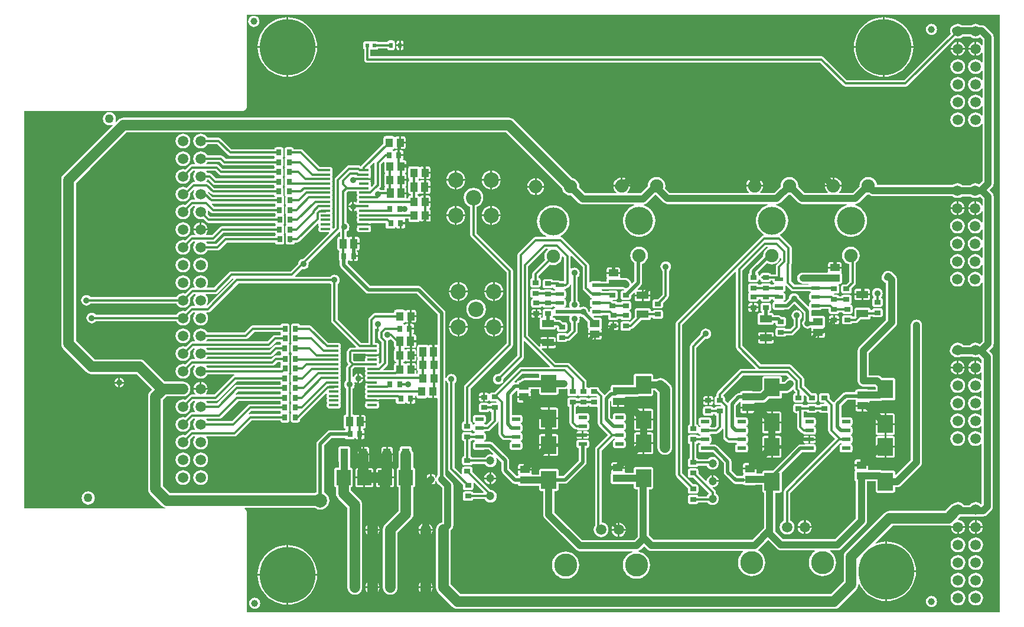
<source format=gbr>
G04 Layer_Physical_Order=1*
G04 Layer_Color=255*
%FSLAX43Y43*%
%MOMM*%
%TF.FileFunction,Copper,L1,Top,Signal*%
%TF.Part,Single*%
G01*
G75*
%TA.AperFunction,SMDPad,CuDef*%
%ADD10R,1.250X0.550*%
%ADD11R,0.900X0.700*%
%ADD12R,1.700X1.100*%
%ADD13R,1.400X1.100*%
%ADD14R,2.200X2.600*%
%ADD15R,0.700X0.900*%
%ADD16R,1.100X1.400*%
%ADD17R,0.800X0.900*%
%ADD18R,1.000X1.300*%
%ADD19R,0.500X0.800*%
%ADD20R,0.600X0.600*%
%ADD21C,1.000*%
%ADD22R,1.400X0.300*%
%ADD23R,1.100X1.700*%
%ADD24R,2.000X2.200*%
%TA.AperFunction,Conductor*%
%ADD25C,0.500*%
%ADD26C,1.000*%
%ADD27C,0.300*%
%ADD28C,1.500*%
%TA.AperFunction,ViaPad*%
%ADD29C,0.900*%
%TA.AperFunction,ComponentPad*%
%ADD30C,1.500*%
%ADD31C,3.300*%
%ADD32C,1.200*%
%ADD33C,2.200*%
%ADD34C,1.900*%
%ADD35C,4.000*%
%ADD36C,1.270*%
%TA.AperFunction,ViaPad*%
%ADD37C,8.000*%
%ADD38C,2.000*%
G36*
X52023Y50195D02*
X52115Y50144D01*
Y48880D01*
X52138Y48763D01*
X52205Y48664D01*
X52219Y48654D01*
Y48501D01*
X52205Y48491D01*
X52138Y48392D01*
X52115Y48275D01*
Y46975D01*
X52138Y46858D01*
X52205Y46759D01*
Y46636D01*
X52138Y46537D01*
X52115Y46420D01*
Y46179D01*
X51650D01*
X51559Y46248D01*
X51443Y46296D01*
X51408Y46441D01*
X51505Y46539D01*
X51605Y46687D01*
X51640Y46863D01*
Y49848D01*
X51992Y50200D01*
X52023Y50195D01*
D02*
G37*
G36*
X78916Y32610D02*
Y30311D01*
X78840Y30253D01*
X78720Y30096D01*
X78644Y29914D01*
X78619Y29718D01*
X78644Y29522D01*
X78693Y29406D01*
X78615Y29279D01*
X77969D01*
X77957Y29406D01*
X78000Y29414D01*
X78099Y29481D01*
X78166Y29580D01*
X78189Y29697D01*
Y30247D01*
X78166Y30364D01*
X78099Y30463D01*
X78000Y30530D01*
X77936Y30542D01*
Y30672D01*
X78000Y30684D01*
X78099Y30751D01*
X78166Y30850D01*
X78189Y30967D01*
Y31517D01*
X78166Y31634D01*
X78099Y31733D01*
X78000Y31800D01*
X77936Y31812D01*
Y31942D01*
X78000Y31954D01*
X78099Y32021D01*
X78123Y32057D01*
X78281Y32088D01*
X78429Y32188D01*
X78683Y32442D01*
X78783Y32590D01*
X78789Y32622D01*
X78916Y32610D01*
D02*
G37*
G36*
X74290Y19734D02*
X74286Y19715D01*
Y19222D01*
X72275D01*
X72066Y19194D01*
X71872Y19114D01*
X71704Y18986D01*
X71597Y18878D01*
X71436D01*
X71319Y18855D01*
X71220Y18788D01*
X71153Y18689D01*
X71132Y18583D01*
X70858D01*
X70849Y18592D01*
X70797Y18701D01*
X71957Y19861D01*
X74188D01*
X74290Y19734D01*
D02*
G37*
G36*
X80567Y35116D02*
Y32131D01*
X80602Y31955D01*
X80702Y31807D01*
X81586Y30922D01*
X81600Y30850D01*
X81667Y30751D01*
X81766Y30684D01*
X81830Y30672D01*
Y30542D01*
X81766Y30530D01*
X81667Y30463D01*
X81600Y30364D01*
X81577Y30247D01*
Y29697D01*
X81600Y29580D01*
X81667Y29481D01*
X81766Y29414D01*
X81830Y29402D01*
Y29272D01*
X81766Y29260D01*
X81667Y29193D01*
X81600Y29094D01*
X81577Y28977D01*
Y28759D01*
X81456Y28704D01*
X81382Y28757D01*
X81364Y28898D01*
X81288Y29080D01*
X81168Y29237D01*
X81011Y29357D01*
X80829Y29433D01*
X80633Y29458D01*
X80437Y29433D01*
X80255Y29357D01*
X80242Y29347D01*
X80176Y29359D01*
X80098Y29503D01*
X80106Y29522D01*
X80131Y29718D01*
X80106Y29914D01*
X80030Y30096D01*
X79910Y30253D01*
X79834Y30311D01*
Y33697D01*
X79910Y33755D01*
X80030Y33912D01*
X80106Y34094D01*
X80131Y34290D01*
X80106Y34486D01*
X80030Y34668D01*
X79910Y34825D01*
X79753Y34945D01*
X79571Y35021D01*
X79375Y35046D01*
X79179Y35021D01*
X78997Y34945D01*
X78945Y34905D01*
X78818Y34968D01*
Y36686D01*
X78859Y36717D01*
X78939Y36744D01*
X80567Y35116D01*
D02*
G37*
G36*
X110420Y31807D02*
X110568Y31707D01*
X110744Y31672D01*
X113099D01*
X113121Y31640D01*
X113220Y31573D01*
X113284Y31561D01*
Y31431D01*
X113220Y31419D01*
X113121Y31352D01*
X113054Y31253D01*
X113031Y31136D01*
Y30586D01*
X113054Y30469D01*
X113121Y30370D01*
X113220Y30303D01*
X113284Y30291D01*
Y30161D01*
X113220Y30149D01*
X113121Y30082D01*
X113054Y29983D01*
X113031Y29866D01*
Y29521D01*
X112914Y29472D01*
X111604Y30782D01*
X111602Y30803D01*
X111526Y30985D01*
X111406Y31142D01*
X111249Y31262D01*
X111067Y31338D01*
X110871Y31363D01*
X110675Y31338D01*
X110493Y31262D01*
X110336Y31142D01*
X110216Y30985D01*
X110140Y30803D01*
X110120Y30649D01*
X109623Y30152D01*
X109438D01*
X109390Y30161D01*
Y30291D01*
X109454Y30303D01*
X109553Y30370D01*
X109620Y30469D01*
X109643Y30586D01*
Y31136D01*
X109620Y31253D01*
X109553Y31352D01*
X109454Y31419D01*
X109390Y31431D01*
Y31561D01*
X109454Y31573D01*
X109553Y31640D01*
X109620Y31739D01*
X109643Y31856D01*
Y32404D01*
X109648Y32409D01*
X109760Y32466D01*
X110420Y31807D01*
D02*
G37*
G36*
X140333Y-14349D02*
X32387D01*
Y-0D01*
X32348Y195D01*
X32237Y360D01*
X32081Y465D01*
X32080Y474D01*
X32156Y592D01*
X42171D01*
X42270Y515D01*
X42587Y384D01*
X42926Y340D01*
X43265Y384D01*
X43582Y515D01*
X43853Y724D01*
X44062Y995D01*
X44193Y1312D01*
X44237Y1651D01*
X44193Y1990D01*
X44062Y2307D01*
X43853Y2578D01*
X43582Y2787D01*
X43487Y2826D01*
Y9547D01*
X44555Y10615D01*
X46495D01*
X46496Y10609D01*
X46563Y10510D01*
X46662Y10443D01*
X46779Y10420D01*
X47579D01*
X47696Y10443D01*
X47795Y10510D01*
X47832Y10565D01*
X47966Y10574D01*
X47977Y10571D01*
X47996Y10543D01*
X48080Y10487D01*
X48179Y10467D01*
X48452D01*
Y11176D01*
X48579D01*
Y11303D01*
X49238D01*
Y11626D01*
X49218Y11725D01*
X49162Y11809D01*
X49078Y11865D01*
X49064Y11868D01*
X49077Y11995D01*
X49179D01*
X49278Y12015D01*
X49362Y12071D01*
X49418Y12155D01*
X49438Y12254D01*
Y12827D01*
X48629D01*
Y12954D01*
X48502D01*
Y13913D01*
X48079D01*
X47980Y13893D01*
X47934Y13863D01*
X47895Y13870D01*
X47796Y13937D01*
X47679Y13960D01*
X47588D01*
Y17704D01*
X47652Y17753D01*
X47772Y17910D01*
X47848Y18092D01*
X47873Y18288D01*
X47848Y18484D01*
X47812Y18571D01*
X47916Y18651D01*
X48032Y18562D01*
X48203Y18491D01*
X48260Y18484D01*
Y19177D01*
Y19870D01*
X48203Y19863D01*
X48032Y19792D01*
X47885Y19679D01*
X47772Y19532D01*
X47715Y19394D01*
X47588Y19419D01*
Y20511D01*
X47801Y20724D01*
X49335D01*
X49369Y20683D01*
Y20383D01*
X49392Y20266D01*
X49431Y20208D01*
X49392Y20150D01*
X49369Y20033D01*
Y19733D01*
X49392Y19616D01*
X49431Y19558D01*
X49392Y19500D01*
X49369Y19383D01*
Y19083D01*
X49392Y18966D01*
X49459Y18867D01*
X49459Y18867D01*
X49436Y18832D01*
X49416Y18733D01*
Y18710D01*
X50375D01*
Y18456D01*
X49416D01*
Y18433D01*
X49436Y18334D01*
X49459Y18299D01*
X49459Y18299D01*
X49392Y18200D01*
X49369Y18083D01*
Y17783D01*
X49392Y17666D01*
X49431Y17608D01*
X49392Y17550D01*
X49369Y17433D01*
Y17133D01*
X49392Y17016D01*
X49431Y16958D01*
X49392Y16900D01*
X49369Y16783D01*
Y16483D01*
X49392Y16366D01*
X49459Y16267D01*
X49459Y16267D01*
X49436Y16232D01*
X49416Y16133D01*
Y16110D01*
X50375D01*
X51334D01*
Y16133D01*
X51368Y16174D01*
X53774D01*
Y15806D01*
X53797Y15689D01*
X53864Y15590D01*
X53963Y15523D01*
X54080Y15500D01*
X54880D01*
X54997Y15523D01*
X55096Y15590D01*
X55133Y15645D01*
X55267Y15654D01*
X55278Y15651D01*
X55297Y15623D01*
X55381Y15567D01*
X55480Y15547D01*
X55753D01*
Y16256D01*
X55880D01*
Y16383D01*
X56539D01*
Y16602D01*
X56666Y16689D01*
X56687Y16681D01*
Y16622D01*
X56710Y16505D01*
X56777Y16406D01*
X56876Y16339D01*
X56993Y16316D01*
X57993D01*
X58110Y16339D01*
X58209Y16406D01*
X58246Y16461D01*
X58380Y16470D01*
X58391Y16467D01*
X58410Y16439D01*
X58494Y16383D01*
X58593Y16363D01*
X58966D01*
Y17272D01*
X59220D01*
Y16363D01*
X59593D01*
X59625Y16369D01*
X59752Y16282D01*
Y5369D01*
X59747Y5365D01*
X59680Y5266D01*
X59660Y5162D01*
X59614Y5102D01*
X59549Y4945D01*
X59422Y4970D01*
Y5149D01*
X59402Y5248D01*
X59346Y5332D01*
X59262Y5388D01*
X59163Y5408D01*
X58940D01*
Y4699D01*
Y3990D01*
X59163D01*
X59262Y4010D01*
X59346Y4066D01*
X59402Y4150D01*
X59422Y4249D01*
Y4428D01*
X59549Y4453D01*
X59614Y4296D01*
X59660Y4236D01*
X59680Y4132D01*
X59747Y4033D01*
X59846Y3966D01*
X59919Y3952D01*
X60407Y3464D01*
Y-1504D01*
X60305Y-1517D01*
X60049Y-1623D01*
X59830Y-1791D01*
X59662Y-2010D01*
X59556Y-2266D01*
X59520Y-2540D01*
Y-10795D01*
X59520Y-10795D01*
X59556Y-11069D01*
X59662Y-11325D01*
X59830Y-11544D01*
X61862Y-13576D01*
X61862Y-13576D01*
X62081Y-13744D01*
X62337Y-13850D01*
X62611Y-13886D01*
X62611Y-13886D01*
X116586D01*
X116586Y-13886D01*
X116860Y-13850D01*
X117116Y-13744D01*
X117335Y-13576D01*
X119778Y-11133D01*
X119778Y-11133D01*
X119946Y-10914D01*
X120052Y-10658D01*
X120088Y-10384D01*
Y-10321D01*
X120215Y-10292D01*
X120387Y-10641D01*
X120697Y-11104D01*
X121065Y-11523D01*
X121484Y-11891D01*
X121947Y-12201D01*
X122448Y-12448D01*
X122976Y-12627D01*
X123523Y-12736D01*
X123952Y-12764D01*
Y-8509D01*
Y-4254D01*
X123523Y-4282D01*
X122976Y-4391D01*
X122607Y-4516D01*
X122539Y-4405D01*
X124996Y-1948D01*
X132976D01*
X132976Y-1948D01*
X133251Y-1912D01*
X133258Y-1909D01*
X133375Y-1998D01*
X133370Y-2032D01*
X134366D01*
X135362D01*
X135344Y-1897D01*
X135243Y-1653D01*
X135082Y-1443D01*
X134872Y-1282D01*
X134628Y-1181D01*
X134393Y-1150D01*
X134328Y-1035D01*
X134720Y-643D01*
X136639D01*
X136906Y-678D01*
X137173Y-643D01*
X137959D01*
X138168Y-615D01*
X138362Y-535D01*
X138530Y-407D01*
X139128Y191D01*
X139256Y359D01*
X139336Y553D01*
X139364Y762D01*
Y22225D01*
X139336Y22434D01*
X139256Y22628D01*
X139128Y22796D01*
X138809Y23114D01*
X139255Y23559D01*
X139383Y23727D01*
X139463Y23921D01*
X139491Y24130D01*
Y45212D01*
X139463Y45421D01*
X139383Y45615D01*
X139255Y45783D01*
X138873Y46165D01*
X139255Y46546D01*
X139383Y46714D01*
X139463Y46908D01*
X139491Y47117D01*
Y68072D01*
X139463Y68281D01*
X139383Y68475D01*
X139255Y68643D01*
X138313Y69585D01*
X138145Y69713D01*
X137951Y69793D01*
X137742Y69821D01*
X137485D01*
X137411Y69878D01*
X137155Y69984D01*
X136881Y70020D01*
X136607Y69984D01*
X136351Y69878D01*
X136277Y69821D01*
X134945D01*
X134871Y69878D01*
X134615Y69984D01*
X134341Y70020D01*
X134067Y69984D01*
X133811Y69878D01*
X133592Y69710D01*
X133577Y69690D01*
X133439Y69585D01*
X133311Y69417D01*
X133231Y69223D01*
X133203Y69014D01*
X133231Y68805D01*
X133311Y68611D01*
X133324Y68593D01*
X126658Y61927D01*
X118427D01*
X115148Y65205D01*
X115000Y65305D01*
X114824Y65340D01*
X50132D01*
Y66277D01*
X50256Y66346D01*
X50259Y66346D01*
X50373Y66323D01*
X50973D01*
X51090Y66346D01*
X51189Y66413D01*
X51228Y66470D01*
X52527D01*
X52538Y66412D01*
X52605Y66313D01*
X52704Y66246D01*
X52821Y66223D01*
X53321D01*
X53438Y66246D01*
X53537Y66313D01*
X53604Y66412D01*
X53627Y66529D01*
Y67329D01*
X53604Y67446D01*
X53537Y67545D01*
X53438Y67612D01*
X53321Y67635D01*
X52821D01*
X52704Y67612D01*
X52605Y67545D01*
X52538Y67446D01*
X52527Y67388D01*
X51228D01*
X51189Y67445D01*
X51090Y67512D01*
X50973Y67535D01*
X50373D01*
X50256Y67512D01*
X50173Y67456D01*
X50090Y67512D01*
X49973Y67535D01*
X49373D01*
X49256Y67512D01*
X49157Y67445D01*
X49090Y67346D01*
X49067Y67229D01*
Y66629D01*
X49090Y66512D01*
X49157Y66413D01*
X49214Y66374D01*
Y64881D01*
X49249Y64705D01*
X49349Y64557D01*
X49497Y64457D01*
X49673Y64422D01*
X114634D01*
X117913Y61144D01*
X118061Y61044D01*
X118237Y61009D01*
X126848D01*
X127024Y61044D01*
X127172Y61144D01*
X133996Y67967D01*
X134067Y67938D01*
X134341Y67902D01*
X134615Y67938D01*
X134871Y68044D01*
X135083Y68207D01*
X136139D01*
X136351Y68044D01*
X136607Y67938D01*
X136881Y67902D01*
X137155Y67938D01*
X137411Y68044D01*
X137501Y68114D01*
X137877Y67738D01*
Y67022D01*
X137764Y66937D01*
X137750Y66938D01*
X137597Y67137D01*
X137387Y67298D01*
X137143Y67399D01*
X137008Y67417D01*
Y66421D01*
Y65425D01*
X137143Y65443D01*
X137387Y65544D01*
X137597Y65705D01*
X137750Y65904D01*
X137764Y65905D01*
X137877Y65820D01*
Y64516D01*
X137750Y64473D01*
X137630Y64630D01*
X137411Y64798D01*
X137155Y64904D01*
X136881Y64940D01*
X136607Y64904D01*
X136351Y64798D01*
X136132Y64630D01*
X135964Y64411D01*
X135858Y64155D01*
X135822Y63881D01*
X135858Y63607D01*
X135964Y63351D01*
X136132Y63132D01*
X136351Y62964D01*
X136607Y62858D01*
X136881Y62822D01*
X137155Y62858D01*
X137411Y62964D01*
X137630Y63132D01*
X137750Y63289D01*
X137877Y63246D01*
Y61976D01*
X137750Y61933D01*
X137630Y62090D01*
X137411Y62258D01*
X137155Y62364D01*
X136881Y62400D01*
X136607Y62364D01*
X136351Y62258D01*
X136132Y62090D01*
X135964Y61871D01*
X135858Y61615D01*
X135822Y61341D01*
X135858Y61067D01*
X135964Y60811D01*
X136132Y60592D01*
X136351Y60424D01*
X136607Y60318D01*
X136881Y60282D01*
X137155Y60318D01*
X137411Y60424D01*
X137630Y60592D01*
X137750Y60749D01*
X137877Y60706D01*
Y59436D01*
X137750Y59393D01*
X137630Y59550D01*
X137411Y59718D01*
X137155Y59824D01*
X136881Y59860D01*
X136607Y59824D01*
X136351Y59718D01*
X136132Y59550D01*
X135964Y59331D01*
X135858Y59075D01*
X135822Y58801D01*
X135858Y58527D01*
X135964Y58271D01*
X136132Y58052D01*
X136351Y57884D01*
X136607Y57778D01*
X136881Y57742D01*
X137155Y57778D01*
X137411Y57884D01*
X137630Y58052D01*
X137750Y58209D01*
X137877Y58166D01*
Y56896D01*
X137750Y56853D01*
X137630Y57010D01*
X137411Y57178D01*
X137155Y57284D01*
X136881Y57320D01*
X136607Y57284D01*
X136351Y57178D01*
X136132Y57010D01*
X135964Y56791D01*
X135858Y56535D01*
X135822Y56261D01*
X135858Y55987D01*
X135964Y55731D01*
X136132Y55512D01*
X136351Y55344D01*
X136607Y55238D01*
X136881Y55202D01*
X137155Y55238D01*
X137411Y55344D01*
X137630Y55512D01*
X137750Y55669D01*
X137877Y55626D01*
Y47451D01*
X137408Y46982D01*
X137361Y47018D01*
X137105Y47124D01*
X136831Y47160D01*
X136557Y47124D01*
X136301Y47018D01*
X136110Y46871D01*
X135012D01*
X134821Y47018D01*
X134565Y47124D01*
X134291Y47160D01*
X134017Y47124D01*
X133761Y47018D01*
X133618Y46908D01*
X122743D01*
X122717Y47109D01*
X122591Y47413D01*
X122391Y47675D01*
X122129Y47875D01*
X121825Y48001D01*
X121499Y48044D01*
X121173Y48001D01*
X120869Y47875D01*
X120607Y47675D01*
X120407Y47413D01*
X120281Y47109D01*
X120238Y46783D01*
X120247Y46713D01*
X119300Y45765D01*
X117348D01*
X117307Y45885D01*
X117358Y45924D01*
X117551Y46176D01*
X117672Y46469D01*
X117697Y46656D01*
X116499D01*
X115301D01*
X115326Y46469D01*
X115447Y46176D01*
X115640Y45924D01*
X115691Y45885D01*
X115650Y45765D01*
X112355D01*
X111443Y46677D01*
X111457Y46783D01*
X111414Y47109D01*
X111288Y47413D01*
X111088Y47675D01*
X110826Y47875D01*
X110522Y48001D01*
X110196Y48044D01*
X109870Y48001D01*
X109566Y47875D01*
X109304Y47675D01*
X109104Y47413D01*
X108978Y47109D01*
X108935Y46783D01*
X108949Y46677D01*
X108037Y45765D01*
X106045D01*
X106004Y45885D01*
X106055Y45924D01*
X106248Y46176D01*
X106369Y46469D01*
X106394Y46656D01*
X105196D01*
X103998D01*
X104023Y46469D01*
X104144Y46176D01*
X104337Y45924D01*
X104388Y45885D01*
X104347Y45765D01*
X93051D01*
X92363Y46454D01*
X92364Y46457D01*
X92407Y46783D01*
X92364Y47109D01*
X92238Y47413D01*
X92038Y47675D01*
X91776Y47875D01*
X91472Y48001D01*
X91146Y48044D01*
X90820Y48001D01*
X90516Y47875D01*
X90254Y47675D01*
X90054Y47413D01*
X89928Y47109D01*
X89885Y46783D01*
X89894Y46713D01*
X88895Y45713D01*
X86938D01*
X86895Y45840D01*
X87005Y45924D01*
X87198Y46176D01*
X87319Y46469D01*
X87344Y46656D01*
X86146D01*
X84948D01*
X84973Y46469D01*
X85094Y46176D01*
X85287Y45924D01*
X85397Y45840D01*
X85354Y45713D01*
X80904D01*
X80073Y46544D01*
X80088Y46656D01*
X80045Y46982D01*
X79919Y47286D01*
X79719Y47548D01*
X79457Y47748D01*
X79153Y47874D01*
X79100Y47881D01*
X70733Y56248D01*
X70514Y56416D01*
X70258Y56522D01*
X69984Y56558D01*
X69984Y56558D01*
X14732D01*
X14732Y56558D01*
X14458Y56522D01*
X14202Y56416D01*
X13983Y56248D01*
X13670Y55935D01*
X13562Y56007D01*
X13598Y56093D01*
X13611Y56156D01*
X13611Y56157D01*
X13611Y56159D01*
X13647Y56341D01*
Y56371D01*
X13653Y56401D01*
X13647Y56430D01*
Y56460D01*
X13611Y56642D01*
X13611Y56645D01*
X13611Y56646D01*
X13598Y56708D01*
X13552Y56818D01*
X13517Y56871D01*
X13517Y56872D01*
X13515Y56874D01*
X13412Y57028D01*
X13328Y57113D01*
X13174Y57216D01*
X13172Y57217D01*
X13171Y57218D01*
X13118Y57253D01*
X13007Y57299D01*
X12945Y57311D01*
X12944Y57312D01*
X12941Y57312D01*
X12760Y57348D01*
X12640D01*
X12458Y57312D01*
X12456Y57312D01*
X12455Y57311D01*
X12393Y57299D01*
X12282Y57253D01*
X12229Y57218D01*
X12228Y57217D01*
X12226Y57216D01*
X12072Y57113D01*
X11988Y57028D01*
X11885Y56874D01*
X11883Y56872D01*
X11883Y56871D01*
X11848Y56818D01*
X11802Y56708D01*
X11789Y56646D01*
X11789Y56645D01*
X11789Y56642D01*
X11753Y56460D01*
Y56430D01*
X11747Y56401D01*
X11753Y56371D01*
Y56341D01*
X11789Y56159D01*
X11789Y56157D01*
X11789Y56156D01*
X11802Y56093D01*
X11848Y55983D01*
X11883Y55930D01*
X11883Y55929D01*
X11885Y55927D01*
X11988Y55773D01*
X12072Y55689D01*
X12226Y55586D01*
X12228Y55584D01*
X12229Y55584D01*
X12282Y55548D01*
X12393Y55503D01*
X12455Y55490D01*
X12456Y55490D01*
X12458Y55489D01*
X12640Y55453D01*
X12760D01*
X12941Y55489D01*
X12944Y55490D01*
X12945Y55490D01*
X13007Y55503D01*
X13094Y55538D01*
X13166Y55431D01*
X8473Y50738D01*
X6109Y48374D01*
X5941Y48155D01*
X5835Y47899D01*
X5799Y47625D01*
X5799Y47625D01*
Y24130D01*
X5799Y24130D01*
X5835Y23856D01*
X5941Y23600D01*
X6109Y23381D01*
X9411Y20079D01*
X9411Y20079D01*
X9630Y19911D01*
X9886Y19805D01*
X10160Y19769D01*
X10160Y19769D01*
X16579D01*
X18822Y17526D01*
X18555Y17259D01*
X18387Y17040D01*
X18281Y16784D01*
X18245Y16510D01*
X18245Y16510D01*
Y3302D01*
X18245Y3302D01*
X18281Y3028D01*
X18387Y2772D01*
X18555Y2553D01*
X20206Y902D01*
X20206Y902D01*
X20425Y734D01*
X20681Y628D01*
X20651Y510D01*
X510D01*
Y57529D01*
X31877D01*
X32072Y57568D01*
X32237Y57679D01*
X32348Y57844D01*
X32387Y58039D01*
Y71320D01*
X140333D01*
Y-14349D01*
D02*
G37*
G36*
X77602Y46383D02*
X77609Y46330D01*
X77735Y46026D01*
X77935Y45764D01*
X78197Y45564D01*
X78501Y45438D01*
X78827Y45395D01*
X78927Y45408D01*
X79999Y44335D01*
X80167Y44207D01*
X80361Y44127D01*
X80570Y44099D01*
X87900D01*
X87919Y43972D01*
X87788Y43932D01*
X87762Y43918D01*
X87733Y43909D01*
X87385Y43724D01*
X87362Y43705D01*
X87335Y43690D01*
X87031Y43440D01*
X87012Y43417D01*
X86989Y43398D01*
X86739Y43094D01*
X86724Y43067D01*
X86705Y43044D01*
X86520Y42696D01*
X86511Y42667D01*
X86497Y42641D01*
X86382Y42264D01*
X86379Y42234D01*
X86371Y42205D01*
X86332Y41813D01*
X86335Y41783D01*
X86332Y41753D01*
X86371Y41361D01*
X86379Y41332D01*
X86382Y41302D01*
X86497Y40925D01*
X86511Y40899D01*
X86520Y40870D01*
X86705Y40522D01*
X86724Y40499D01*
X86739Y40472D01*
X86989Y40168D01*
X87012Y40149D01*
X87031Y40125D01*
X87335Y39876D01*
X87362Y39861D01*
X87385Y39842D01*
X87733Y39657D01*
X87762Y39648D01*
X87788Y39634D01*
X88165Y39519D01*
X88195Y39516D01*
X88224Y39508D01*
X88616Y39469D01*
X88631Y39470D01*
X88646Y39467D01*
X88661Y39470D01*
X88676Y39469D01*
X89068Y39508D01*
X89097Y39516D01*
X89127Y39519D01*
X89504Y39634D01*
X89530Y39648D01*
X89559Y39657D01*
X89907Y39842D01*
X89930Y39861D01*
X89957Y39876D01*
X90261Y40125D01*
X90280Y40149D01*
X90303Y40168D01*
X90553Y40472D01*
X90568Y40499D01*
X90587Y40522D01*
X90772Y40870D01*
X90781Y40899D01*
X90795Y40925D01*
X90910Y41302D01*
X90913Y41332D01*
X90921Y41361D01*
X90960Y41753D01*
X90957Y41783D01*
X90960Y41813D01*
X90921Y42205D01*
X90913Y42234D01*
X90910Y42264D01*
X90795Y42641D01*
X90781Y42667D01*
X90772Y42696D01*
X90587Y43044D01*
X90568Y43067D01*
X90553Y43094D01*
X90303Y43398D01*
X90280Y43417D01*
X90261Y43440D01*
X89957Y43690D01*
X89930Y43705D01*
X89907Y43724D01*
X89559Y43909D01*
X89530Y43918D01*
X89504Y43932D01*
X89332Y43985D01*
X89343Y44114D01*
X89438Y44127D01*
X89632Y44207D01*
X89800Y44335D01*
X90999Y45535D01*
X92146Y44387D01*
X92314Y44259D01*
X92508Y44179D01*
X92717Y44151D01*
X107122D01*
X107140Y44024D01*
X106838Y43932D01*
X106812Y43918D01*
X106783Y43909D01*
X106435Y43724D01*
X106412Y43705D01*
X106385Y43690D01*
X106081Y43440D01*
X106062Y43417D01*
X106038Y43398D01*
X105789Y43094D01*
X105774Y43067D01*
X105755Y43044D01*
X105570Y42696D01*
X105561Y42667D01*
X105547Y42641D01*
X105432Y42264D01*
X105429Y42234D01*
X105421Y42205D01*
X105382Y41813D01*
X105385Y41783D01*
X105382Y41753D01*
X105421Y41361D01*
X105429Y41332D01*
X105432Y41302D01*
X105547Y40925D01*
X105561Y40899D01*
X105570Y40870D01*
X105755Y40522D01*
X105774Y40499D01*
X105789Y40472D01*
X106038Y40168D01*
X106062Y40149D01*
X106081Y40125D01*
X106385Y39876D01*
X106412Y39861D01*
X106435Y39842D01*
X106493Y39811D01*
X106473Y39678D01*
X106418Y39667D01*
X106269Y39567D01*
X94037Y27335D01*
X93937Y27186D01*
X93902Y27011D01*
Y5334D01*
X93937Y5158D01*
X94037Y5010D01*
X95637Y3409D01*
Y2952D01*
X95660Y2835D01*
X95727Y2736D01*
X95826Y2669D01*
X95943Y2646D01*
X96843D01*
X96960Y2669D01*
X97059Y2736D01*
X97126Y2835D01*
X97149Y2952D01*
Y3652D01*
X97126Y3769D01*
X97059Y3868D01*
X96960Y3935D01*
X96843Y3958D01*
X96386D01*
X94820Y5524D01*
Y26820D01*
X102421Y34422D01*
X102538Y34373D01*
Y23622D01*
X102573Y23446D01*
X102673Y23298D01*
X105328Y20642D01*
X105279Y20525D01*
X103378D01*
X103202Y20490D01*
X103054Y20390D01*
X99879Y17215D01*
X99779Y17067D01*
X99744Y16891D01*
Y16644D01*
X99636Y16623D01*
X99537Y16556D01*
X99470Y16457D01*
X99447Y16340D01*
Y15640D01*
X99470Y15523D01*
X99537Y15424D01*
X99636Y15357D01*
X99753Y15334D01*
X100325D01*
X100374Y15272D01*
X100318Y15146D01*
X99753D01*
X99636Y15123D01*
X99537Y15056D01*
X99470Y14957D01*
X99469Y14949D01*
X99286D01*
X99285Y14957D01*
X99218Y15056D01*
X99119Y15123D01*
X99002Y15146D01*
X98102D01*
X97985Y15123D01*
X97886Y15056D01*
X97819Y14957D01*
X97796Y14840D01*
Y14140D01*
X97819Y14023D01*
X97886Y13924D01*
X97985Y13857D01*
X98102Y13834D01*
X99002D01*
X99119Y13857D01*
X99218Y13924D01*
X99285Y14023D01*
X99286Y14031D01*
X99469D01*
X99470Y14023D01*
X99537Y13924D01*
X99636Y13857D01*
X99744Y13836D01*
Y12382D01*
X99505Y12143D01*
X98949D01*
X98927Y12175D01*
X98828Y12242D01*
X98764Y12254D01*
Y12384D01*
X98828Y12396D01*
X98927Y12463D01*
X98994Y12562D01*
X99017Y12679D01*
Y13229D01*
X98994Y13346D01*
X98927Y13445D01*
X98828Y13512D01*
X98711Y13535D01*
X97461D01*
X97344Y13512D01*
X97245Y13445D01*
X97178Y13346D01*
X97155Y13229D01*
Y12679D01*
X97178Y12562D01*
X97245Y12463D01*
X97344Y12396D01*
X97408Y12384D01*
Y12254D01*
X97344Y12242D01*
X97276Y12196D01*
X97170Y12235D01*
X97149Y12252D01*
Y12276D01*
X97126Y12393D01*
X97059Y12492D01*
X96960Y12559D01*
X96852Y12580D01*
Y23559D01*
X98111Y24818D01*
X98206Y24806D01*
X98402Y24831D01*
X98584Y24907D01*
X98741Y25027D01*
X98861Y25184D01*
X98937Y25366D01*
X98962Y25562D01*
X98937Y25758D01*
X98861Y25940D01*
X98741Y26097D01*
X98584Y26217D01*
X98402Y26293D01*
X98206Y26318D01*
X98010Y26293D01*
X97828Y26217D01*
X97671Y26097D01*
X97551Y25940D01*
X97475Y25758D01*
X97450Y25562D01*
X97462Y25467D01*
X96069Y24073D01*
X95969Y23925D01*
X95934Y23749D01*
Y12580D01*
X95826Y12559D01*
X95727Y12492D01*
X95660Y12393D01*
X95637Y12276D01*
Y11576D01*
X95660Y11459D01*
X95727Y11360D01*
X95826Y11293D01*
X95943Y11270D01*
X96843D01*
X96960Y11293D01*
X97038Y11346D01*
X97128Y11328D01*
X97176Y11305D01*
X97178Y11292D01*
X97245Y11193D01*
X97344Y11126D01*
X97408Y11114D01*
Y10984D01*
X97344Y10972D01*
X97245Y10905D01*
X97234Y10904D01*
X97107Y10921D01*
X97059Y10992D01*
X96960Y11059D01*
X96843Y11082D01*
X95943D01*
X95826Y11059D01*
X95727Y10992D01*
X95660Y10893D01*
X95637Y10776D01*
Y10076D01*
X95660Y9959D01*
X95727Y9860D01*
X95826Y9793D01*
X95934Y9772D01*
Y7754D01*
X95826Y7733D01*
X95727Y7666D01*
X95660Y7567D01*
X95637Y7450D01*
Y6750D01*
X95660Y6633D01*
X95727Y6534D01*
X95826Y6467D01*
X95943Y6444D01*
X96843D01*
X96960Y6467D01*
X97059Y6534D01*
X97126Y6633D01*
X97127Y6641D01*
X98355D01*
X98401Y6531D01*
X98545Y6343D01*
X98733Y6199D01*
X98952Y6108D01*
X99187Y6077D01*
X99422Y6108D01*
X99641Y6199D01*
X99829Y6343D01*
X99973Y6531D01*
X100064Y6750D01*
X100095Y6985D01*
X100064Y7220D01*
X99973Y7439D01*
X99829Y7627D01*
X99641Y7771D01*
X99422Y7862D01*
X99187Y7893D01*
X98952Y7862D01*
X98733Y7771D01*
X98545Y7627D01*
X98493Y7559D01*
X97127D01*
X97126Y7567D01*
X97059Y7666D01*
X96960Y7733D01*
X96852Y7754D01*
Y9772D01*
X96960Y9793D01*
X97059Y9860D01*
X97112Y9939D01*
X97234D01*
X97245Y9923D01*
X97344Y9856D01*
X97408Y9844D01*
Y9714D01*
X97344Y9702D01*
X97245Y9635D01*
X97178Y9536D01*
X97155Y9419D01*
Y8869D01*
X97178Y8752D01*
X97245Y8653D01*
X97344Y8586D01*
X97461Y8563D01*
X98711D01*
X98812Y8583D01*
X99209D01*
X100785Y7007D01*
Y5715D01*
X100828Y5500D01*
X100949Y5318D01*
X102080Y4187D01*
X102262Y4066D01*
X102477Y4023D01*
X103552D01*
X103605Y3945D01*
X103704Y3878D01*
X103821Y3855D01*
X105221D01*
X105338Y3878D01*
X105377Y3904D01*
X106290D01*
Y3058D01*
X106313Y2941D01*
X106380Y2842D01*
X106479Y2775D01*
X106536Y2764D01*
Y-2305D01*
X104859Y-3982D01*
X90721D01*
X90060Y-3321D01*
Y3260D01*
X90381D01*
X90498Y3283D01*
X90597Y3350D01*
X90664Y3449D01*
X90687Y3566D01*
Y6166D01*
X90664Y6283D01*
X90597Y6382D01*
X90498Y6449D01*
X90381Y6472D01*
X88181D01*
X88064Y6449D01*
X87965Y6382D01*
X87898Y6283D01*
X87875Y6166D01*
Y5645D01*
X86649D01*
X86554Y5772D01*
X86557Y5788D01*
Y6211D01*
X85598D01*
X84639D01*
Y5788D01*
X84659Y5689D01*
X84689Y5643D01*
X84682Y5604D01*
X84615Y5505D01*
X84592Y5388D01*
Y4288D01*
X84615Y4171D01*
X84682Y4072D01*
X84781Y4005D01*
X84898Y3982D01*
X86298D01*
X86415Y4005D01*
X86453Y4031D01*
X87875D01*
Y3566D01*
X87898Y3449D01*
X87965Y3350D01*
X88064Y3283D01*
X88181Y3260D01*
X88446D01*
Y-3504D01*
X87931Y-4019D01*
X80471D01*
X76517Y-64D01*
X76517Y-64D01*
X76499Y-47D01*
Y3006D01*
X76792D01*
X76909Y3029D01*
X77008Y3096D01*
X77075Y3195D01*
X77098Y3312D01*
Y4051D01*
X78018D01*
X78233Y4094D01*
X78415Y4215D01*
X80957Y6757D01*
X81078Y6939D01*
X81121Y7154D01*
Y9198D01*
X81185D01*
X81302Y9221D01*
X81401Y9288D01*
X81468Y9387D01*
X81491Y9504D01*
Y10054D01*
X81468Y10171D01*
X81401Y10270D01*
X81302Y10337D01*
X81185Y10360D01*
X79935D01*
X79818Y10337D01*
X79719Y10270D01*
X79652Y10171D01*
X79629Y10054D01*
Y9504D01*
X79652Y9387D01*
X79719Y9288D01*
X79818Y9221D01*
X79935Y9198D01*
X79999D01*
Y7386D01*
X77786Y5173D01*
X77098D01*
Y5912D01*
X77075Y6029D01*
X77008Y6128D01*
X76909Y6195D01*
X76792Y6218D01*
X74592D01*
X74475Y6195D01*
X74376Y6128D01*
X74309Y6029D01*
X74286Y5912D01*
Y5391D01*
X73314D01*
X73219Y5518D01*
X73222Y5534D01*
Y5957D01*
X72263D01*
X71304D01*
Y5534D01*
X71324Y5435D01*
X71354Y5389D01*
X71347Y5350D01*
X71280Y5251D01*
X71259Y5145D01*
X71086D01*
X70030Y6201D01*
Y7366D01*
X69987Y7581D01*
X69866Y7763D01*
X67707Y9922D01*
X67525Y10043D01*
X67310Y10086D01*
X66469D01*
X66421Y10095D01*
Y10225D01*
X66485Y10237D01*
X66584Y10304D01*
X66651Y10403D01*
X66674Y10520D01*
Y11070D01*
X66651Y11187D01*
X66584Y11286D01*
X66485Y11353D01*
X66421Y11365D01*
Y11495D01*
X66485Y11507D01*
X66584Y11574D01*
X66606Y11606D01*
X66929D01*
X67105Y11641D01*
X67253Y11741D01*
X68257Y12745D01*
X68357Y12893D01*
X68375Y12985D01*
X68502Y12973D01*
Y11176D01*
X68537Y11000D01*
X68637Y10852D01*
X69018Y10471D01*
X69166Y10371D01*
X69342Y10336D01*
X70130D01*
X70152Y10304D01*
X70251Y10237D01*
X70315Y10225D01*
Y10095D01*
X70251Y10083D01*
X70152Y10016D01*
X70085Y9917D01*
X70062Y9800D01*
Y9250D01*
X70085Y9133D01*
X70152Y9034D01*
X70251Y8967D01*
X70368Y8944D01*
X71618D01*
X71735Y8967D01*
X71834Y9034D01*
X71901Y9133D01*
X71924Y9250D01*
Y9800D01*
X71901Y9917D01*
X71834Y10016D01*
X71735Y10083D01*
X71671Y10095D01*
Y10225D01*
X71735Y10237D01*
X71834Y10304D01*
X71901Y10403D01*
X71924Y10520D01*
Y11070D01*
X71901Y11187D01*
X71834Y11286D01*
X71735Y11353D01*
X71671Y11365D01*
Y11495D01*
X71735Y11507D01*
X71834Y11574D01*
X71901Y11673D01*
X71924Y11790D01*
Y12340D01*
X71901Y12457D01*
X71834Y12556D01*
X71735Y12623D01*
X71671Y12635D01*
Y12765D01*
X71735Y12777D01*
X71834Y12844D01*
X71901Y12943D01*
X71924Y13060D01*
Y13610D01*
X71901Y13727D01*
X71834Y13826D01*
X71735Y13893D01*
X71618Y13916D01*
X70379D01*
Y16754D01*
X71017Y17392D01*
X71153Y17355D01*
X71156Y17351D01*
X71220Y17256D01*
X71227Y17217D01*
X71197Y17171D01*
X71177Y17072D01*
Y16649D01*
X72136D01*
X73095D01*
Y17072D01*
X73075Y17171D01*
X73045Y17217D01*
X73052Y17256D01*
X73119Y17355D01*
X73142Y17472D01*
Y17608D01*
X74286D01*
Y17115D01*
X74309Y16998D01*
X74376Y16899D01*
X74475Y16832D01*
X74592Y16809D01*
X76792D01*
X76909Y16832D01*
X77008Y16899D01*
X77075Y16998D01*
X77098Y17115D01*
Y17608D01*
X77851D01*
X78060Y17636D01*
X78254Y17716D01*
X78257Y17718D01*
X78372Y17647D01*
X78365Y17610D01*
Y16910D01*
X78388Y16793D01*
X78455Y16694D01*
X78554Y16627D01*
X78671Y16604D01*
X79571D01*
X79688Y16627D01*
X79787Y16694D01*
X79807Y16723D01*
X79959D01*
X79979Y16694D01*
X80078Y16627D01*
X80195Y16604D01*
X81095D01*
X81212Y16627D01*
X81311Y16694D01*
X81331Y16723D01*
X81483D01*
X81503Y16694D01*
X81602Y16627D01*
X81719Y16604D01*
X82537D01*
X82558Y16586D01*
X82593Y16537D01*
X82530Y16416D01*
X81719D01*
X81602Y16393D01*
X81503Y16326D01*
X81483Y16297D01*
X81331D01*
X81311Y16326D01*
X81212Y16393D01*
X81095Y16416D01*
X80195D01*
X80078Y16393D01*
X79979Y16326D01*
X79959Y16297D01*
X79807D01*
X79787Y16326D01*
X79688Y16393D01*
X79571Y16416D01*
X78671D01*
X78554Y16393D01*
X78455Y16326D01*
X78388Y16227D01*
X78365Y16110D01*
Y15410D01*
X78388Y15293D01*
X78455Y15194D01*
X78554Y15127D01*
X78662Y15106D01*
Y12827D01*
X78697Y12651D01*
X78797Y12503D01*
X79305Y11995D01*
X79453Y11895D01*
X79629Y11860D01*
X79697D01*
X79719Y11828D01*
X79818Y11761D01*
X79935Y11738D01*
X81185D01*
X81302Y11761D01*
X81401Y11828D01*
X81468Y11927D01*
X81491Y12044D01*
Y12594D01*
X81468Y12711D01*
X81401Y12810D01*
X81302Y12877D01*
X81238Y12889D01*
Y13019D01*
X81302Y13031D01*
X81401Y13098D01*
X81468Y13197D01*
X81491Y13314D01*
Y13864D01*
X81468Y13981D01*
X81401Y14080D01*
X81302Y14147D01*
X81185Y14170D01*
X79935D01*
X79818Y14147D01*
X79719Y14080D01*
X79707Y14062D01*
X79580Y14101D01*
Y15106D01*
X79688Y15127D01*
X79787Y15194D01*
X79807Y15223D01*
X79959D01*
X79979Y15194D01*
X80078Y15127D01*
X80195Y15104D01*
X81095D01*
X81212Y15127D01*
X81311Y15194D01*
X81331Y15223D01*
X81483D01*
X81503Y15194D01*
X81602Y15127D01*
X81719Y15104D01*
X82619D01*
X82628Y15106D01*
X82726Y15025D01*
Y12700D01*
X82761Y12524D01*
X82861Y12376D01*
X84187Y11049D01*
X82480Y9341D01*
X82380Y9193D01*
X82345Y9017D01*
Y-1910D01*
X82268Y-2010D01*
X82162Y-2266D01*
X82126Y-2540D01*
X82162Y-2814D01*
X82268Y-3070D01*
X82436Y-3289D01*
X82655Y-3457D01*
X82911Y-3563D01*
X83185Y-3599D01*
X83459Y-3563D01*
X83715Y-3457D01*
X83934Y-3289D01*
X84102Y-3070D01*
X84208Y-2814D01*
X84244Y-2540D01*
X84208Y-2266D01*
X84102Y-2010D01*
X83934Y-1791D01*
X83715Y-1623D01*
X83459Y-1517D01*
X83263Y-1491D01*
Y8827D01*
X84984Y10548D01*
X85068Y10491D01*
X85132Y10479D01*
Y10349D01*
X85068Y10337D01*
X84969Y10270D01*
X84902Y10171D01*
X84879Y10054D01*
Y9504D01*
X84902Y9387D01*
X84969Y9288D01*
X85068Y9221D01*
X85185Y9198D01*
X86435D01*
X86552Y9221D01*
X86651Y9288D01*
X86718Y9387D01*
X86741Y9504D01*
Y10054D01*
X86718Y10171D01*
X86651Y10270D01*
X86552Y10337D01*
X86488Y10349D01*
Y10479D01*
X86552Y10491D01*
X86651Y10558D01*
X86718Y10657D01*
X86741Y10774D01*
Y11324D01*
X86718Y11441D01*
X86651Y11540D01*
X86552Y11607D01*
X86488Y11619D01*
Y11749D01*
X86552Y11761D01*
X86651Y11828D01*
X86718Y11927D01*
X86741Y12044D01*
Y12594D01*
X86718Y12711D01*
X86651Y12810D01*
X86552Y12877D01*
X86488Y12889D01*
Y13019D01*
X86552Y13031D01*
X86651Y13098D01*
X86718Y13197D01*
X86741Y13314D01*
Y13864D01*
X86718Y13981D01*
X86651Y14080D01*
X86552Y14147D01*
X86435Y14170D01*
X85185D01*
X85068Y14147D01*
X84969Y14080D01*
X84902Y13981D01*
X84879Y13864D01*
Y13376D01*
X84752Y13323D01*
X84508Y13567D01*
Y15902D01*
X84512Y15905D01*
X84639Y15837D01*
Y15325D01*
X84659Y15226D01*
X84715Y15142D01*
X84799Y15086D01*
X84898Y15066D01*
X85471D01*
Y15875D01*
X85598D01*
Y16002D01*
X86557D01*
Y16425D01*
X86554Y16441D01*
X86649Y16568D01*
X88408D01*
X88617Y16596D01*
X88729Y16642D01*
X90381D01*
X90498Y16665D01*
X90597Y16732D01*
X90664Y16831D01*
X90687Y16948D01*
Y17441D01*
X90923D01*
X90945Y17412D01*
X91270Y17087D01*
Y9271D01*
X91306Y8997D01*
X91412Y8741D01*
X91580Y8522D01*
X91799Y8354D01*
X92055Y8248D01*
X92329Y8212D01*
X92603Y8248D01*
X92859Y8354D01*
X93078Y8522D01*
X93246Y8741D01*
X93352Y8997D01*
X93388Y9271D01*
Y17526D01*
X93352Y17800D01*
X93246Y18056D01*
X93078Y18275D01*
X93078Y18275D01*
X92443Y18910D01*
X92224Y19078D01*
X91968Y19184D01*
X91694Y19220D01*
X91420Y19184D01*
X91164Y19078D01*
X91134Y19055D01*
X90687D01*
Y19548D01*
X90664Y19665D01*
X90597Y19764D01*
X90498Y19831D01*
X90381Y19854D01*
X88181D01*
X88064Y19831D01*
X87965Y19764D01*
X87898Y19665D01*
X87875Y19548D01*
Y18182D01*
X86453D01*
X86415Y18208D01*
X86298Y18231D01*
X84898D01*
X84781Y18208D01*
X84682Y18141D01*
X84615Y18042D01*
X84592Y17925D01*
Y17520D01*
X84456Y17493D01*
X84274Y17372D01*
X83726Y16824D01*
X83579Y16857D01*
X83509Y16961D01*
X82925Y17546D01*
Y17610D01*
X82902Y17727D01*
X82835Y17826D01*
X82736Y17893D01*
X82619Y17916D01*
X81719D01*
X81602Y17893D01*
X81503Y17826D01*
X81483Y17797D01*
X81331D01*
X81311Y17826D01*
X81212Y17893D01*
X81104Y17914D01*
Y18669D01*
X81069Y18845D01*
X80969Y18993D01*
X78718Y21244D01*
X78570Y21344D01*
X78394Y21379D01*
X76679D01*
X74687Y23371D01*
X74700Y23429D01*
X74742Y23495D01*
X75438D01*
Y24177D01*
X74456D01*
Y23781D01*
X74390Y23739D01*
X74332Y23726D01*
X72722Y25336D01*
Y35243D01*
X75247Y37768D01*
X75514D01*
X75558Y37641D01*
X75435Y37548D01*
X75235Y37286D01*
X75109Y36982D01*
X75066Y36656D01*
X75109Y36330D01*
X75180Y36158D01*
X73463Y34440D01*
X73363Y34292D01*
X73328Y34116D01*
Y33535D01*
X73220Y33514D01*
X73121Y33447D01*
X73054Y33348D01*
X73031Y33231D01*
Y32531D01*
X73054Y32414D01*
X73121Y32315D01*
X73220Y32248D01*
X73337Y32225D01*
X74237D01*
X74354Y32248D01*
X74453Y32315D01*
X74520Y32414D01*
X74543Y32531D01*
Y33231D01*
X74520Y33348D01*
X74453Y33447D01*
X74354Y33514D01*
X74246Y33535D01*
Y33926D01*
X75829Y35509D01*
X76001Y35438D01*
X76327Y35395D01*
X76653Y35438D01*
X76957Y35564D01*
X77219Y35764D01*
X77419Y36026D01*
X77545Y36330D01*
X77587Y36647D01*
X77626Y36675D01*
X77701Y36712D01*
X77900Y36513D01*
Y33107D01*
X77883Y33093D01*
X77319D01*
X77192Y33178D01*
X77016Y33213D01*
X76299D01*
X76298Y33221D01*
X76231Y33320D01*
X76132Y33387D01*
X76015Y33410D01*
X75115D01*
X74998Y33387D01*
X74899Y33320D01*
X74832Y33221D01*
X74809Y33104D01*
Y32404D01*
X74832Y32287D01*
X74899Y32188D01*
X74998Y32121D01*
X75115Y32098D01*
X76015D01*
X76132Y32121D01*
X76210Y32174D01*
X76300Y32156D01*
X76348Y32133D01*
X76350Y32120D01*
X76417Y32021D01*
X76516Y31954D01*
X76580Y31942D01*
Y31812D01*
X76516Y31800D01*
X76417Y31733D01*
X76400Y31732D01*
X76288Y31736D01*
X76231Y31820D01*
X76132Y31887D01*
X76015Y31910D01*
X75115D01*
X74998Y31887D01*
X74928Y31840D01*
X74521D01*
X74520Y31848D01*
X74453Y31947D01*
X74354Y32014D01*
X74237Y32037D01*
X73337D01*
X73220Y32014D01*
X73121Y31947D01*
X73054Y31848D01*
X73031Y31731D01*
Y31031D01*
X73054Y30914D01*
X73121Y30815D01*
X73220Y30748D01*
X73337Y30725D01*
X73362D01*
X73375Y30598D01*
X73347Y30593D01*
X73248Y30526D01*
X73181Y30427D01*
X73158Y30310D01*
Y29610D01*
X73181Y29493D01*
X73248Y29394D01*
X73347Y29327D01*
X73464Y29304D01*
X74364D01*
X74481Y29327D01*
X74580Y29394D01*
X74647Y29493D01*
X74648Y29501D01*
X74831D01*
X74832Y29493D01*
X74899Y29394D01*
X74998Y29327D01*
X75115Y29304D01*
X76015D01*
X76132Y29327D01*
X76231Y29394D01*
X76288Y29478D01*
X76400Y29482D01*
X76417Y29481D01*
X76516Y29414D01*
X76580Y29402D01*
Y29272D01*
X76516Y29260D01*
X76417Y29193D01*
X76350Y29094D01*
X76348Y29081D01*
X76300Y29058D01*
X76210Y29040D01*
X76132Y29093D01*
X76015Y29116D01*
X75115D01*
X74998Y29093D01*
X74899Y29026D01*
X74832Y28927D01*
X74809Y28810D01*
Y28110D01*
X74832Y27993D01*
X74836Y27987D01*
X74769Y27860D01*
X74715D01*
X74634Y27844D01*
X74567Y27957D01*
X74603Y28011D01*
X74623Y28110D01*
Y28333D01*
X74041D01*
Y27851D01*
X74364D01*
X74419Y27862D01*
X74438Y27840D01*
X74482Y27745D01*
X74432Y27671D01*
X74409Y27554D01*
Y26454D01*
X74432Y26337D01*
X74499Y26238D01*
X74598Y26171D01*
X74715Y26148D01*
X76415D01*
X76532Y26171D01*
X76631Y26238D01*
X76698Y26337D01*
X76714Y26420D01*
X76841Y26408D01*
Y26181D01*
X76864Y26064D01*
X76931Y25965D01*
X77030Y25898D01*
X77147Y25875D01*
X78047D01*
X78164Y25898D01*
X78263Y25965D01*
X78330Y26064D01*
X78353Y26181D01*
Y26881D01*
X78330Y26998D01*
X78263Y27097D01*
X78164Y27164D01*
X78047Y27187D01*
X77734D01*
X77521Y27401D01*
X77339Y27522D01*
X77124Y27565D01*
X76719D01*
X76698Y27671D01*
X76631Y27770D01*
X76532Y27837D01*
X76415Y27860D01*
X76361D01*
X76294Y27987D01*
X76298Y27993D01*
X76321Y28110D01*
Y28134D01*
X76342Y28151D01*
X76448Y28190D01*
X76516Y28144D01*
X76633Y28121D01*
X77883D01*
X78000Y28144D01*
X78019Y28157D01*
X78647D01*
X78706Y28030D01*
X78644Y27882D01*
X78619Y27686D01*
X78644Y27490D01*
X78720Y27308D01*
X78840Y27151D01*
X78916Y27093D01*
Y26098D01*
X78395Y25577D01*
X78269Y25589D01*
X78263Y25597D01*
X78164Y25664D01*
X78047Y25687D01*
X77147D01*
X77030Y25664D01*
X76931Y25597D01*
X76864Y25498D01*
X76841Y25381D01*
Y24681D01*
X76864Y24564D01*
X76931Y24465D01*
X77030Y24398D01*
X77147Y24375D01*
X78047D01*
X78164Y24398D01*
X78263Y24465D01*
X78330Y24564D01*
X78331Y24572D01*
X78498D01*
X78674Y24607D01*
X78822Y24707D01*
X79699Y25584D01*
X79799Y25732D01*
X79834Y25908D01*
Y27093D01*
X79910Y27151D01*
X80030Y27308D01*
X80106Y27490D01*
X80131Y27686D01*
X80106Y27882D01*
X80088Y27925D01*
X80159Y28081D01*
X80194Y28093D01*
X80255Y28047D01*
X80437Y27971D01*
X80591Y27951D01*
X81290Y27252D01*
Y26489D01*
X81313Y26372D01*
X81380Y26273D01*
X81387Y26234D01*
X81357Y26188D01*
X81337Y26089D01*
Y25666D01*
X83255D01*
Y26089D01*
X83235Y26188D01*
X83205Y26234D01*
X83212Y26273D01*
X83279Y26372D01*
X83302Y26489D01*
Y27589D01*
X83279Y27706D01*
X83212Y27805D01*
X83113Y27872D01*
X82996Y27895D01*
X82233D01*
X82124Y28004D01*
X82173Y28121D01*
X83133D01*
X83250Y28144D01*
X83349Y28211D01*
X83371Y28243D01*
X84207D01*
Y27832D01*
X84230Y27715D01*
X84297Y27616D01*
X84396Y27549D01*
X84513Y27526D01*
X85413D01*
X85530Y27549D01*
X85629Y27616D01*
X85696Y27715D01*
X85697Y27723D01*
X86007D01*
X86008Y27715D01*
X86075Y27616D01*
X86174Y27549D01*
X86291Y27526D01*
X87191D01*
X87308Y27549D01*
X87407Y27616D01*
X87474Y27715D01*
X87497Y27832D01*
Y28532D01*
X87474Y28649D01*
X87407Y28748D01*
X87308Y28815D01*
X87242Y28828D01*
Y28957D01*
X87308Y28970D01*
X87407Y29037D01*
X87474Y29136D01*
X87497Y29253D01*
Y29953D01*
X87474Y30070D01*
X87407Y30169D01*
X87308Y30236D01*
X87191Y30259D01*
X86291D01*
X86174Y30236D01*
X86075Y30169D01*
X86008Y30070D01*
X86007Y30062D01*
X85570D01*
X85569Y30070D01*
X85502Y30169D01*
X85403Y30236D01*
X85286Y30259D01*
X84857D01*
X84804Y30320D01*
X84858Y30447D01*
X85286D01*
X85403Y30470D01*
X85502Y30537D01*
X85569Y30636D01*
X85592Y30753D01*
Y31453D01*
X85569Y31570D01*
X85502Y31669D01*
X85403Y31736D01*
X85286Y31759D01*
X84386D01*
X84269Y31736D01*
X84217Y31701D01*
X83371D01*
X83349Y31733D01*
X83295Y31770D01*
X83272Y31899D01*
X83277Y31923D01*
X83309Y31951D01*
X84137D01*
X84146Y31945D01*
X84263Y31922D01*
X85663D01*
X85780Y31945D01*
X85818Y31971D01*
X86297D01*
X86338Y31940D01*
X86469Y31886D01*
X86443Y31759D01*
X86291D01*
X86174Y31736D01*
X86075Y31669D01*
X86008Y31570D01*
X85985Y31453D01*
Y30753D01*
X86008Y30636D01*
X86075Y30537D01*
X86174Y30470D01*
X86291Y30447D01*
X87191D01*
X87308Y30470D01*
X87407Y30537D01*
X87474Y30636D01*
X87497Y30753D01*
Y31066D01*
X87928Y31497D01*
X88045Y31448D01*
Y31195D01*
X89027D01*
Y31877D01*
X88474D01*
X88425Y31994D01*
X88916Y32484D01*
X89037Y32666D01*
X89080Y32881D01*
Y35610D01*
X89276Y35691D01*
X89538Y35891D01*
X89738Y36153D01*
X89864Y36457D01*
X89907Y36783D01*
X89864Y37109D01*
X89738Y37413D01*
X89538Y37675D01*
X89276Y37875D01*
X88972Y38001D01*
X88646Y38044D01*
X88320Y38001D01*
X88016Y37875D01*
X87754Y37675D01*
X87554Y37413D01*
X87428Y37109D01*
X87385Y36783D01*
X87428Y36457D01*
X87554Y36153D01*
X87754Y35891D01*
X87958Y35735D01*
Y33113D01*
X87642Y32797D01*
X87522Y32838D01*
X87520Y32848D01*
X87440Y33042D01*
X87312Y33210D01*
X87173Y33349D01*
X87005Y33477D01*
X86811Y33557D01*
X86602Y33585D01*
X86014D01*
X85919Y33712D01*
X85922Y33728D01*
Y34151D01*
X84004D01*
Y33728D01*
X84024Y33629D01*
X84054Y33583D01*
X84047Y33544D01*
X83980Y33445D01*
X83957Y33328D01*
Y33073D01*
X83234D01*
X83133Y33093D01*
X81883D01*
X81766Y33070D01*
X81667Y33003D01*
X81612Y32921D01*
X81543Y32923D01*
X81485Y32942D01*
Y35306D01*
X81450Y35482D01*
X81350Y35630D01*
X77667Y39313D01*
X77519Y39413D01*
X77353Y39446D01*
X77346Y39459D01*
X77352Y39589D01*
X77588Y39715D01*
X77611Y39734D01*
X77638Y39749D01*
X77942Y39999D01*
X77961Y40022D01*
X77984Y40041D01*
X78234Y40345D01*
X78249Y40372D01*
X78268Y40395D01*
X78453Y40743D01*
X78462Y40772D01*
X78476Y40798D01*
X78591Y41175D01*
X78594Y41205D01*
X78602Y41234D01*
X78641Y41626D01*
X78638Y41656D01*
X78641Y41686D01*
X78602Y42078D01*
X78594Y42107D01*
X78591Y42137D01*
X78476Y42514D01*
X78462Y42540D01*
X78453Y42569D01*
X78268Y42917D01*
X78249Y42940D01*
X78234Y42967D01*
X77984Y43271D01*
X77961Y43290D01*
X77942Y43313D01*
X77638Y43563D01*
X77611Y43578D01*
X77588Y43597D01*
X77240Y43782D01*
X77211Y43791D01*
X77185Y43805D01*
X76808Y43920D01*
X76778Y43923D01*
X76749Y43931D01*
X76357Y43970D01*
X76342Y43969D01*
X76327Y43972D01*
X76312Y43969D01*
X76297Y43970D01*
X75905Y43931D01*
X75876Y43923D01*
X75846Y43920D01*
X75469Y43805D01*
X75443Y43791D01*
X75414Y43782D01*
X75066Y43597D01*
X75043Y43578D01*
X75016Y43563D01*
X74712Y43313D01*
X74693Y43290D01*
X74670Y43271D01*
X74420Y42967D01*
X74405Y42940D01*
X74386Y42917D01*
X74201Y42569D01*
X74192Y42540D01*
X74178Y42514D01*
X74063Y42137D01*
X74060Y42107D01*
X74052Y42078D01*
X74013Y41686D01*
X74016Y41656D01*
X74013Y41626D01*
X74052Y41234D01*
X74060Y41205D01*
X74063Y41175D01*
X74178Y40798D01*
X74192Y40772D01*
X74201Y40743D01*
X74386Y40395D01*
X74405Y40372D01*
X74420Y40345D01*
X74670Y40041D01*
X74693Y40022D01*
X74712Y39999D01*
X75016Y39749D01*
X75043Y39734D01*
X75066Y39715D01*
X75329Y39575D01*
X75297Y39448D01*
X73787D01*
X73611Y39413D01*
X73463Y39313D01*
X71339Y37189D01*
X71239Y37041D01*
X71204Y36865D01*
Y22450D01*
X68548Y19794D01*
X68453Y19806D01*
X68257Y19781D01*
X68075Y19705D01*
X67918Y19585D01*
X67798Y19428D01*
X67722Y19246D01*
X67697Y19050D01*
X67722Y18854D01*
X67798Y18672D01*
X67918Y18515D01*
X68075Y18395D01*
X68257Y18319D01*
X68453Y18294D01*
X68649Y18319D01*
X68831Y18395D01*
X68988Y18515D01*
X69108Y18672D01*
X69184Y18854D01*
X69209Y19050D01*
X69197Y19145D01*
X71987Y21936D01*
X72087Y22084D01*
X72122Y22260D01*
Y24472D01*
X72239Y24521D01*
X75864Y20896D01*
X75815Y20779D01*
X71767D01*
X71591Y20744D01*
X71443Y20644D01*
X67952Y17154D01*
X67495D01*
X67378Y17131D01*
X67279Y17064D01*
X67222Y16979D01*
X67219Y16978D01*
X67149Y16969D01*
X67085Y16974D01*
X67054Y17019D01*
X66970Y17075D01*
X66871Y17095D01*
X66548D01*
Y16486D01*
Y15877D01*
X66871D01*
X66970Y15897D01*
X67054Y15953D01*
X67089Y16005D01*
X67134Y16014D01*
X67200Y16013D01*
X67230Y16005D01*
X67279Y15932D01*
X67378Y15865D01*
X67495Y15842D01*
X68175D01*
X68222Y15781D01*
X68160Y15654D01*
X67495D01*
X67378Y15631D01*
X67279Y15564D01*
X67255Y15529D01*
X67105Y15526D01*
X67087Y15552D01*
X66988Y15619D01*
X66871Y15642D01*
X65971D01*
X65854Y15619D01*
X65755Y15552D01*
X65688Y15453D01*
X65665Y15336D01*
Y14636D01*
X65688Y14519D01*
X65755Y14420D01*
X65854Y14353D01*
X65971Y14330D01*
X66871D01*
X66988Y14353D01*
X67087Y14420D01*
X67111Y14455D01*
X67261Y14458D01*
X67279Y14432D01*
X67378Y14365D01*
X67474Y14346D01*
Y13259D01*
X66739Y12524D01*
X66606D01*
X66584Y12556D01*
X66485Y12623D01*
X66421Y12635D01*
Y12765D01*
X66485Y12777D01*
X66584Y12844D01*
X66651Y12943D01*
X66674Y13060D01*
Y13610D01*
X66651Y13727D01*
X66584Y13826D01*
X66485Y13893D01*
X66368Y13916D01*
X65118D01*
X65001Y13893D01*
X64902Y13826D01*
X64835Y13727D01*
X64812Y13610D01*
Y13060D01*
X64835Y12943D01*
X64902Y12844D01*
X65001Y12777D01*
X65065Y12765D01*
Y12635D01*
X65001Y12623D01*
X64902Y12556D01*
X64891Y12540D01*
X64764Y12579D01*
Y12657D01*
X64741Y12774D01*
X64674Y12873D01*
X64575Y12940D01*
X64467Y12961D01*
Y17717D01*
X70428Y23679D01*
X70528Y23827D01*
X70563Y24003D01*
Y34544D01*
X70528Y34720D01*
X70428Y34868D01*
X65356Y39941D01*
Y43760D01*
X65603Y43862D01*
X65895Y44087D01*
X66120Y44379D01*
X66261Y44720D01*
X66309Y45085D01*
X66261Y45450D01*
X66120Y45791D01*
X65895Y46083D01*
X65603Y46308D01*
X65262Y46449D01*
X64897Y46497D01*
X64532Y46449D01*
X64191Y46308D01*
X63899Y46083D01*
X63674Y45791D01*
X63533Y45450D01*
X63485Y45085D01*
X63533Y44720D01*
X63674Y44379D01*
X63899Y44087D01*
X64191Y43862D01*
X64438Y43760D01*
Y39751D01*
X64473Y39575D01*
X64573Y39427D01*
X69645Y34354D01*
Y24193D01*
X63684Y18231D01*
X63584Y18083D01*
X63549Y17907D01*
Y12961D01*
X63441Y12940D01*
X63342Y12873D01*
X63275Y12774D01*
X63252Y12657D01*
Y11957D01*
X63275Y11840D01*
X63342Y11741D01*
X63441Y11674D01*
X63558Y11651D01*
X64458D01*
X64575Y11674D01*
X64674Y11741D01*
X64688Y11762D01*
X64823Y11735D01*
X64835Y11673D01*
X64902Y11574D01*
X65001Y11507D01*
X65065Y11495D01*
Y11365D01*
X65001Y11353D01*
X64902Y11286D01*
X64880Y11254D01*
X64745D01*
X64741Y11274D01*
X64674Y11373D01*
X64575Y11440D01*
X64458Y11463D01*
X63558D01*
X63441Y11440D01*
X63342Y11373D01*
X63275Y11274D01*
X63252Y11157D01*
Y10457D01*
X63275Y10340D01*
X63342Y10241D01*
X63441Y10174D01*
X63549Y10153D01*
Y8008D01*
X63441Y7987D01*
X63342Y7920D01*
X63275Y7821D01*
X63252Y7704D01*
Y7004D01*
X63275Y6887D01*
X63342Y6788D01*
X63441Y6721D01*
X63558Y6698D01*
X64458D01*
X64575Y6721D01*
X64674Y6788D01*
X64741Y6887D01*
X64742Y6895D01*
X66537D01*
X66668Y6724D01*
X66856Y6580D01*
X67075Y6489D01*
X67310Y6458D01*
X67545Y6489D01*
X67764Y6580D01*
X67952Y6724D01*
X68096Y6912D01*
X68187Y7131D01*
X68218Y7366D01*
X68187Y7601D01*
X68134Y7728D01*
X68242Y7800D01*
X68908Y7134D01*
Y5969D01*
X68951Y5754D01*
X69072Y5572D01*
X70457Y4187D01*
X70639Y4066D01*
X70854Y4023D01*
X71259D01*
X71280Y3917D01*
X71347Y3818D01*
X71446Y3751D01*
X71563Y3728D01*
X72963D01*
X73080Y3751D01*
X73118Y3777D01*
X74286D01*
Y3312D01*
X74309Y3195D01*
X74376Y3096D01*
X74475Y3029D01*
X74592Y3006D01*
X74885D01*
Y-381D01*
X74913Y-590D01*
X74993Y-784D01*
X75121Y-952D01*
X75375Y-1206D01*
X75375Y-1206D01*
X79566Y-5397D01*
X79734Y-5525D01*
X79928Y-5605D01*
X80137Y-5633D01*
X87661D01*
X87679Y-5760D01*
X87515Y-5810D01*
X87176Y-5991D01*
X86879Y-6234D01*
X86636Y-6531D01*
X86455Y-6870D01*
X86343Y-7238D01*
X86306Y-7620D01*
X86343Y-8002D01*
X86455Y-8370D01*
X86636Y-8709D01*
X86879Y-9006D01*
X87176Y-9249D01*
X87515Y-9430D01*
X87883Y-9542D01*
X88265Y-9579D01*
X88647Y-9542D01*
X89015Y-9430D01*
X89354Y-9249D01*
X89651Y-9006D01*
X89894Y-8709D01*
X90075Y-8370D01*
X90187Y-8002D01*
X90224Y-7620D01*
X90187Y-7238D01*
X90075Y-6870D01*
X89894Y-6531D01*
X89651Y-6234D01*
X89354Y-5991D01*
X89015Y-5810D01*
X88647Y-5698D01*
X88594Y-5693D01*
X88575Y-5563D01*
X88668Y-5525D01*
X88836Y-5397D01*
X89344Y-4888D01*
X89816Y-5360D01*
X89984Y-5488D01*
X90178Y-5568D01*
X90387Y-5596D01*
X103503D01*
X103549Y-5723D01*
X103389Y-5853D01*
X103146Y-6150D01*
X102965Y-6489D01*
X102853Y-6857D01*
X102816Y-7239D01*
X102853Y-7621D01*
X102965Y-7989D01*
X103146Y-8328D01*
X103389Y-8625D01*
X103686Y-8868D01*
X104025Y-9049D01*
X104393Y-9161D01*
X104775Y-9198D01*
X105157Y-9161D01*
X105525Y-9049D01*
X105864Y-8868D01*
X106161Y-8625D01*
X106404Y-8328D01*
X106585Y-7989D01*
X106697Y-7621D01*
X106734Y-7239D01*
X106697Y-6857D01*
X106585Y-6489D01*
X106404Y-6150D01*
X106161Y-5853D01*
X105864Y-5610D01*
X105716Y-5531D01*
X105705Y-5404D01*
X105764Y-5360D01*
X107124Y-3999D01*
X108395Y-5270D01*
X108563Y-5398D01*
X108757Y-5478D01*
X108966Y-5506D01*
X113785D01*
X113818Y-5633D01*
X113549Y-5853D01*
X113306Y-6150D01*
X113125Y-6489D01*
X113013Y-6857D01*
X112976Y-7239D01*
X113013Y-7621D01*
X113125Y-7989D01*
X113306Y-8328D01*
X113549Y-8625D01*
X113846Y-8868D01*
X114185Y-9049D01*
X114553Y-9161D01*
X114935Y-9198D01*
X115317Y-9161D01*
X115685Y-9049D01*
X116024Y-8868D01*
X116321Y-8625D01*
X116564Y-8328D01*
X116745Y-7989D01*
X116857Y-7621D01*
X116894Y-7239D01*
X116857Y-6857D01*
X116745Y-6489D01*
X116564Y-6150D01*
X116321Y-5853D01*
X116052Y-5633D01*
X116085Y-5506D01*
X117094D01*
X117303Y-5478D01*
X117497Y-5398D01*
X117665Y-5270D01*
X121094Y-1841D01*
X121222Y-1673D01*
X121302Y-1479D01*
X121330Y-1270D01*
Y4384D01*
X121340Y4386D01*
X121379Y4412D01*
X122546D01*
Y3058D01*
X122569Y2941D01*
X122636Y2842D01*
X122735Y2775D01*
X122852Y2752D01*
X125052D01*
X125169Y2775D01*
X125268Y2842D01*
X125335Y2941D01*
X125358Y3058D01*
Y3551D01*
X125643D01*
X125852Y3579D01*
X126046Y3659D01*
X126214Y3787D01*
X128968Y6541D01*
X129096Y6709D01*
X129176Y6903D01*
X129204Y7112D01*
Y26797D01*
X129176Y27006D01*
X129096Y27200D01*
X128968Y27368D01*
X128800Y27496D01*
X128606Y27576D01*
X128397Y27604D01*
X128188Y27576D01*
X127994Y27496D01*
X127826Y27368D01*
X127698Y27200D01*
X127618Y27006D01*
X127590Y26797D01*
Y7446D01*
X125475Y5331D01*
X125358Y5380D01*
Y5658D01*
X125335Y5775D01*
X125268Y5874D01*
X125169Y5941D01*
X125052Y5964D01*
X123383D01*
X123300Y5998D01*
X123091Y6026D01*
X121574D01*
X121479Y6153D01*
X121482Y6169D01*
Y6592D01*
X120523D01*
X119564D01*
Y6169D01*
X119584Y6070D01*
X119614Y6024D01*
X119607Y5985D01*
X119540Y5886D01*
X119517Y5769D01*
Y4669D01*
X119540Y4552D01*
X119607Y4453D01*
X119706Y4386D01*
X119716Y4384D01*
Y-936D01*
X116760Y-3892D01*
X109300D01*
X108150Y-2742D01*
Y-2639D01*
Y2752D01*
X108796D01*
X108913Y2775D01*
X109012Y2842D01*
X109079Y2941D01*
X109102Y3058D01*
Y5658D01*
X109099Y5674D01*
X112008Y8583D01*
X112346D01*
X112447Y8563D01*
X113697D01*
X113814Y8586D01*
X113913Y8653D01*
X113980Y8752D01*
X114003Y8869D01*
Y9419D01*
X113980Y9536D01*
X113913Y9635D01*
X113814Y9702D01*
X113697Y9725D01*
X112447D01*
X112346Y9705D01*
X111776D01*
X111561Y9662D01*
X111379Y9541D01*
X107803Y5964D01*
X106596D01*
X106479Y5941D01*
X106380Y5874D01*
X106313Y5775D01*
X106290Y5658D01*
Y5518D01*
X105572D01*
X105477Y5645D01*
X105480Y5661D01*
Y6084D01*
X104521D01*
X103562D01*
Y5661D01*
X103582Y5562D01*
X103612Y5516D01*
X103605Y5477D01*
X103538Y5378D01*
X103515Y5261D01*
Y5145D01*
X102709D01*
X101907Y5947D01*
Y7239D01*
X101864Y7454D01*
X101743Y7636D01*
X99838Y9541D01*
X99656Y9662D01*
X99441Y9705D01*
X98812D01*
X98764Y9714D01*
Y9844D01*
X98828Y9856D01*
X98927Y9923D01*
X98994Y10022D01*
X99017Y10139D01*
Y10689D01*
X98994Y10806D01*
X98927Y10905D01*
X98828Y10972D01*
X98764Y10984D01*
Y11114D01*
X98828Y11126D01*
X98927Y11193D01*
X98949Y11225D01*
X99695D01*
X99871Y11260D01*
X100019Y11360D01*
X100527Y11868D01*
X100570Y11931D01*
X100697Y11892D01*
Y10731D01*
X100732Y10556D01*
X100831Y10407D01*
X101149Y10090D01*
X101297Y9990D01*
X101473Y9955D01*
X102473D01*
X102495Y9923D01*
X102594Y9856D01*
X102658Y9844D01*
Y9714D01*
X102594Y9702D01*
X102495Y9635D01*
X102428Y9536D01*
X102405Y9419D01*
Y8869D01*
X102428Y8752D01*
X102495Y8653D01*
X102594Y8586D01*
X102711Y8563D01*
X103961D01*
X104078Y8586D01*
X104177Y8653D01*
X104244Y8752D01*
X104267Y8869D01*
Y9419D01*
X104244Y9536D01*
X104177Y9635D01*
X104078Y9702D01*
X104014Y9714D01*
Y9844D01*
X104078Y9856D01*
X104177Y9923D01*
X104244Y10022D01*
X104267Y10139D01*
Y10689D01*
X104244Y10806D01*
X104177Y10905D01*
X104078Y10972D01*
X104014Y10984D01*
Y11114D01*
X104078Y11126D01*
X104177Y11193D01*
X104244Y11292D01*
X104267Y11409D01*
Y11959D01*
X104244Y12076D01*
X104177Y12175D01*
X104078Y12242D01*
X104014Y12254D01*
Y12384D01*
X104078Y12396D01*
X104177Y12463D01*
X104244Y12562D01*
X104267Y12679D01*
Y13229D01*
X104244Y13346D01*
X104177Y13445D01*
X104078Y13512D01*
X103961Y13535D01*
X102711D01*
X102669Y13526D01*
X102542Y13618D01*
Y15278D01*
X103020Y15756D01*
X103154Y15735D01*
X103197Y15654D01*
X103199Y15638D01*
X103181Y15548D01*
Y15125D01*
X104140D01*
X105099D01*
Y15548D01*
X105096Y15564D01*
X105191Y15691D01*
X106327D01*
X106536Y15719D01*
X106730Y15799D01*
X106898Y15927D01*
X107231Y16261D01*
X108796D01*
X108913Y16284D01*
X109012Y16351D01*
X109079Y16450D01*
X109102Y16567D01*
Y17060D01*
X109815D01*
X110024Y17088D01*
X110218Y17168D01*
X110386Y17296D01*
X110684Y17595D01*
X110822Y17553D01*
X110839Y17466D01*
X110939Y17318D01*
X111047Y17209D01*
Y17025D01*
X110939Y17004D01*
X110840Y16937D01*
X110773Y16838D01*
X110750Y16721D01*
Y16021D01*
X110773Y15904D01*
X110840Y15805D01*
X110939Y15738D01*
X111056Y15715D01*
X111956D01*
X112073Y15738D01*
X112172Y15805D01*
X112239Y15904D01*
X112262Y16021D01*
Y16692D01*
X112332Y16736D01*
X112386Y16747D01*
X112655Y16478D01*
Y16021D01*
X112678Y15904D01*
X112745Y15805D01*
X112844Y15738D01*
X112961Y15715D01*
X113861D01*
X113978Y15738D01*
X114077Y15805D01*
X114144Y15904D01*
X114167Y16021D01*
Y16721D01*
X114144Y16838D01*
X114077Y16937D01*
X113978Y17004D01*
X113861Y17027D01*
X113404D01*
X112322Y18109D01*
Y19036D01*
X112287Y19212D01*
X112187Y19361D01*
X110523Y21025D01*
X110374Y21125D01*
X110198Y21160D01*
X106108D01*
X103456Y23812D01*
Y34608D01*
X106870Y38022D01*
X107089D01*
X107115Y37895D01*
X107066Y37875D01*
X106804Y37675D01*
X106604Y37413D01*
X106478Y37109D01*
X106435Y36783D01*
X106445Y36706D01*
X104774Y35035D01*
X104632Y34941D01*
X104511Y34759D01*
X104468Y34544D01*
Y34265D01*
X104462Y34264D01*
X104363Y34197D01*
X104296Y34098D01*
X104273Y33981D01*
Y33281D01*
X104296Y33164D01*
X104363Y33065D01*
X104462Y32998D01*
X104579Y32975D01*
X105479D01*
X105596Y32998D01*
X105695Y33065D01*
X105762Y33164D01*
X105785Y33281D01*
Y33362D01*
X105912Y33400D01*
X105975Y33307D01*
X106057Y33251D01*
X106074Y33164D01*
X106141Y33065D01*
X106240Y32998D01*
X106357Y32975D01*
X107257D01*
X107374Y32998D01*
X107473Y33065D01*
X107540Y33164D01*
X107541Y33172D01*
X107781D01*
Y33126D01*
X107804Y33009D01*
X107871Y32910D01*
X107970Y32843D01*
X108034Y32831D01*
Y32701D01*
X107970Y32689D01*
X107871Y32622D01*
X107849Y32590D01*
X107541D01*
X107540Y32598D01*
X107473Y32697D01*
X107374Y32764D01*
X107257Y32787D01*
X106357D01*
X106240Y32764D01*
X106141Y32697D01*
X106074Y32598D01*
X106073Y32590D01*
X105763D01*
X105762Y32598D01*
X105695Y32697D01*
X105596Y32764D01*
X105479Y32787D01*
X104579D01*
X104462Y32764D01*
X104363Y32697D01*
X104296Y32598D01*
X104273Y32481D01*
Y31781D01*
X104296Y31664D01*
X104363Y31565D01*
X104363Y31415D01*
X104296Y31316D01*
X104273Y31199D01*
Y30499D01*
X104296Y30382D01*
X104363Y30283D01*
X104462Y30216D01*
X104579Y30193D01*
X105479D01*
X105596Y30216D01*
X105695Y30283D01*
X105762Y30382D01*
X105785Y30499D01*
Y30517D01*
X106051D01*
Y30499D01*
X106074Y30382D01*
X106141Y30283D01*
X106240Y30216D01*
X106357Y30193D01*
X107257D01*
X107374Y30216D01*
X107473Y30283D01*
X107540Y30382D01*
X107563Y30499D01*
Y30517D01*
X107795D01*
X107804Y30469D01*
X107871Y30370D01*
X107970Y30303D01*
X108034Y30291D01*
Y30161D01*
X107970Y30149D01*
X107871Y30082D01*
X107804Y29983D01*
X107781Y29866D01*
Y29316D01*
X107804Y29199D01*
X107871Y29100D01*
X107970Y29033D01*
X108087Y29010D01*
X109337D01*
X109438Y29030D01*
X109855D01*
X110070Y29073D01*
X110252Y29194D01*
X110913Y29856D01*
X110940Y29860D01*
X112215Y28585D01*
Y27552D01*
X112121Y27429D01*
X112045Y27247D01*
X112020Y27051D01*
X112045Y26855D01*
X112121Y26673D01*
X112241Y26516D01*
X112398Y26396D01*
X112580Y26320D01*
X112776Y26295D01*
X112972Y26320D01*
X113154Y26396D01*
X113204Y26434D01*
X113331Y26390D01*
X113345Y26363D01*
X113341Y26343D01*
Y25920D01*
X115259D01*
Y26343D01*
X115239Y26442D01*
X115209Y26488D01*
X115216Y26527D01*
X115283Y26626D01*
X115306Y26743D01*
Y27843D01*
X115283Y27960D01*
X115216Y28059D01*
X115117Y28126D01*
X115000Y28149D01*
X113600D01*
X113483Y28126D01*
X113464Y28113D01*
X113337Y28181D01*
Y28817D01*
X113322Y28889D01*
X113428Y29010D01*
X114587D01*
X114704Y29033D01*
X114803Y29100D01*
X114825Y29132D01*
X115830D01*
Y28721D01*
X115853Y28604D01*
X115920Y28505D01*
X116019Y28438D01*
X116136Y28415D01*
X117036D01*
X117153Y28438D01*
X117252Y28505D01*
X117319Y28604D01*
X117320Y28612D01*
X117757D01*
X117758Y28604D01*
X117825Y28505D01*
X117924Y28438D01*
X118041Y28415D01*
X118941D01*
X119058Y28438D01*
X119157Y28505D01*
X119224Y28604D01*
X119247Y28721D01*
Y29421D01*
X119224Y29538D01*
X119157Y29637D01*
X119058Y29704D01*
X118941Y29727D01*
X118916D01*
X118903Y29854D01*
X118931Y29859D01*
X119030Y29926D01*
X119097Y30025D01*
X119120Y30142D01*
Y30842D01*
X119097Y30959D01*
X119030Y31058D01*
X118931Y31125D01*
X118814Y31148D01*
X117914D01*
X117797Y31125D01*
X117698Y31058D01*
X117631Y30959D01*
X117630Y30951D01*
X117320D01*
X117319Y30959D01*
X117252Y31058D01*
X117153Y31125D01*
X117036Y31148D01*
X116607D01*
X116554Y31209D01*
X116608Y31336D01*
X117036D01*
X117153Y31359D01*
X117252Y31426D01*
X117319Y31525D01*
X117342Y31642D01*
Y32342D01*
X117319Y32459D01*
X117252Y32558D01*
X117293Y32684D01*
X117413D01*
X117530Y32707D01*
X117629Y32774D01*
X117696Y32873D01*
X117719Y32990D01*
Y34090D01*
X117696Y34207D01*
X117629Y34306D01*
X117622Y34345D01*
X117652Y34391D01*
X117672Y34490D01*
Y34913D01*
X115754D01*
Y34490D01*
X115757Y34474D01*
X115662Y34347D01*
X112126D01*
X111917Y34319D01*
X111723Y34239D01*
X111555Y34111D01*
X111427Y33943D01*
X111347Y33749D01*
X111319Y33540D01*
X111347Y33331D01*
X111427Y33137D01*
X111555Y32969D01*
X111723Y32841D01*
X111917Y32761D01*
X112126Y32733D01*
X112935D01*
X112998Y32653D01*
X113004Y32606D01*
X112983Y32590D01*
X110934D01*
X110441Y33083D01*
Y35431D01*
X110498Y35517D01*
X110533Y35692D01*
Y37881D01*
X110498Y38057D01*
X110398Y38205D01*
X109036Y39567D01*
X108888Y39667D01*
X108875Y39799D01*
X108957Y39842D01*
X108980Y39861D01*
X109007Y39876D01*
X109311Y40125D01*
X109330Y40149D01*
X109354Y40168D01*
X109603Y40472D01*
X109618Y40499D01*
X109637Y40522D01*
X109822Y40870D01*
X109831Y40899D01*
X109845Y40925D01*
X109960Y41302D01*
X109963Y41332D01*
X109971Y41361D01*
X110010Y41753D01*
X110007Y41783D01*
X110010Y41813D01*
X109971Y42205D01*
X109963Y42234D01*
X109960Y42264D01*
X109845Y42641D01*
X109831Y42667D01*
X109822Y42696D01*
X109637Y43044D01*
X109618Y43067D01*
X109603Y43094D01*
X109354Y43398D01*
X109330Y43417D01*
X109311Y43440D01*
X109007Y43690D01*
X108980Y43705D01*
X108957Y43724D01*
X108609Y43909D01*
X108580Y43918D01*
X108554Y43932D01*
X108252Y44024D01*
X108270Y44151D01*
X108371D01*
X108580Y44179D01*
X108774Y44259D01*
X108942Y44387D01*
X110090Y45536D01*
X110196Y45522D01*
X110302Y45536D01*
X111450Y44387D01*
X111618Y44259D01*
X111812Y44179D01*
X112021Y44151D01*
X118425D01*
X118443Y44024D01*
X118141Y43932D01*
X118115Y43918D01*
X118086Y43909D01*
X117738Y43724D01*
X117715Y43705D01*
X117688Y43690D01*
X117384Y43440D01*
X117365Y43417D01*
X117341Y43398D01*
X117092Y43094D01*
X117077Y43067D01*
X117058Y43044D01*
X116873Y42696D01*
X116864Y42667D01*
X116850Y42641D01*
X116735Y42264D01*
X116732Y42234D01*
X116724Y42205D01*
X116685Y41813D01*
X116688Y41783D01*
X116685Y41753D01*
X116724Y41361D01*
X116732Y41332D01*
X116735Y41302D01*
X116850Y40925D01*
X116864Y40899D01*
X116873Y40870D01*
X117058Y40522D01*
X117077Y40499D01*
X117092Y40472D01*
X117341Y40168D01*
X117365Y40149D01*
X117384Y40125D01*
X117688Y39876D01*
X117715Y39861D01*
X117738Y39842D01*
X118086Y39657D01*
X118115Y39648D01*
X118141Y39634D01*
X118518Y39519D01*
X118548Y39516D01*
X118577Y39508D01*
X118969Y39469D01*
X118984Y39470D01*
X118999Y39467D01*
X119014Y39470D01*
X119029Y39469D01*
X119421Y39508D01*
X119450Y39516D01*
X119480Y39519D01*
X119857Y39634D01*
X119883Y39648D01*
X119912Y39657D01*
X120260Y39842D01*
X120283Y39861D01*
X120310Y39876D01*
X120614Y40125D01*
X120633Y40149D01*
X120657Y40168D01*
X120906Y40472D01*
X120921Y40499D01*
X120940Y40522D01*
X121125Y40870D01*
X121134Y40899D01*
X121148Y40925D01*
X121263Y41302D01*
X121266Y41332D01*
X121274Y41361D01*
X121313Y41753D01*
X121310Y41783D01*
X121313Y41813D01*
X121274Y42205D01*
X121266Y42234D01*
X121263Y42264D01*
X121148Y42641D01*
X121134Y42667D01*
X121125Y42696D01*
X120940Y43044D01*
X120921Y43067D01*
X120906Y43094D01*
X120657Y43398D01*
X120633Y43417D01*
X120614Y43440D01*
X120310Y43690D01*
X120283Y43705D01*
X120260Y43724D01*
X119912Y43909D01*
X119883Y43918D01*
X119857Y43932D01*
X119555Y44024D01*
X119573Y44151D01*
X119634D01*
X119843Y44179D01*
X120037Y44259D01*
X120205Y44387D01*
X121358Y45541D01*
X121499Y45522D01*
X121605Y45536D01*
X121611Y45530D01*
X121778Y45402D01*
X121972Y45321D01*
X122181Y45294D01*
X133618D01*
X133761Y45184D01*
X134017Y45078D01*
X134291Y45042D01*
X134565Y45078D01*
X134821Y45184D01*
X134916Y45257D01*
X136206D01*
X136301Y45184D01*
X136557Y45078D01*
X136831Y45042D01*
X137105Y45078D01*
X137361Y45184D01*
X137456Y45257D01*
X137498D01*
X137877Y44878D01*
Y43991D01*
X137750Y43966D01*
X137708Y44067D01*
X137547Y44277D01*
X137337Y44438D01*
X137093Y44539D01*
X136958Y44557D01*
Y43561D01*
Y42565D01*
X137093Y42583D01*
X137337Y42684D01*
X137547Y42845D01*
X137708Y43055D01*
X137750Y43156D01*
X137877Y43131D01*
Y41571D01*
X137750Y41546D01*
X137748Y41550D01*
X137580Y41770D01*
X137361Y41938D01*
X137105Y42044D01*
X136831Y42080D01*
X136557Y42044D01*
X136301Y41938D01*
X136082Y41770D01*
X135914Y41550D01*
X135808Y41295D01*
X135772Y41021D01*
X135808Y40747D01*
X135914Y40491D01*
X136082Y40272D01*
X136301Y40104D01*
X136557Y39998D01*
X136831Y39962D01*
X137105Y39998D01*
X137361Y40104D01*
X137580Y40272D01*
X137748Y40491D01*
X137750Y40496D01*
X137877Y40471D01*
Y39031D01*
X137750Y39006D01*
X137748Y39010D01*
X137580Y39230D01*
X137361Y39398D01*
X137105Y39504D01*
X136831Y39540D01*
X136557Y39504D01*
X136301Y39398D01*
X136082Y39230D01*
X135914Y39010D01*
X135808Y38755D01*
X135772Y38481D01*
X135808Y38207D01*
X135914Y37951D01*
X136082Y37732D01*
X136301Y37564D01*
X136557Y37458D01*
X136831Y37422D01*
X137105Y37458D01*
X137361Y37564D01*
X137580Y37732D01*
X137748Y37951D01*
X137750Y37956D01*
X137877Y37931D01*
Y36491D01*
X137750Y36466D01*
X137748Y36470D01*
X137580Y36690D01*
X137361Y36858D01*
X137105Y36964D01*
X136831Y37000D01*
X136557Y36964D01*
X136301Y36858D01*
X136082Y36690D01*
X135914Y36470D01*
X135808Y36215D01*
X135772Y35941D01*
X135808Y35667D01*
X135914Y35411D01*
X136082Y35192D01*
X136301Y35024D01*
X136557Y34918D01*
X136831Y34882D01*
X137105Y34918D01*
X137361Y35024D01*
X137580Y35192D01*
X137748Y35411D01*
X137750Y35416D01*
X137877Y35391D01*
Y33951D01*
X137750Y33926D01*
X137748Y33930D01*
X137580Y34150D01*
X137361Y34318D01*
X137105Y34424D01*
X136831Y34460D01*
X136557Y34424D01*
X136301Y34318D01*
X136082Y34150D01*
X135914Y33930D01*
X135808Y33675D01*
X135772Y33401D01*
X135808Y33127D01*
X135914Y32871D01*
X136082Y32652D01*
X136301Y32484D01*
X136557Y32378D01*
X136831Y32342D01*
X137105Y32378D01*
X137361Y32484D01*
X137580Y32652D01*
X137748Y32871D01*
X137750Y32876D01*
X137877Y32851D01*
Y24464D01*
X137490Y24078D01*
X137386Y24158D01*
X137130Y24264D01*
X136856Y24300D01*
X136582Y24264D01*
X136326Y24158D01*
X136107Y23990D01*
X136054Y23921D01*
X135118D01*
X135065Y23990D01*
X134846Y24158D01*
X134590Y24264D01*
X134316Y24300D01*
X134042Y24264D01*
X133786Y24158D01*
X133567Y23990D01*
X133399Y23771D01*
X133303Y23540D01*
X133286Y23517D01*
X133206Y23323D01*
X133178Y23114D01*
X133206Y22905D01*
X133286Y22711D01*
X133414Y22543D01*
X133582Y22415D01*
X133768Y22338D01*
X133786Y22324D01*
X134042Y22218D01*
X134316Y22182D01*
X134590Y22218D01*
X134805Y22307D01*
X136367D01*
X136582Y22218D01*
X136856Y22182D01*
X137130Y22218D01*
X137337Y22304D01*
X137750Y21891D01*
Y21394D01*
X137623Y21351D01*
X137572Y21417D01*
X137362Y21578D01*
X137118Y21679D01*
X136983Y21697D01*
Y20701D01*
Y19705D01*
X137118Y19723D01*
X137362Y19824D01*
X137572Y19985D01*
X137623Y20051D01*
X137750Y20008D01*
Y18918D01*
X137630Y18877D01*
X137605Y18910D01*
X137386Y19078D01*
X137130Y19184D01*
X136856Y19220D01*
X136582Y19184D01*
X136326Y19078D01*
X136107Y18910D01*
X135939Y18691D01*
X135833Y18435D01*
X135797Y18161D01*
X135833Y17887D01*
X135939Y17631D01*
X136107Y17412D01*
X136326Y17244D01*
X136582Y17138D01*
X136856Y17102D01*
X137130Y17138D01*
X137386Y17244D01*
X137605Y17412D01*
X137630Y17445D01*
X137750Y17404D01*
Y16378D01*
X137630Y16337D01*
X137605Y16370D01*
X137386Y16538D01*
X137130Y16644D01*
X136856Y16680D01*
X136582Y16644D01*
X136326Y16538D01*
X136107Y16370D01*
X135939Y16151D01*
X135833Y15895D01*
X135797Y15621D01*
X135833Y15347D01*
X135939Y15091D01*
X136107Y14872D01*
X136326Y14704D01*
X136582Y14598D01*
X136856Y14562D01*
X137130Y14598D01*
X137386Y14704D01*
X137605Y14872D01*
X137630Y14905D01*
X137750Y14864D01*
Y13838D01*
X137630Y13797D01*
X137605Y13830D01*
X137386Y13998D01*
X137130Y14104D01*
X136856Y14140D01*
X136582Y14104D01*
X136326Y13998D01*
X136107Y13830D01*
X135939Y13611D01*
X135833Y13355D01*
X135797Y13081D01*
X135833Y12807D01*
X135939Y12551D01*
X136107Y12332D01*
X136326Y12164D01*
X136582Y12058D01*
X136856Y12022D01*
X137130Y12058D01*
X137386Y12164D01*
X137605Y12332D01*
X137630Y12365D01*
X137750Y12324D01*
Y11298D01*
X137630Y11257D01*
X137605Y11290D01*
X137386Y11458D01*
X137130Y11564D01*
X136856Y11600D01*
X136582Y11564D01*
X136326Y11458D01*
X136107Y11290D01*
X135939Y11071D01*
X135833Y10815D01*
X135797Y10541D01*
X135833Y10267D01*
X135939Y10011D01*
X136107Y9792D01*
X136326Y9624D01*
X136582Y9518D01*
X136856Y9482D01*
X137130Y9518D01*
X137386Y9624D01*
X137605Y9792D01*
X137630Y9825D01*
X137750Y9784D01*
Y1210D01*
X137728Y1192D01*
X137623Y1154D01*
X137436Y1298D01*
X137180Y1404D01*
X136906Y1440D01*
X136632Y1404D01*
X136376Y1298D01*
X136157Y1130D01*
X136035Y971D01*
X135237D01*
X135115Y1130D01*
X134896Y1298D01*
X134640Y1404D01*
X134366Y1440D01*
X134092Y1404D01*
X133836Y1298D01*
X133617Y1130D01*
X133617Y1130D01*
X133500Y1081D01*
X133281Y913D01*
X133281Y913D01*
X132538Y170D01*
X124557D01*
X124557Y170D01*
X124283Y134D01*
X124028Y28D01*
X123808Y-140D01*
X123808Y-140D01*
X118280Y-5668D01*
X118112Y-5888D01*
X118006Y-6143D01*
X117970Y-6417D01*
X117970Y-6417D01*
Y-9945D01*
X116147Y-11768D01*
X63050D01*
X61638Y-10356D01*
Y-2622D01*
X61785Y-2476D01*
X61913Y-2308D01*
X61993Y-2114D01*
X62021Y-1905D01*
Y3798D01*
X61993Y4007D01*
X61913Y4201D01*
X61785Y4369D01*
X60960Y5193D01*
X60946Y5266D01*
X60879Y5365D01*
X60874Y5369D01*
Y18823D01*
X60991Y18854D01*
X61067Y18672D01*
X61187Y18515D01*
X61263Y18457D01*
Y6211D01*
X61298Y6035D01*
X61398Y5887D01*
X63379Y3905D01*
Y3448D01*
X63402Y3331D01*
X63469Y3232D01*
X63568Y3165D01*
X63685Y3142D01*
X64585D01*
X64702Y3165D01*
X64801Y3232D01*
X64868Y3331D01*
X64891Y3448D01*
Y4143D01*
X64903Y4154D01*
X65009Y4204D01*
X66339Y2874D01*
X66290Y2757D01*
X64869D01*
X64868Y2765D01*
X64801Y2864D01*
X64702Y2931D01*
X64585Y2954D01*
X63685D01*
X63568Y2931D01*
X63469Y2864D01*
X63402Y2765D01*
X63379Y2648D01*
Y1948D01*
X63402Y1831D01*
X63469Y1732D01*
X63568Y1665D01*
X63685Y1642D01*
X64585D01*
X64702Y1665D01*
X64801Y1732D01*
X64868Y1831D01*
X64869Y1839D01*
X66521D01*
X66524Y1832D01*
X66668Y1644D01*
X66856Y1500D01*
X67075Y1409D01*
X67310Y1378D01*
X67545Y1409D01*
X67764Y1500D01*
X67952Y1644D01*
X68096Y1832D01*
X68187Y2051D01*
X68218Y2286D01*
X68187Y2521D01*
X68096Y2740D01*
X67952Y2928D01*
X67764Y3072D01*
X67545Y3163D01*
X67318Y3193D01*
X64764Y5747D01*
Y6204D01*
X64741Y6321D01*
X64674Y6420D01*
X64575Y6487D01*
X64458Y6510D01*
X63558D01*
X63441Y6487D01*
X63342Y6420D01*
X63275Y6321D01*
X63252Y6204D01*
Y5509D01*
X63240Y5498D01*
X63134Y5448D01*
X62181Y6401D01*
Y18457D01*
X62257Y18515D01*
X62377Y18672D01*
X62453Y18854D01*
X62478Y19050D01*
X62453Y19246D01*
X62377Y19428D01*
X62257Y19585D01*
X62100Y19705D01*
X61918Y19781D01*
X61722Y19806D01*
X61526Y19781D01*
X61344Y19705D01*
X61187Y19585D01*
X61067Y19428D01*
X60991Y19246D01*
X60874Y19277D01*
Y28587D01*
X60831Y28802D01*
X60710Y28984D01*
X57420Y32274D01*
X57238Y32395D01*
X57023Y32438D01*
X50078D01*
X46851Y35665D01*
Y36000D01*
X46906Y36037D01*
X46943Y36092D01*
X47077Y36101D01*
X47088Y36098D01*
X47107Y36070D01*
X47191Y36014D01*
X47290Y35994D01*
X47563D01*
Y36703D01*
X47690D01*
Y36830D01*
X48349D01*
Y37153D01*
X48329Y37252D01*
X48273Y37336D01*
X48189Y37392D01*
X48175Y37395D01*
X48188Y37522D01*
X48290D01*
X48389Y37542D01*
X48473Y37598D01*
X48529Y37682D01*
X48549Y37781D01*
Y38354D01*
X47740D01*
Y38481D01*
X47613D01*
Y39440D01*
X47190D01*
X47091Y39420D01*
X47045Y39390D01*
X47006Y39397D01*
X46907Y39464D01*
X46790Y39487D01*
X46699D01*
Y40225D01*
X46733Y40239D01*
X46890Y40359D01*
X47010Y40516D01*
X47086Y40698D01*
X47111Y40894D01*
X47086Y41090D01*
X47010Y41272D01*
X46890Y41429D01*
X46733Y41549D01*
X46699Y41563D01*
Y45784D01*
X46901Y45986D01*
X48148D01*
X48182Y45945D01*
Y45645D01*
X48205Y45528D01*
X48244Y45470D01*
X48205Y45412D01*
X48182Y45295D01*
Y44995D01*
X48205Y44878D01*
X48244Y44820D01*
X48205Y44762D01*
X48182Y44645D01*
Y44435D01*
X48055Y44372D01*
X47980Y44430D01*
X47809Y44501D01*
X47752Y44508D01*
Y43815D01*
Y43122D01*
X47809Y43129D01*
X47980Y43200D01*
X48055Y43258D01*
X48182Y43195D01*
Y43045D01*
X48205Y42928D01*
X48244Y42870D01*
X48205Y42812D01*
X48182Y42695D01*
Y42395D01*
X48205Y42278D01*
X48244Y42220D01*
X48205Y42162D01*
X48182Y42045D01*
Y41745D01*
X48205Y41628D01*
X48272Y41529D01*
X48272Y41529D01*
X48249Y41494D01*
X48229Y41395D01*
Y41372D01*
X49188D01*
X50147D01*
Y41395D01*
X50181Y41436D01*
X52315D01*
Y40952D01*
X52338Y40835D01*
X52405Y40736D01*
X52504Y40669D01*
X52621Y40646D01*
X53421D01*
X53538Y40669D01*
X53637Y40736D01*
X53674Y40791D01*
X53808Y40800D01*
X53819Y40797D01*
X53838Y40769D01*
X53922Y40713D01*
X54021Y40693D01*
X54294D01*
Y41402D01*
X54421D01*
Y41529D01*
X55080D01*
Y41852D01*
X55061Y41948D01*
X55060Y41951D01*
X55130Y42075D01*
X55364D01*
X55419Y42086D01*
X55582D01*
Y41895D01*
X55605Y41778D01*
X55672Y41679D01*
X55771Y41612D01*
X55888Y41589D01*
X56888D01*
X57005Y41612D01*
X57104Y41679D01*
X57141Y41734D01*
X57275Y41743D01*
X57286Y41740D01*
X57305Y41712D01*
X57389Y41656D01*
X57488Y41636D01*
X57861D01*
Y42545D01*
X57988D01*
Y42672D01*
X58747D01*
Y43195D01*
X58727Y43294D01*
X58671Y43378D01*
X58587Y43434D01*
X58575Y43437D01*
X58557Y43521D01*
X58561Y43569D01*
X58633Y43617D01*
X58689Y43701D01*
X58709Y43800D01*
Y44323D01*
X57950D01*
Y44450D01*
X57823D01*
Y45359D01*
X57450D01*
X57351Y45339D01*
X57267Y45283D01*
X57248Y45255D01*
X57237Y45252D01*
X57103Y45261D01*
X57066Y45316D01*
X56967Y45383D01*
X56859Y45404D01*
Y45603D01*
X56950D01*
X57067Y45626D01*
X57166Y45693D01*
X57205Y45700D01*
X57251Y45670D01*
X57350Y45650D01*
X57773D01*
Y46609D01*
Y47568D01*
X57350D01*
X57251Y47548D01*
X57205Y47518D01*
X57166Y47525D01*
X57067Y47592D01*
X57024Y47600D01*
X57005Y47734D01*
X57066Y47775D01*
X57103Y47830D01*
X57237Y47839D01*
X57248Y47836D01*
X57267Y47808D01*
X57351Y47752D01*
X57450Y47732D01*
X57823D01*
Y48641D01*
Y49550D01*
X57450D01*
X57351Y49530D01*
X57267Y49474D01*
X57248Y49446D01*
X57237Y49443D01*
X57103Y49452D01*
X57066Y49507D01*
X56967Y49574D01*
X56850Y49597D01*
X55850D01*
X55733Y49574D01*
X55634Y49507D01*
X55567Y49408D01*
X55544Y49291D01*
Y47991D01*
X55567Y47874D01*
X55634Y47775D01*
X55718Y47718D01*
X55726Y47650D01*
X55718Y47582D01*
X55634Y47525D01*
X55567Y47426D01*
X55544Y47309D01*
Y45909D01*
X55567Y45792D01*
X55634Y45693D01*
X55733Y45626D01*
X55850Y45603D01*
X55941D01*
Y45406D01*
X55850D01*
X55733Y45383D01*
X55634Y45316D01*
X55567Y45217D01*
X55544Y45100D01*
Y44954D01*
X55334D01*
X55280Y45020D01*
Y45593D01*
X54471D01*
Y45847D01*
X55280D01*
Y46420D01*
X55260Y46519D01*
X55204Y46603D01*
X55170Y46626D01*
Y46769D01*
X55204Y46792D01*
X55260Y46876D01*
X55280Y46975D01*
Y47498D01*
X54521D01*
Y47752D01*
X55280D01*
Y48275D01*
X55260Y48374D01*
X55204Y48458D01*
X55124Y48512D01*
X55120Y48533D01*
Y48622D01*
X55124Y48643D01*
X55204Y48697D01*
X55260Y48781D01*
X55280Y48880D01*
Y49403D01*
X54521D01*
Y49657D01*
X55280D01*
Y50180D01*
X55260Y50279D01*
X55204Y50363D01*
X55120Y50419D01*
X55021Y50439D01*
X54816D01*
X54783Y50494D01*
X54762Y50566D01*
X54806Y50632D01*
X54826Y50731D01*
Y51054D01*
X54167D01*
Y51181D01*
X54040D01*
Y51890D01*
X53767D01*
X53668Y51870D01*
X53584Y51814D01*
X53565Y51786D01*
X53554Y51783D01*
X53420Y51792D01*
X53383Y51847D01*
X53332Y51881D01*
X53359Y52016D01*
X53411Y52026D01*
X53510Y52093D01*
X53547Y52148D01*
X53681Y52157D01*
X53692Y52154D01*
X53711Y52126D01*
X53795Y52070D01*
X53894Y52050D01*
X54267D01*
Y52959D01*
Y53868D01*
X53894D01*
X53795Y53848D01*
X53711Y53792D01*
X53692Y53764D01*
X53681Y53761D01*
X53547Y53770D01*
X53510Y53825D01*
X53411Y53892D01*
X53294Y53915D01*
X52294D01*
X52177Y53892D01*
X52078Y53825D01*
X52011Y53726D01*
X51988Y53609D01*
Y52802D01*
X48864Y49677D01*
X48829Y49625D01*
X48698Y49576D01*
X48549Y49676D01*
X48373Y49711D01*
X47093D01*
X46917Y49676D01*
X46769Y49576D01*
X45131Y47938D01*
X45031Y47790D01*
X44996Y47614D01*
Y40819D01*
X44811Y40634D01*
X44694Y40683D01*
Y40745D01*
X44671Y40862D01*
X44632Y40920D01*
X44671Y40978D01*
X44694Y41095D01*
Y41395D01*
X44671Y41512D01*
X44632Y41570D01*
X44671Y41628D01*
X44694Y41745D01*
Y42045D01*
X44671Y42162D01*
X44632Y42220D01*
X44671Y42278D01*
X44694Y42395D01*
Y42695D01*
X44671Y42812D01*
X44632Y42870D01*
X44671Y42928D01*
X44694Y43045D01*
Y43345D01*
X44671Y43462D01*
X44632Y43520D01*
X44671Y43578D01*
X44694Y43695D01*
Y43995D01*
X44671Y44112D01*
X44632Y44170D01*
X44671Y44228D01*
X44694Y44345D01*
Y44645D01*
X44671Y44762D01*
X44632Y44820D01*
X44671Y44878D01*
X44694Y44995D01*
Y45295D01*
X44671Y45412D01*
X44632Y45470D01*
X44671Y45528D01*
X44694Y45645D01*
Y45945D01*
X44671Y46062D01*
X44632Y46120D01*
X44671Y46178D01*
X44694Y46295D01*
Y46595D01*
X44671Y46712D01*
X44632Y46770D01*
X44671Y46828D01*
X44694Y46945D01*
Y47245D01*
X44671Y47362D01*
X44632Y47420D01*
X44671Y47478D01*
X44694Y47595D01*
Y47895D01*
X44671Y48012D01*
X44632Y48070D01*
X44671Y48128D01*
X44694Y48245D01*
Y48545D01*
X44671Y48662D01*
X44632Y48720D01*
X44671Y48778D01*
X44694Y48895D01*
Y49195D01*
X44671Y49312D01*
X44604Y49411D01*
X44505Y49478D01*
X44388Y49501D01*
X43703D01*
X43688Y49504D01*
X42839D01*
X40456Y51886D01*
X40308Y51986D01*
X40132Y52021D01*
X39135D01*
X39114Y52129D01*
X39047Y52228D01*
X38948Y52295D01*
X38831Y52318D01*
X38131D01*
X38014Y52295D01*
X37915Y52228D01*
X37848Y52129D01*
X37825Y52012D01*
Y51112D01*
X37848Y50995D01*
X37915Y50896D01*
Y50839D01*
X37903Y50831D01*
X37836Y50732D01*
X37813Y50615D01*
Y49715D01*
X37836Y49598D01*
X37862Y49560D01*
X37892Y49466D01*
X37862Y49373D01*
X37836Y49335D01*
X37813Y49218D01*
Y48318D01*
X37836Y48201D01*
X37862Y48163D01*
X37892Y48069D01*
X37862Y47976D01*
X37836Y47938D01*
X37813Y47821D01*
Y46921D01*
X37836Y46804D01*
X37862Y46766D01*
X37892Y46673D01*
X37862Y46579D01*
X37836Y46541D01*
X37813Y46424D01*
Y45524D01*
X37836Y45407D01*
X37903Y45308D01*
X37963Y45268D01*
X37940Y45154D01*
Y44254D01*
X37963Y44137D01*
X37989Y44099D01*
X38019Y44006D01*
X37989Y43912D01*
X37963Y43874D01*
X37940Y43757D01*
Y42857D01*
X37963Y42740D01*
X38030Y42641D01*
X38004Y42520D01*
X37975Y42477D01*
X37952Y42360D01*
Y41460D01*
X37975Y41343D01*
X38042Y41244D01*
Y41187D01*
X38030Y41179D01*
X37963Y41080D01*
X37940Y40963D01*
Y40063D01*
X37963Y39946D01*
X38030Y39847D01*
X37997Y39716D01*
X37975Y39683D01*
X37952Y39566D01*
Y38666D01*
X37975Y38549D01*
X38042Y38450D01*
X38141Y38383D01*
X38258Y38360D01*
X38529D01*
X38544Y38357D01*
X38559Y38360D01*
X38958D01*
X39075Y38383D01*
X39174Y38450D01*
X39241Y38549D01*
X39262Y38657D01*
X39609D01*
X39785Y38692D01*
X39933Y38792D01*
X42558Y41416D01*
X42597Y41410D01*
X42682Y41361D01*
Y41095D01*
X42705Y40978D01*
X42744Y40920D01*
X42705Y40862D01*
X42682Y40745D01*
Y40445D01*
X42705Y40328D01*
X42772Y40229D01*
X42871Y40162D01*
X42988Y40139D01*
X44150D01*
X44199Y40022D01*
X40491Y36314D01*
X40317Y36291D01*
X40135Y36215D01*
X39978Y36095D01*
X39858Y35938D01*
X39782Y35756D01*
X39759Y35582D01*
X38672Y34495D01*
X30226D01*
X30050Y34460D01*
X29902Y34360D01*
X27693Y32152D01*
X26679D01*
X26623Y32266D01*
X26698Y32363D01*
X26804Y32619D01*
X26840Y32893D01*
X26804Y33167D01*
X26698Y33423D01*
X26530Y33642D01*
X26311Y33810D01*
X26055Y33916D01*
X25781Y33952D01*
X25507Y33916D01*
X25251Y33810D01*
X25032Y33642D01*
X24864Y33423D01*
X24758Y33167D01*
X24722Y32893D01*
X24758Y32619D01*
X24864Y32363D01*
X24939Y32266D01*
X24883Y32152D01*
X24581D01*
X24405Y32117D01*
X24257Y32017D01*
X23586Y31347D01*
X23515Y31376D01*
X23241Y31412D01*
X22967Y31376D01*
X22711Y31270D01*
X22492Y31102D01*
X22324Y30883D01*
X22295Y30812D01*
X9991D01*
X9933Y30888D01*
X9776Y31008D01*
X9594Y31084D01*
X9398Y31109D01*
X9202Y31084D01*
X9020Y31008D01*
X8863Y30888D01*
X8743Y30731D01*
X8667Y30549D01*
X8642Y30353D01*
X8667Y30157D01*
X8743Y29975D01*
X8863Y29818D01*
X9020Y29698D01*
X9202Y29622D01*
X9398Y29597D01*
X9594Y29622D01*
X9776Y29698D01*
X9933Y29818D01*
X9991Y29894D01*
X22295D01*
X22324Y29823D01*
X22492Y29604D01*
X22711Y29436D01*
X22967Y29330D01*
X23241Y29294D01*
X23515Y29330D01*
X23771Y29436D01*
X23990Y29604D01*
X24158Y29823D01*
X24264Y30079D01*
X24300Y30353D01*
X24264Y30627D01*
X24235Y30698D01*
X24771Y31234D01*
X25007D01*
X25048Y31114D01*
X25032Y31102D01*
X24864Y30883D01*
X24758Y30627D01*
X24722Y30353D01*
X24758Y30079D01*
X24864Y29823D01*
X24983Y29669D01*
X24920Y29542D01*
X24511D01*
X24335Y29507D01*
X24187Y29407D01*
X23586Y28807D01*
X23515Y28836D01*
X23241Y28872D01*
X22967Y28836D01*
X22711Y28730D01*
X22492Y28562D01*
X22324Y28343D01*
X22295Y28272D01*
X10753D01*
X10695Y28348D01*
X10538Y28468D01*
X10356Y28544D01*
X10160Y28569D01*
X9964Y28544D01*
X9782Y28468D01*
X9625Y28348D01*
X9505Y28191D01*
X9429Y28009D01*
X9404Y27813D01*
X9429Y27617D01*
X9505Y27435D01*
X9625Y27278D01*
X9782Y27158D01*
X9964Y27082D01*
X10160Y27057D01*
X10356Y27082D01*
X10538Y27158D01*
X10695Y27278D01*
X10753Y27354D01*
X22295D01*
X22324Y27283D01*
X22492Y27064D01*
X22711Y26896D01*
X22967Y26790D01*
X23241Y26754D01*
X23515Y26790D01*
X23771Y26896D01*
X23990Y27064D01*
X24158Y27283D01*
X24264Y27539D01*
X24300Y27813D01*
X24264Y28087D01*
X24235Y28158D01*
X24701Y28624D01*
X24920D01*
X24983Y28497D01*
X24864Y28343D01*
X24758Y28087D01*
X24722Y27813D01*
X24758Y27539D01*
X24864Y27283D01*
X25032Y27064D01*
X25251Y26896D01*
X25507Y26790D01*
X25781Y26754D01*
X26055Y26790D01*
X26311Y26896D01*
X26530Y27064D01*
X26698Y27283D01*
X26804Y27539D01*
X26840Y27813D01*
X26804Y28087D01*
X26698Y28343D01*
X26580Y28497D01*
X26642Y28624D01*
X26797D01*
X26973Y28659D01*
X27121Y28759D01*
X31178Y32815D01*
X44365D01*
X44423Y32739D01*
X44499Y32681D01*
Y27432D01*
X44534Y27256D01*
X44634Y27108D01*
X48032Y23709D01*
X47983Y23592D01*
X47390D01*
X47214Y23557D01*
X47066Y23457D01*
X46868Y23259D01*
X46768Y23111D01*
X46733Y22935D01*
Y21602D01*
X46768Y21426D01*
X46868Y21278D01*
X46962Y21183D01*
X46805Y21025D01*
X46705Y20877D01*
X46670Y20701D01*
Y18890D01*
X46582Y18823D01*
X46462Y18666D01*
X46386Y18484D01*
X46361Y18288D01*
X46386Y18092D01*
X46462Y17910D01*
X46582Y17753D01*
X46670Y17685D01*
Y13960D01*
X46579D01*
X46462Y13937D01*
X46363Y13870D01*
X46296Y13771D01*
X46273Y13654D01*
Y12254D01*
X46296Y12137D01*
X46363Y12038D01*
X46462Y11971D01*
X46512Y11961D01*
X46535Y11907D01*
X46547Y11842D01*
X46468Y11737D01*
X44323D01*
X44108Y11694D01*
X43926Y11573D01*
X42529Y10176D01*
X42408Y9994D01*
X42365Y9779D01*
Y2826D01*
X42270Y2787D01*
X42171Y2710D01*
X21394D01*
X20363Y3741D01*
Y16071D01*
X20886Y16594D01*
X23241D01*
X23515Y16630D01*
X23771Y16736D01*
X23990Y16904D01*
X24158Y17123D01*
X24264Y17379D01*
X24300Y17653D01*
X24264Y17927D01*
X24158Y18183D01*
X23990Y18402D01*
X23771Y18570D01*
X23515Y18676D01*
X23241Y18712D01*
X20632D01*
X17767Y21577D01*
X17548Y21745D01*
X17292Y21851D01*
X17018Y21887D01*
X17018Y21887D01*
X10599D01*
X7917Y24569D01*
Y47186D01*
X9971Y49240D01*
X15171Y54440D01*
X69545D01*
X77602Y46383D01*
D02*
G37*
G36*
X30401Y33516D02*
X30444Y33379D01*
X26758Y29693D01*
X26662Y29777D01*
X26698Y29823D01*
X26804Y30079D01*
X26840Y30353D01*
X26804Y30627D01*
X26698Y30883D01*
X26530Y31102D01*
X26514Y31114D01*
X26555Y31234D01*
X27883D01*
X28059Y31269D01*
X28207Y31369D01*
X30362Y33523D01*
X30401Y33516D01*
D02*
G37*
G36*
X51308Y26229D02*
X51367Y26110D01*
X51354Y26097D01*
X51254Y25948D01*
X51219Y25773D01*
Y25027D01*
X51254Y24852D01*
X51354Y24703D01*
X51738Y24318D01*
Y21526D01*
X51497Y21285D01*
X51436Y21310D01*
X51378Y21346D01*
X51358Y21450D01*
X51319Y21508D01*
X51358Y21566D01*
X51381Y21683D01*
Y21983D01*
X51358Y22100D01*
X51291Y22199D01*
X51291Y22199D01*
X51314Y22234D01*
X51334Y22333D01*
Y22356D01*
X50375D01*
X49416D01*
Y22333D01*
X49436Y22234D01*
X49459Y22199D01*
X49459Y22199D01*
X49392Y22100D01*
X49369Y21983D01*
Y21683D01*
X49335Y21642D01*
X47801D01*
X47651Y21792D01*
Y22674D01*
X49382D01*
X49416Y22633D01*
Y22610D01*
X50375D01*
X51334D01*
Y22633D01*
X51314Y22732D01*
X51291Y22767D01*
X51291Y22767D01*
X51358Y22866D01*
X51381Y22983D01*
Y23283D01*
X51358Y23400D01*
X51319Y23458D01*
X51358Y23516D01*
X51381Y23633D01*
Y23933D01*
X51358Y24050D01*
X51291Y24149D01*
X51192Y24216D01*
X51075Y24239D01*
X50740D01*
Y26229D01*
X50867Y26292D01*
X50997Y26238D01*
X51054Y26231D01*
Y26924D01*
X51308D01*
Y26229D01*
D02*
G37*
G36*
X45781Y40127D02*
Y39487D01*
X45690D01*
X45573Y39464D01*
X45474Y39397D01*
X45407Y39298D01*
X45384Y39181D01*
Y37781D01*
X45407Y37664D01*
X45474Y37565D01*
X45573Y37498D01*
X45623Y37488D01*
X45646Y37434D01*
X45662Y37351D01*
X45607Y37270D01*
X45584Y37153D01*
Y36253D01*
X45607Y36136D01*
X45674Y36037D01*
X45729Y36000D01*
Y35433D01*
X45772Y35218D01*
X45893Y35036D01*
X49449Y31480D01*
X49631Y31359D01*
X49846Y31316D01*
X56791D01*
X59752Y28355D01*
Y23972D01*
X59720Y23946D01*
X59297D01*
Y22987D01*
X59043D01*
Y23946D01*
X58620D01*
X58521Y23926D01*
X58475Y23896D01*
X58436Y23903D01*
X58337Y23970D01*
X58220Y23993D01*
X57120D01*
X57003Y23970D01*
X56904Y23903D01*
X56837Y23804D01*
X56814Y23687D01*
Y22287D01*
X56837Y22170D01*
X56890Y22092D01*
X56901Y22010D01*
X56890Y21927D01*
X56837Y21849D01*
X56814Y21732D01*
Y20432D01*
X56837Y20315D01*
X56904Y20216D01*
X56918Y20206D01*
Y20053D01*
X56904Y20043D01*
X56837Y19944D01*
X56816Y19839D01*
X56804Y19831D01*
X56749Y19848D01*
X56677Y19917D01*
Y20320D01*
X55918D01*
Y20447D01*
X55791D01*
Y21356D01*
X55418D01*
X55319Y21336D01*
X55235Y21280D01*
X55216Y21252D01*
X55205Y21249D01*
X55071Y21258D01*
X55034Y21313D01*
X54935Y21380D01*
X54818Y21403D01*
Y21523D01*
X54935Y21546D01*
X55034Y21613D01*
X55071Y21668D01*
X55205Y21677D01*
X55216Y21674D01*
X55235Y21646D01*
X55319Y21590D01*
X55418Y21570D01*
X55791D01*
Y22479D01*
Y23388D01*
X55418D01*
X55319Y23368D01*
X55235Y23312D01*
X55216Y23284D01*
X55205Y23281D01*
X55071Y23290D01*
X55034Y23345D01*
X54973Y23386D01*
X54992Y23520D01*
X55035Y23528D01*
X55134Y23595D01*
X55173Y23602D01*
X55219Y23572D01*
X55318Y23552D01*
X55741D01*
Y24511D01*
X55868D01*
Y24638D01*
X56677D01*
Y25211D01*
X56657Y25310D01*
X56601Y25394D01*
X56517Y25450D01*
X56418Y25470D01*
X56189D01*
X56176Y25597D01*
X56190Y25600D01*
X56274Y25656D01*
X56330Y25740D01*
X56350Y25839D01*
Y26162D01*
X55691D01*
Y26289D01*
X55564D01*
Y26998D01*
X55291D01*
X55192Y26978D01*
X55108Y26922D01*
X55089Y26894D01*
X55078Y26891D01*
X54944Y26900D01*
X54907Y26955D01*
X54856Y26989D01*
X54883Y27124D01*
X54935Y27134D01*
X55034Y27201D01*
X55071Y27256D01*
X55205Y27265D01*
X55216Y27262D01*
X55235Y27234D01*
X55319Y27178D01*
X55418Y27158D01*
X55791D01*
Y28067D01*
Y28976D01*
X55418D01*
X55319Y28956D01*
X55235Y28900D01*
X55216Y28872D01*
X55205Y28869D01*
X55071Y28878D01*
X55034Y28933D01*
X54935Y29000D01*
X54818Y29023D01*
X53818D01*
X53701Y29000D01*
X53602Y28933D01*
X53535Y28834D01*
X53512Y28717D01*
Y28526D01*
X50800D01*
X50624Y28491D01*
X50476Y28391D01*
X49957Y27872D01*
X49857Y27724D01*
X49822Y27548D01*
Y24242D01*
X48797D01*
X45417Y27622D01*
Y32681D01*
X45493Y32739D01*
X45613Y32896D01*
X45689Y33078D01*
X45714Y33274D01*
X45689Y33470D01*
X45613Y33652D01*
X45493Y33809D01*
X45336Y33929D01*
X45154Y34005D01*
X44958Y34030D01*
X44762Y34005D01*
X44580Y33929D01*
X44423Y33809D01*
X44365Y33733D01*
X39374D01*
X39325Y33850D01*
X40308Y34833D01*
X40317Y34829D01*
X40513Y34804D01*
X40709Y34829D01*
X40891Y34905D01*
X41048Y35025D01*
X41168Y35182D01*
X41244Y35364D01*
X41269Y35560D01*
X41244Y35756D01*
X41240Y35765D01*
X45654Y40179D01*
X45781Y40127D01*
D02*
G37*
G36*
X64902Y10304D02*
X65001Y10237D01*
X65065Y10225D01*
Y10095D01*
X65001Y10083D01*
X64902Y10016D01*
X64835Y9917D01*
X64812Y9800D01*
Y9250D01*
X64835Y9133D01*
X64902Y9034D01*
X65001Y8967D01*
X65118Y8944D01*
X66368D01*
X66469Y8964D01*
X67078D01*
X67744Y8298D01*
X67672Y8190D01*
X67545Y8243D01*
X67310Y8274D01*
X67075Y8243D01*
X66856Y8152D01*
X66668Y8008D01*
X66524Y7820D01*
X66521Y7813D01*
X64742D01*
X64741Y7821D01*
X64674Y7920D01*
X64575Y7987D01*
X64467Y8008D01*
Y10153D01*
X64575Y10174D01*
X64674Y10241D01*
X64738Y10336D01*
X64880D01*
X64902Y10304D01*
D02*
G37*
G36*
X50727Y50064D02*
X50722Y50038D01*
Y47053D01*
X50492Y46823D01*
X50484Y46817D01*
X50324Y46658D01*
X50203Y46688D01*
X50155Y46804D01*
X50171Y46828D01*
X50194Y46945D01*
Y47245D01*
X50171Y47362D01*
X50104Y47461D01*
X50104Y47461D01*
X50127Y47496D01*
X50147Y47595D01*
Y47618D01*
X49188D01*
Y47872D01*
X50147D01*
Y47895D01*
X50127Y47994D01*
X50104Y48029D01*
X50104Y48029D01*
X50171Y48128D01*
X50194Y48245D01*
Y48545D01*
X50171Y48662D01*
X50132Y48720D01*
X50171Y48778D01*
X50194Y48895D01*
Y49195D01*
X50171Y49312D01*
X50104Y49411D01*
X50087Y49423D01*
X50068Y49585D01*
X50610Y50126D01*
X50727Y50064D01*
D02*
G37*
G36*
X109015Y36370D02*
Y36131D01*
X108388Y35503D01*
X108288Y35355D01*
X108253Y35179D01*
Y34090D01*
X107541D01*
X107540Y34098D01*
X107473Y34197D01*
X107374Y34264D01*
X107257Y34287D01*
X106357D01*
X106240Y34264D01*
X106141Y34197D01*
X106074Y34098D01*
X106057Y34011D01*
X105975Y33955D01*
X105912Y33862D01*
X105785Y33900D01*
Y33981D01*
X105762Y34098D01*
X105695Y34197D01*
X105683Y34358D01*
X107038Y35713D01*
X107066Y35691D01*
X107370Y35565D01*
X107696Y35522D01*
X108022Y35565D01*
X108326Y35691D01*
X108588Y35891D01*
X108788Y36153D01*
X108888Y36395D01*
X109015Y36370D01*
D02*
G37*
G36*
X53512Y24325D02*
Y23811D01*
X53535Y23694D01*
X53602Y23595D01*
X53686Y23538D01*
X53694Y23470D01*
X53686Y23402D01*
X53602Y23345D01*
X53535Y23246D01*
X53512Y23129D01*
Y21829D01*
X53535Y21712D01*
X53602Y21613D01*
X53701Y21546D01*
X53818Y21523D01*
Y21403D01*
X53701Y21380D01*
X53602Y21313D01*
X53535Y21214D01*
X53512Y21097D01*
Y20342D01*
X52018D01*
X51969Y20459D01*
X52521Y21012D01*
X52621Y21160D01*
X52656Y21336D01*
Y24508D01*
X52646Y24559D01*
X52720Y24662D01*
X52774Y24669D01*
X52956Y24745D01*
X53033Y24804D01*
X53512Y24325D01*
D02*
G37*
G36*
X110140Y19262D02*
X110086Y19137D01*
X109910Y19064D01*
X109742Y18936D01*
X109481Y18674D01*
X109102D01*
Y19167D01*
X109079Y19284D01*
X109012Y19383D01*
X108913Y19450D01*
X108796Y19473D01*
X106596D01*
X106479Y19450D01*
X106380Y19383D01*
X106313Y19284D01*
X106290Y19167D01*
Y17602D01*
X105993Y17305D01*
X104995D01*
X104957Y17331D01*
X104840Y17354D01*
X103440D01*
X103323Y17331D01*
X103224Y17264D01*
X103157Y17165D01*
X103136Y17059D01*
X102969D01*
X102754Y17016D01*
X102572Y16895D01*
X101584Y15907D01*
X101463Y15725D01*
X101455Y15684D01*
X101333Y15647D01*
X100959Y16022D01*
Y16340D01*
X100936Y16457D01*
X100869Y16556D01*
X100770Y16623D01*
X100764Y16624D01*
X100722Y16762D01*
X103568Y19607D01*
X109795D01*
X110140Y19262D01*
D02*
G37*
%LPC*%
G36*
X49652Y9364D02*
X49229D01*
Y8382D01*
X49911D01*
Y9105D01*
X49891Y9204D01*
X49835Y9288D01*
X49751Y9344D01*
X49652Y9364D01*
D02*
G37*
G36*
X52371D02*
X51948D01*
X51849Y9344D01*
X51765Y9288D01*
X51709Y9204D01*
X51689Y9105D01*
Y8382D01*
X52371D01*
Y9364D01*
D02*
G37*
G36*
X53048D02*
X52625D01*
Y8382D01*
X53307D01*
Y9105D01*
X53287Y9204D01*
X53231Y9288D01*
X53147Y9344D01*
X53048Y9364D01*
D02*
G37*
G36*
X48975D02*
X48552D01*
X48453Y9344D01*
X48369Y9288D01*
X48313Y9204D01*
X48293Y9105D01*
Y8382D01*
X48975D01*
Y9364D01*
D02*
G37*
G36*
X49238Y11049D02*
X48706D01*
Y10467D01*
X48979D01*
X49078Y10487D01*
X49162Y10543D01*
X49218Y10627D01*
X49238Y10726D01*
Y11049D01*
D02*
G37*
G36*
X56539Y16129D02*
X56007D01*
Y15547D01*
X56280D01*
X56379Y15567D01*
X56463Y15623D01*
X56519Y15707D01*
X56539Y15806D01*
Y16129D01*
D02*
G37*
G36*
X48514Y19870D02*
Y19304D01*
X49080D01*
X49073Y19361D01*
X49002Y19532D01*
X48889Y19679D01*
X48742Y19792D01*
X48571Y19863D01*
X48514Y19870D01*
D02*
G37*
G36*
X14790Y18415D02*
X14224D01*
Y17849D01*
X14281Y17856D01*
X14452Y17927D01*
X14599Y18040D01*
X14712Y18187D01*
X14783Y18358D01*
X14790Y18415D01*
D02*
G37*
G36*
X13970D02*
X13404D01*
X13411Y18358D01*
X13482Y18187D01*
X13595Y18040D01*
X13742Y17927D01*
X13913Y17856D01*
X13970Y17849D01*
Y18415D01*
D02*
G37*
G36*
X49080Y19050D02*
X48514D01*
Y18484D01*
X48571Y18491D01*
X48742Y18562D01*
X48889Y18675D01*
X49002Y18822D01*
X49073Y18993D01*
X49080Y19050D01*
D02*
G37*
G36*
X14224Y19235D02*
Y18669D01*
X14790D01*
X14783Y18726D01*
X14712Y18897D01*
X14599Y19044D01*
X14452Y19157D01*
X14281Y19228D01*
X14224Y19235D01*
D02*
G37*
G36*
X13970D02*
X13913Y19228D01*
X13742Y19157D01*
X13595Y19044D01*
X13482Y18897D01*
X13411Y18726D01*
X13404Y18669D01*
X13970D01*
Y19235D01*
D02*
G37*
G36*
X49179Y13913D02*
X48756D01*
Y13081D01*
X49438D01*
Y13654D01*
X49418Y13753D01*
X49362Y13837D01*
X49278Y13893D01*
X49179Y13913D01*
D02*
G37*
G36*
X51334Y15856D02*
X50375D01*
X49416D01*
Y15833D01*
X49436Y15734D01*
X49459Y15699D01*
X49459Y15699D01*
X49392Y15600D01*
X49369Y15483D01*
Y15183D01*
X49392Y15066D01*
X49459Y14967D01*
X49558Y14900D01*
X49675Y14877D01*
X51075D01*
X51192Y14900D01*
X51291Y14967D01*
X51358Y15066D01*
X51381Y15183D01*
Y15483D01*
X51358Y15600D01*
X51291Y15699D01*
X51291Y15699D01*
X51314Y15734D01*
X51334Y15833D01*
Y15856D01*
D02*
G37*
G36*
X50292Y-2667D02*
X49423D01*
X49441Y-2802D01*
X49542Y-3046D01*
X49703Y-3256D01*
X49913Y-3417D01*
X50157Y-3518D01*
X50292Y-3536D01*
Y-2667D01*
D02*
G37*
G36*
X136906Y-3640D02*
X136632Y-3676D01*
X136376Y-3782D01*
X136157Y-3950D01*
X135989Y-4169D01*
X135883Y-4425D01*
X135847Y-4699D01*
X135883Y-4973D01*
X135989Y-5229D01*
X136157Y-5448D01*
X136376Y-5616D01*
X136632Y-5722D01*
X136906Y-5758D01*
X137180Y-5722D01*
X137436Y-5616D01*
X137655Y-5448D01*
X137823Y-5229D01*
X137929Y-4973D01*
X137965Y-4699D01*
X137929Y-4425D01*
X137823Y-4169D01*
X137655Y-3950D01*
X137436Y-3782D01*
X137180Y-3676D01*
X136906Y-3640D01*
D02*
G37*
G36*
X57912Y-2667D02*
X57043D01*
X57061Y-2802D01*
X57162Y-3046D01*
X57323Y-3256D01*
X57533Y-3417D01*
X57777Y-3518D01*
X57912Y-3536D01*
Y-2667D01*
D02*
G37*
G36*
X51415D02*
X50546D01*
Y-3536D01*
X50681Y-3518D01*
X50925Y-3417D01*
X51135Y-3256D01*
X51296Y-3046D01*
X51397Y-2802D01*
X51415Y-2667D01*
D02*
G37*
G36*
X124206Y-4254D02*
Y-8382D01*
X128334D01*
X128306Y-7953D01*
X128197Y-7406D01*
X128018Y-6878D01*
X127771Y-6377D01*
X127461Y-5914D01*
X127093Y-5495D01*
X126674Y-5127D01*
X126211Y-4817D01*
X125710Y-4570D01*
X125182Y-4391D01*
X124635Y-4282D01*
X124206Y-4254D01*
D02*
G37*
G36*
X38350Y-4762D02*
Y-8890D01*
X42478D01*
X42450Y-8461D01*
X42341Y-7914D01*
X42162Y-7386D01*
X41915Y-6885D01*
X41605Y-6422D01*
X41237Y-6003D01*
X40818Y-5635D01*
X40355Y-5325D01*
X39854Y-5078D01*
X39326Y-4899D01*
X38779Y-4790D01*
X38350Y-4762D01*
D02*
G37*
G36*
X134366Y-6180D02*
X134092Y-6216D01*
X133836Y-6322D01*
X133617Y-6490D01*
X133449Y-6709D01*
X133343Y-6965D01*
X133307Y-7239D01*
X133343Y-7513D01*
X133449Y-7769D01*
X133617Y-7988D01*
X133836Y-8156D01*
X134092Y-8262D01*
X134366Y-8298D01*
X134640Y-8262D01*
X134896Y-8156D01*
X135115Y-7988D01*
X135283Y-7769D01*
X135389Y-7513D01*
X135425Y-7239D01*
X135389Y-6965D01*
X135283Y-6709D01*
X135115Y-6490D01*
X134896Y-6322D01*
X134640Y-6216D01*
X134366Y-6180D01*
D02*
G37*
G36*
Y-3640D02*
X134092Y-3676D01*
X133836Y-3782D01*
X133617Y-3950D01*
X133449Y-4169D01*
X133343Y-4425D01*
X133307Y-4699D01*
X133343Y-4973D01*
X133449Y-5229D01*
X133617Y-5448D01*
X133836Y-5616D01*
X134092Y-5722D01*
X134366Y-5758D01*
X134640Y-5722D01*
X134896Y-5616D01*
X135115Y-5448D01*
X135283Y-5229D01*
X135389Y-4973D01*
X135425Y-4699D01*
X135389Y-4425D01*
X135283Y-4169D01*
X135115Y-3950D01*
X134896Y-3782D01*
X134640Y-3676D01*
X134366Y-3640D01*
D02*
G37*
G36*
X136906Y-6180D02*
X136632Y-6216D01*
X136376Y-6322D01*
X136157Y-6490D01*
X135989Y-6709D01*
X135883Y-6965D01*
X135847Y-7239D01*
X135883Y-7513D01*
X135989Y-7769D01*
X136157Y-7988D01*
X136376Y-8156D01*
X136632Y-8262D01*
X136906Y-8298D01*
X137180Y-8262D01*
X137436Y-8156D01*
X137655Y-7988D01*
X137823Y-7769D01*
X137929Y-7513D01*
X137965Y-7239D01*
X137929Y-6965D01*
X137823Y-6709D01*
X137655Y-6490D01*
X137436Y-6322D01*
X137180Y-6216D01*
X136906Y-6180D01*
D02*
G37*
G36*
X59035Y-2667D02*
X58166D01*
Y-3536D01*
X58301Y-3518D01*
X58545Y-3417D01*
X58755Y-3256D01*
X58916Y-3046D01*
X59017Y-2802D01*
X59035Y-2667D01*
D02*
G37*
G36*
X137902Y-2286D02*
X137033D01*
Y-3155D01*
X137168Y-3137D01*
X137412Y-3036D01*
X137622Y-2875D01*
X137783Y-2665D01*
X137884Y-2421D01*
X137902Y-2286D01*
D02*
G37*
G36*
X57912Y-1544D02*
X57777Y-1562D01*
X57533Y-1663D01*
X57323Y-1824D01*
X57162Y-2034D01*
X57061Y-2278D01*
X57043Y-2413D01*
X57912D01*
Y-1544D01*
D02*
G37*
G36*
X50292D02*
X50157Y-1562D01*
X49913Y-1663D01*
X49703Y-1824D01*
X49542Y-2034D01*
X49441Y-2278D01*
X49423Y-2413D01*
X50292D01*
Y-1544D01*
D02*
G37*
G36*
X134239Y-2286D02*
X133370D01*
X133388Y-2421D01*
X133489Y-2665D01*
X133650Y-2875D01*
X133860Y-3036D01*
X134104Y-3137D01*
X134239Y-3155D01*
Y-2286D01*
D02*
G37*
G36*
X135362D02*
X134493D01*
Y-3155D01*
X134628Y-3137D01*
X134872Y-3036D01*
X135082Y-2875D01*
X135243Y-2665D01*
X135344Y-2421D01*
X135362Y-2286D01*
D02*
G37*
G36*
X136779D02*
X135910D01*
X135928Y-2421D01*
X136029Y-2665D01*
X136190Y-2875D01*
X136400Y-3036D01*
X136644Y-3137D01*
X136779Y-3155D01*
Y-2286D01*
D02*
G37*
G36*
X128334Y-8636D02*
X124206D01*
Y-12764D01*
X124635Y-12736D01*
X125182Y-12627D01*
X125710Y-12448D01*
X126211Y-12201D01*
X126674Y-11891D01*
X127093Y-11523D01*
X127461Y-11104D01*
X127771Y-10641D01*
X128018Y-10140D01*
X128197Y-9612D01*
X128306Y-9065D01*
X128334Y-8636D01*
D02*
G37*
G36*
X42478Y-9144D02*
X38350D01*
Y-13272D01*
X38779Y-13244D01*
X39326Y-13135D01*
X39854Y-12956D01*
X40355Y-12709D01*
X40818Y-12399D01*
X41237Y-12031D01*
X41605Y-11612D01*
X41915Y-11149D01*
X42162Y-10648D01*
X42341Y-10120D01*
X42450Y-9573D01*
X42478Y-9144D01*
D02*
G37*
G36*
X46952Y9411D02*
X45852D01*
X45735Y9388D01*
X45636Y9321D01*
X45569Y9222D01*
X45546Y9105D01*
Y7405D01*
X45569Y7288D01*
X45595Y7249D01*
Y6359D01*
X45252D01*
X45135Y6336D01*
X45036Y6269D01*
X44969Y6170D01*
X44946Y6053D01*
Y3853D01*
X44969Y3736D01*
X45036Y3637D01*
X45135Y3570D01*
X45193Y3559D01*
Y2643D01*
X45193Y2643D01*
X45229Y2369D01*
X45335Y2113D01*
X45503Y1894D01*
X46820Y577D01*
Y-2540D01*
Y-10795D01*
X46856Y-11069D01*
X46962Y-11325D01*
X47130Y-11544D01*
X47349Y-11712D01*
X47605Y-11818D01*
X47879Y-11854D01*
X48153Y-11818D01*
X48409Y-11712D01*
X48628Y-11544D01*
X48796Y-11325D01*
X48902Y-11069D01*
X48938Y-10795D01*
Y-2540D01*
Y1016D01*
X48938Y1016D01*
X48902Y1290D01*
X48796Y1546D01*
X48628Y1765D01*
X47311Y3082D01*
Y3559D01*
X47369Y3570D01*
X47468Y3637D01*
X47535Y3736D01*
X47558Y3853D01*
Y6053D01*
X47535Y6170D01*
X47468Y6269D01*
X47369Y6336D01*
X47252Y6359D01*
X47209D01*
Y7249D01*
X47235Y7288D01*
X47258Y7405D01*
Y9105D01*
X47235Y9222D01*
X47168Y9321D01*
X47069Y9388D01*
X46952Y9411D01*
D02*
G37*
G36*
X50292Y-10922D02*
X49423D01*
X49441Y-11057D01*
X49542Y-11301D01*
X49703Y-11511D01*
X49913Y-11672D01*
X50157Y-11773D01*
X50292Y-11791D01*
Y-10922D01*
D02*
G37*
G36*
X55748Y9411D02*
X54648D01*
X54531Y9388D01*
X54432Y9321D01*
X54365Y9222D01*
X54342Y9105D01*
Y8864D01*
X54281Y8785D01*
X54175Y8529D01*
X54139Y8255D01*
X54162Y8080D01*
Y6347D01*
X54104Y6336D01*
X54005Y6269D01*
X53938Y6170D01*
X53915Y6053D01*
Y3853D01*
X53938Y3736D01*
X54005Y3637D01*
X54104Y3570D01*
X54162Y3559D01*
Y161D01*
X52210Y-1791D01*
X52042Y-2010D01*
X51936Y-2266D01*
X51900Y-2540D01*
X51900Y-2540D01*
Y-10795D01*
X51936Y-11069D01*
X52042Y-11325D01*
X52210Y-11544D01*
X52429Y-11712D01*
X52685Y-11818D01*
X52959Y-11854D01*
X53233Y-11818D01*
X53489Y-11712D01*
X53708Y-11544D01*
X53876Y-11325D01*
X53982Y-11069D01*
X54018Y-10795D01*
Y-2979D01*
X55970Y-1027D01*
X55970Y-1027D01*
X56138Y-808D01*
X56244Y-552D01*
X56280Y-278D01*
Y3559D01*
X56338Y3570D01*
X56437Y3637D01*
X56504Y3736D01*
X56527Y3853D01*
Y6053D01*
X56504Y6170D01*
X56437Y6269D01*
X56338Y6336D01*
X56280Y6347D01*
Y8232D01*
X56280Y8232D01*
X56244Y8506D01*
X56138Y8762D01*
X56054Y8871D01*
Y9105D01*
X56031Y9222D01*
X55964Y9321D01*
X55865Y9388D01*
X55748Y9411D01*
D02*
G37*
G36*
X130556Y-12020D02*
X130347Y-12048D01*
X130153Y-12128D01*
X129985Y-12256D01*
X129857Y-12424D01*
X129777Y-12618D01*
X129749Y-12827D01*
X129777Y-13036D01*
X129857Y-13230D01*
X129985Y-13398D01*
X130153Y-13526D01*
X130347Y-13606D01*
X130556Y-13634D01*
X130765Y-13606D01*
X130959Y-13526D01*
X131127Y-13398D01*
X131255Y-13230D01*
X131335Y-13036D01*
X131363Y-12827D01*
X131335Y-12618D01*
X131255Y-12424D01*
X131127Y-12256D01*
X130959Y-12128D01*
X130765Y-12048D01*
X130556Y-12020D01*
D02*
G37*
G36*
X33528Y-12274D02*
X33319Y-12302D01*
X33125Y-12382D01*
X32957Y-12510D01*
X32829Y-12678D01*
X32749Y-12872D01*
X32721Y-13081D01*
X32749Y-13290D01*
X32829Y-13484D01*
X32957Y-13652D01*
X33125Y-13780D01*
X33319Y-13860D01*
X33528Y-13888D01*
X33737Y-13860D01*
X33931Y-13780D01*
X34099Y-13652D01*
X34227Y-13484D01*
X34307Y-13290D01*
X34335Y-13081D01*
X34307Y-12872D01*
X34227Y-12678D01*
X34099Y-12510D01*
X33931Y-12382D01*
X33737Y-12302D01*
X33528Y-12274D01*
D02*
G37*
G36*
X134366Y-11260D02*
X134092Y-11296D01*
X133836Y-11402D01*
X133617Y-11570D01*
X133449Y-11789D01*
X133343Y-12045D01*
X133307Y-12319D01*
X133343Y-12593D01*
X133449Y-12849D01*
X133617Y-13068D01*
X133836Y-13236D01*
X134092Y-13342D01*
X134366Y-13378D01*
X134640Y-13342D01*
X134896Y-13236D01*
X135115Y-13068D01*
X135283Y-12849D01*
X135389Y-12593D01*
X135425Y-12319D01*
X135389Y-12045D01*
X135283Y-11789D01*
X135115Y-11570D01*
X134896Y-11402D01*
X134640Y-11296D01*
X134366Y-11260D01*
D02*
G37*
G36*
X38096Y-9144D02*
X33968D01*
X33996Y-9573D01*
X34105Y-10120D01*
X34284Y-10648D01*
X34531Y-11149D01*
X34841Y-11612D01*
X35209Y-12031D01*
X35628Y-12399D01*
X36091Y-12709D01*
X36592Y-12956D01*
X37120Y-13135D01*
X37667Y-13244D01*
X38096Y-13272D01*
Y-9144D01*
D02*
G37*
G36*
X136906Y-11260D02*
X136632Y-11296D01*
X136376Y-11402D01*
X136157Y-11570D01*
X135989Y-11789D01*
X135883Y-12045D01*
X135847Y-12319D01*
X135883Y-12593D01*
X135989Y-12849D01*
X136157Y-13068D01*
X136376Y-13236D01*
X136632Y-13342D01*
X136906Y-13378D01*
X137180Y-13342D01*
X137436Y-13236D01*
X137655Y-13068D01*
X137823Y-12849D01*
X137929Y-12593D01*
X137965Y-12319D01*
X137929Y-12045D01*
X137823Y-11789D01*
X137655Y-11570D01*
X137436Y-11402D01*
X137180Y-11296D01*
X136906Y-11260D01*
D02*
G37*
G36*
X57912Y-10922D02*
X57043D01*
X57061Y-11057D01*
X57162Y-11301D01*
X57323Y-11511D01*
X57533Y-11672D01*
X57777Y-11773D01*
X57912Y-11791D01*
Y-10922D01*
D02*
G37*
G36*
X58166Y-9799D02*
Y-10668D01*
X59035D01*
X59017Y-10533D01*
X58916Y-10289D01*
X58755Y-10079D01*
X58545Y-9918D01*
X58301Y-9817D01*
X58166Y-9799D01*
D02*
G37*
G36*
X50292Y-9799D02*
X50157Y-9817D01*
X49913Y-9918D01*
X49703Y-10079D01*
X49542Y-10289D01*
X49441Y-10533D01*
X49423Y-10668D01*
X50292D01*
Y-9799D01*
D02*
G37*
G36*
X50546Y-9799D02*
Y-10668D01*
X51415D01*
X51397Y-10533D01*
X51296Y-10289D01*
X51135Y-10079D01*
X50925Y-9918D01*
X50681Y-9817D01*
X50546Y-9799D01*
D02*
G37*
G36*
X38096Y-4762D02*
X37667Y-4790D01*
X37120Y-4899D01*
X36592Y-5078D01*
X36091Y-5325D01*
X35628Y-5635D01*
X35209Y-6003D01*
X34841Y-6422D01*
X34531Y-6885D01*
X34284Y-7386D01*
X34105Y-7914D01*
X33996Y-8461D01*
X33968Y-8890D01*
X38096D01*
Y-4762D01*
D02*
G37*
G36*
X59035Y-10922D02*
X58166D01*
Y-11791D01*
X58301Y-11773D01*
X58545Y-11672D01*
X58755Y-11511D01*
X58916Y-11301D01*
X59017Y-11057D01*
X59035Y-10922D01*
D02*
G37*
G36*
X51415D02*
X50546D01*
Y-11791D01*
X50681Y-11773D01*
X50925Y-11672D01*
X51135Y-11511D01*
X51296Y-11301D01*
X51397Y-11057D01*
X51415Y-10922D01*
D02*
G37*
G36*
X134366Y-8720D02*
X134092Y-8756D01*
X133836Y-8862D01*
X133617Y-9030D01*
X133449Y-9249D01*
X133343Y-9505D01*
X133307Y-9779D01*
X133343Y-10053D01*
X133449Y-10309D01*
X133617Y-10528D01*
X133836Y-10696D01*
X134092Y-10802D01*
X134366Y-10838D01*
X134640Y-10802D01*
X134896Y-10696D01*
X135115Y-10528D01*
X135283Y-10309D01*
X135389Y-10053D01*
X135425Y-9779D01*
X135389Y-9505D01*
X135283Y-9249D01*
X135115Y-9030D01*
X134896Y-8862D01*
X134640Y-8756D01*
X134366Y-8720D01*
D02*
G37*
G36*
X57912Y-9799D02*
X57777Y-9817D01*
X57533Y-9918D01*
X57323Y-10079D01*
X57162Y-10289D01*
X57061Y-10533D01*
X57043Y-10668D01*
X57912D01*
Y-9799D01*
D02*
G37*
G36*
X136906Y-8720D02*
X136632Y-8756D01*
X136376Y-8862D01*
X136157Y-9030D01*
X135989Y-9249D01*
X135883Y-9505D01*
X135847Y-9779D01*
X135883Y-10053D01*
X135989Y-10309D01*
X136157Y-10528D01*
X136376Y-10696D01*
X136632Y-10802D01*
X136906Y-10838D01*
X137180Y-10802D01*
X137436Y-10696D01*
X137655Y-10528D01*
X137823Y-10309D01*
X137929Y-10053D01*
X137965Y-9779D01*
X137929Y-9505D01*
X137823Y-9249D01*
X137655Y-9030D01*
X137436Y-8862D01*
X137180Y-8756D01*
X136906Y-8720D01*
D02*
G37*
G36*
X58166Y-1544D02*
Y-2413D01*
X59035D01*
X59017Y-2278D01*
X58916Y-2034D01*
X58755Y-1824D01*
X58545Y-1663D01*
X58301Y-1562D01*
X58166Y-1544D01*
D02*
G37*
G36*
X50252Y6312D02*
X49379D01*
Y5080D01*
X50511D01*
Y6053D01*
X50491Y6152D01*
X50435Y6236D01*
X50351Y6292D01*
X50252Y6312D01*
D02*
G37*
G36*
X49125D02*
X48252D01*
X48153Y6292D01*
X48069Y6236D01*
X48013Y6152D01*
X47993Y6053D01*
Y5080D01*
X49125D01*
Y6312D01*
D02*
G37*
G36*
X52094D02*
X51221D01*
X51122Y6292D01*
X51038Y6236D01*
X50982Y6152D01*
X50962Y6053D01*
Y5080D01*
X52094D01*
Y6312D01*
D02*
G37*
G36*
X53221D02*
X52348D01*
Y5080D01*
X53480D01*
Y6053D01*
X53460Y6152D01*
X53404Y6236D01*
X53320Y6292D01*
X53221Y6312D01*
D02*
G37*
G36*
X53307Y8128D02*
X52625D01*
Y7146D01*
X53048D01*
X53147Y7166D01*
X53231Y7222D01*
X53287Y7306D01*
X53307Y7405D01*
Y8128D01*
D02*
G37*
G36*
X52371D02*
X51689D01*
Y7405D01*
X51709Y7306D01*
X51765Y7222D01*
X51849Y7166D01*
X51948Y7146D01*
X52371D01*
Y8128D01*
D02*
G37*
G36*
X49911D02*
X49229D01*
Y7146D01*
X49652D01*
X49751Y7166D01*
X49835Y7222D01*
X49891Y7306D01*
X49911Y7405D01*
Y8128D01*
D02*
G37*
G36*
X48975D02*
X48293D01*
Y7405D01*
X48313Y7306D01*
X48369Y7222D01*
X48453Y7166D01*
X48552Y7146D01*
X48975D01*
Y8128D01*
D02*
G37*
G36*
X9712Y2967D02*
X9592D01*
X9410Y2931D01*
X9408Y2930D01*
X9407Y2930D01*
X9345Y2917D01*
X9234Y2872D01*
X9181Y2836D01*
X9180Y2836D01*
X9178Y2834D01*
X9024Y2731D01*
X8940Y2647D01*
X8837Y2493D01*
X8835Y2491D01*
X8835Y2490D01*
X8800Y2437D01*
X8754Y2327D01*
X8741Y2264D01*
X8741Y2263D01*
X8741Y2261D01*
X8705Y2079D01*
Y2049D01*
X8699Y2019D01*
X8705Y1990D01*
Y1960D01*
X8741Y1778D01*
X8741Y1775D01*
X8741Y1774D01*
X8754Y1712D01*
X8800Y1602D01*
X8835Y1549D01*
X8835Y1548D01*
X8837Y1546D01*
X8940Y1392D01*
X9024Y1307D01*
X9178Y1204D01*
X9180Y1203D01*
X9181Y1202D01*
X9234Y1167D01*
X9345Y1121D01*
X9407Y1109D01*
X9408Y1108D01*
X9410Y1108D01*
X9592Y1072D01*
X9712D01*
X9894Y1108D01*
X9896Y1108D01*
X9897Y1109D01*
X9959Y1121D01*
X10070Y1167D01*
X10123Y1202D01*
X10124Y1203D01*
X10126Y1204D01*
X10280Y1307D01*
X10364Y1392D01*
X10467Y1546D01*
X10469Y1548D01*
X10469Y1549D01*
X10504Y1602D01*
X10550Y1712D01*
X10563Y1774D01*
X10563Y1775D01*
X10563Y1778D01*
X10599Y1960D01*
Y1990D01*
X10605Y2019D01*
X10599Y2049D01*
Y2079D01*
X10563Y2261D01*
X10563Y2263D01*
X10563Y2264D01*
X10550Y2327D01*
X10504Y2437D01*
X10469Y2490D01*
X10469Y2491D01*
X10467Y2493D01*
X10364Y2647D01*
X10280Y2731D01*
X10126Y2834D01*
X10124Y2836D01*
X10123Y2836D01*
X10070Y2872D01*
X9959Y2917D01*
X9897Y2930D01*
X9896Y2930D01*
X9894Y2931D01*
X9712Y2967D01*
D02*
G37*
G36*
X50511Y4826D02*
X49379D01*
Y3594D01*
X50252D01*
X50351Y3614D01*
X50435Y3670D01*
X50491Y3754D01*
X50511Y3853D01*
Y4826D01*
D02*
G37*
G36*
X49125D02*
X47993D01*
Y3853D01*
X48013Y3754D01*
X48069Y3670D01*
X48153Y3614D01*
X48252Y3594D01*
X49125D01*
Y4826D01*
D02*
G37*
G36*
X50546Y-1544D02*
Y-2413D01*
X51415D01*
X51397Y-2278D01*
X51296Y-2034D01*
X51135Y-1824D01*
X50925Y-1663D01*
X50681Y-1562D01*
X50546Y-1544D01*
D02*
G37*
G36*
X137033Y-1163D02*
Y-2032D01*
X137902D01*
X137884Y-1897D01*
X137783Y-1653D01*
X137622Y-1443D01*
X137412Y-1282D01*
X137168Y-1181D01*
X137033Y-1163D01*
D02*
G37*
G36*
X136779D02*
X136644Y-1181D01*
X136400Y-1282D01*
X136190Y-1443D01*
X136029Y-1653D01*
X135928Y-1897D01*
X135910Y-2032D01*
X136779D01*
Y-1163D01*
D02*
G37*
G36*
X52094Y4826D02*
X50962D01*
Y3853D01*
X50982Y3754D01*
X51038Y3670D01*
X51122Y3614D01*
X51221Y3594D01*
X52094D01*
Y4826D01*
D02*
G37*
G36*
X58686Y4572D02*
X58204D01*
Y4249D01*
X58224Y4150D01*
X58280Y4066D01*
X58364Y4010D01*
X58463Y3990D01*
X58686D01*
Y4572D01*
D02*
G37*
G36*
Y5408D02*
X58463D01*
X58364Y5388D01*
X58280Y5332D01*
X58224Y5248D01*
X58204Y5149D01*
Y4826D01*
X58686D01*
Y5408D01*
D02*
G37*
G36*
X53480Y4826D02*
X52348D01*
Y3594D01*
X53221D01*
X53320Y3614D01*
X53404Y3670D01*
X53460Y3754D01*
X53480Y3853D01*
Y4826D01*
D02*
G37*
G36*
X116372Y47981D02*
X116185Y47956D01*
X115892Y47835D01*
X115640Y47642D01*
X115447Y47390D01*
X115326Y47097D01*
X115301Y46910D01*
X116372D01*
Y47981D01*
D02*
G37*
G36*
X136754Y66294D02*
X135885D01*
X135903Y66159D01*
X136004Y65915D01*
X136165Y65705D01*
X136375Y65544D01*
X136619Y65443D01*
X136754Y65425D01*
Y66294D01*
D02*
G37*
G36*
X134214D02*
X133345D01*
X133363Y66159D01*
X133464Y65915D01*
X133625Y65705D01*
X133835Y65544D01*
X134079Y65443D01*
X134214Y65425D01*
Y66294D01*
D02*
G37*
G36*
X54244Y66802D02*
X53862D01*
Y66529D01*
X53882Y66430D01*
X53938Y66346D01*
X54022Y66290D01*
X54121Y66270D01*
X54244D01*
Y66802D01*
D02*
G37*
G36*
X134214Y67417D02*
X134079Y67399D01*
X133835Y67298D01*
X133625Y67137D01*
X133464Y66927D01*
X133363Y66683D01*
X133345Y66548D01*
X134214D01*
Y67417D01*
D02*
G37*
G36*
X54880Y66802D02*
X54498D01*
Y66270D01*
X54621D01*
X54720Y66290D01*
X54804Y66346D01*
X54860Y66430D01*
X54880Y66529D01*
Y66802D01*
D02*
G37*
G36*
X123571Y66548D02*
X119443D01*
X119471Y66119D01*
X119580Y65572D01*
X119759Y65044D01*
X120006Y64543D01*
X120316Y64080D01*
X120684Y63661D01*
X121103Y63293D01*
X121566Y62983D01*
X122067Y62736D01*
X122595Y62557D01*
X123142Y62448D01*
X123571Y62420D01*
Y66548D01*
D02*
G37*
G36*
X42478D02*
X38350D01*
Y62420D01*
X38779Y62448D01*
X39326Y62557D01*
X39854Y62736D01*
X40355Y62983D01*
X40818Y63293D01*
X41237Y63661D01*
X41605Y64080D01*
X41915Y64543D01*
X42162Y65044D01*
X42341Y65572D01*
X42450Y66119D01*
X42478Y66548D01*
D02*
G37*
G36*
X127953D02*
X123825D01*
Y62420D01*
X124254Y62448D01*
X124801Y62557D01*
X125329Y62736D01*
X125830Y62983D01*
X126293Y63293D01*
X126712Y63661D01*
X127080Y64080D01*
X127390Y64543D01*
X127637Y65044D01*
X127816Y65572D01*
X127925Y66119D01*
X127953Y66548D01*
D02*
G37*
G36*
X135337Y66294D02*
X134468D01*
Y65425D01*
X134603Y65443D01*
X134847Y65544D01*
X135057Y65705D01*
X135218Y65915D01*
X135319Y66159D01*
X135337Y66294D01*
D02*
G37*
G36*
X134341Y64940D02*
X134067Y64904D01*
X133811Y64798D01*
X133592Y64630D01*
X133424Y64411D01*
X133318Y64155D01*
X133282Y63881D01*
X133318Y63607D01*
X133424Y63351D01*
X133592Y63132D01*
X133811Y62964D01*
X134067Y62858D01*
X134341Y62822D01*
X134615Y62858D01*
X134871Y62964D01*
X135090Y63132D01*
X135258Y63351D01*
X135364Y63607D01*
X135400Y63881D01*
X135364Y64155D01*
X135258Y64411D01*
X135090Y64630D01*
X134871Y64798D01*
X134615Y64904D01*
X134341Y64940D01*
D02*
G37*
G36*
X54244Y67588D02*
X54121D01*
X54022Y67568D01*
X53938Y67512D01*
X53882Y67428D01*
X53862Y67329D01*
Y67056D01*
X54244D01*
Y67588D01*
D02*
G37*
G36*
X123825Y70930D02*
Y66802D01*
X127953D01*
X127925Y67231D01*
X127816Y67778D01*
X127637Y68306D01*
X127390Y68807D01*
X127080Y69270D01*
X126712Y69689D01*
X126293Y70057D01*
X125830Y70367D01*
X125329Y70614D01*
X124801Y70793D01*
X124254Y70902D01*
X123825Y70930D01*
D02*
G37*
G36*
X54621Y67588D02*
X54498D01*
Y67056D01*
X54880D01*
Y67329D01*
X54860Y67428D01*
X54804Y67512D01*
X54720Y67568D01*
X54621Y67588D01*
D02*
G37*
G36*
X33401Y71165D02*
X33192Y71137D01*
X32998Y71057D01*
X32830Y70929D01*
X32702Y70761D01*
X32622Y70567D01*
X32594Y70358D01*
X32622Y70149D01*
X32702Y69955D01*
X32830Y69787D01*
X32998Y69659D01*
X33192Y69579D01*
X33401Y69551D01*
X33610Y69579D01*
X33804Y69659D01*
X33972Y69787D01*
X34100Y69955D01*
X34180Y70149D01*
X34208Y70358D01*
X34180Y70567D01*
X34100Y70761D01*
X33972Y70929D01*
X33804Y71057D01*
X33610Y71137D01*
X33401Y71165D01*
D02*
G37*
G36*
X130556Y70022D02*
X130347Y69994D01*
X130153Y69914D01*
X129985Y69786D01*
X129857Y69618D01*
X129777Y69424D01*
X129749Y69215D01*
X129777Y69006D01*
X129857Y68812D01*
X129985Y68644D01*
X130153Y68516D01*
X130347Y68436D01*
X130556Y68408D01*
X130765Y68436D01*
X130959Y68516D01*
X131127Y68644D01*
X131255Y68812D01*
X131335Y69006D01*
X131363Y69215D01*
X131335Y69424D01*
X131255Y69618D01*
X131127Y69786D01*
X130959Y69914D01*
X130765Y69994D01*
X130556Y70022D01*
D02*
G37*
G36*
X134468Y67417D02*
Y66548D01*
X135337D01*
X135319Y66683D01*
X135218Y66927D01*
X135057Y67137D01*
X134847Y67298D01*
X134603Y67399D01*
X134468Y67417D01*
D02*
G37*
G36*
X136754Y67417D02*
X136619Y67399D01*
X136375Y67298D01*
X136165Y67137D01*
X136004Y66927D01*
X135903Y66683D01*
X135885Y66548D01*
X136754D01*
Y67417D01*
D02*
G37*
G36*
X38096Y70930D02*
X37667Y70902D01*
X37120Y70793D01*
X36592Y70614D01*
X36091Y70367D01*
X35628Y70057D01*
X35209Y69689D01*
X34841Y69270D01*
X34531Y68807D01*
X34284Y68306D01*
X34105Y67778D01*
X33996Y67231D01*
X33968Y66802D01*
X38096D01*
Y70930D01*
D02*
G37*
G36*
X123571D02*
X123142Y70902D01*
X122595Y70793D01*
X122067Y70614D01*
X121566Y70367D01*
X121103Y70057D01*
X120684Y69689D01*
X120316Y69270D01*
X120006Y68807D01*
X119759Y68306D01*
X119580Y67778D01*
X119471Y67231D01*
X119443Y66802D01*
X123571D01*
Y70930D01*
D02*
G37*
G36*
X38350D02*
Y66802D01*
X42478D01*
X42450Y67231D01*
X42341Y67778D01*
X42162Y68306D01*
X41915Y68807D01*
X41605Y69270D01*
X41237Y69689D01*
X40818Y70057D01*
X40355Y70367D01*
X39854Y70614D01*
X39326Y70793D01*
X38779Y70902D01*
X38350Y70930D01*
D02*
G37*
G36*
X38096Y66548D02*
X33968D01*
X33996Y66119D01*
X34105Y65572D01*
X34284Y65044D01*
X34531Y64543D01*
X34841Y64080D01*
X35209Y63661D01*
X35628Y63293D01*
X36091Y62983D01*
X36592Y62736D01*
X37120Y62557D01*
X37667Y62448D01*
X38096Y62420D01*
Y66548D01*
D02*
G37*
G36*
X105069Y47981D02*
X104882Y47956D01*
X104589Y47835D01*
X104337Y47642D01*
X104144Y47390D01*
X104023Y47097D01*
X103998Y46910D01*
X105069D01*
Y47981D01*
D02*
G37*
G36*
X86019D02*
X85832Y47956D01*
X85539Y47835D01*
X85287Y47642D01*
X85094Y47390D01*
X84973Y47097D01*
X84948Y46910D01*
X86019D01*
Y47981D01*
D02*
G37*
G36*
X116626Y47981D02*
Y46910D01*
X117697D01*
X117672Y47097D01*
X117551Y47390D01*
X117358Y47642D01*
X117106Y47835D01*
X116813Y47956D01*
X116626Y47981D01*
D02*
G37*
G36*
X105323D02*
Y46910D01*
X106394D01*
X106369Y47097D01*
X106248Y47390D01*
X106055Y47642D01*
X105803Y47835D01*
X105510Y47956D01*
X105323Y47981D01*
D02*
G37*
G36*
X86273D02*
Y46910D01*
X87344D01*
X87319Y47097D01*
X87198Y47390D01*
X87005Y47642D01*
X86753Y47835D01*
X86460Y47956D01*
X86273Y47981D01*
D02*
G37*
G36*
X134341Y57320D02*
X134067Y57284D01*
X133811Y57178D01*
X133592Y57010D01*
X133424Y56791D01*
X133318Y56535D01*
X133282Y56261D01*
X133318Y55987D01*
X133424Y55731D01*
X133592Y55512D01*
X133811Y55344D01*
X134067Y55238D01*
X134341Y55202D01*
X134615Y55238D01*
X134871Y55344D01*
X135090Y55512D01*
X135258Y55731D01*
X135364Y55987D01*
X135400Y56261D01*
X135364Y56535D01*
X135258Y56791D01*
X135090Y57010D01*
X134871Y57178D01*
X134615Y57284D01*
X134341Y57320D01*
D02*
G37*
G36*
Y62400D02*
X134067Y62364D01*
X133811Y62258D01*
X133592Y62090D01*
X133424Y61871D01*
X133318Y61615D01*
X133282Y61341D01*
X133318Y61067D01*
X133424Y60811D01*
X133592Y60592D01*
X133811Y60424D01*
X134067Y60318D01*
X134341Y60282D01*
X134615Y60318D01*
X134871Y60424D01*
X135090Y60592D01*
X135258Y60811D01*
X135364Y61067D01*
X135400Y61341D01*
X135364Y61615D01*
X135258Y61871D01*
X135090Y62090D01*
X134871Y62258D01*
X134615Y62364D01*
X134341Y62400D01*
D02*
G37*
G36*
Y59860D02*
X134067Y59824D01*
X133811Y59718D01*
X133592Y59550D01*
X133424Y59331D01*
X133318Y59075D01*
X133282Y58801D01*
X133318Y58527D01*
X133424Y58271D01*
X133592Y58052D01*
X133811Y57884D01*
X134067Y57778D01*
X134341Y57742D01*
X134615Y57778D01*
X134871Y57884D01*
X135090Y58052D01*
X135258Y58271D01*
X135364Y58527D01*
X135400Y58801D01*
X135364Y59075D01*
X135258Y59331D01*
X135090Y59550D01*
X134871Y59718D01*
X134615Y59824D01*
X134341Y59860D01*
D02*
G37*
G36*
X81444Y10922D02*
X80687D01*
Y10515D01*
X81185D01*
X81284Y10535D01*
X81368Y10591D01*
X81424Y10675D01*
X81444Y10774D01*
Y10922D01*
D02*
G37*
G36*
X112945Y10948D02*
X112447D01*
X112348Y10928D01*
X112264Y10872D01*
X112208Y10788D01*
X112188Y10689D01*
Y10541D01*
X112945D01*
Y10948D01*
D02*
G37*
G36*
X109055Y12740D02*
X107823D01*
Y11308D01*
X108796D01*
X108895Y11328D01*
X108979Y11384D01*
X109035Y11468D01*
X109055Y11567D01*
Y12740D01*
D02*
G37*
G36*
X89154Y13121D02*
X87922D01*
Y11948D01*
X87942Y11849D01*
X87998Y11765D01*
X88082Y11709D01*
X88181Y11689D01*
X89154D01*
Y13121D01*
D02*
G37*
G36*
X107569Y12740D02*
X106337D01*
Y11567D01*
X106357Y11468D01*
X106413Y11384D01*
X106497Y11328D01*
X106596Y11308D01*
X107569D01*
Y12740D01*
D02*
G37*
G36*
X90640Y13121D02*
X89408D01*
Y11689D01*
X90381D01*
X90480Y11709D01*
X90564Y11765D01*
X90620Y11849D01*
X90640Y11948D01*
Y13121D01*
D02*
G37*
G36*
X81185Y11583D02*
X80687D01*
Y11176D01*
X81444D01*
Y11324D01*
X81424Y11423D01*
X81368Y11507D01*
X81284Y11563D01*
X81185Y11583D01*
D02*
G37*
G36*
X80433D02*
X79935D01*
X79836Y11563D01*
X79752Y11507D01*
X79696Y11423D01*
X79676Y11324D01*
Y11176D01*
X80433D01*
Y11583D01*
D02*
G37*
G36*
X125311Y12486D02*
X124079D01*
Y11054D01*
X125052D01*
X125151Y11074D01*
X125235Y11130D01*
X125291Y11214D01*
X125311Y11313D01*
Y12486D01*
D02*
G37*
G36*
X113697Y10948D02*
X113199D01*
Y10541D01*
X113956D01*
Y10689D01*
X113936Y10788D01*
X113880Y10872D01*
X113796Y10928D01*
X113697Y10948D01*
D02*
G37*
G36*
X123825Y12486D02*
X122593D01*
Y11313D01*
X122613Y11214D01*
X122669Y11130D01*
X122753Y11074D01*
X122852Y11054D01*
X123825D01*
Y12486D01*
D02*
G37*
G36*
X80433Y10922D02*
X79676D01*
Y10774D01*
X79696Y10675D01*
X79752Y10591D01*
X79836Y10535D01*
X79935Y10515D01*
X80433D01*
Y10922D01*
D02*
G37*
G36*
X107569Y10917D02*
X106596D01*
X106497Y10897D01*
X106413Y10841D01*
X106357Y10757D01*
X106337Y10658D01*
Y9485D01*
X107569D01*
Y10917D01*
D02*
G37*
G36*
X134316Y11600D02*
X134042Y11564D01*
X133786Y11458D01*
X133567Y11290D01*
X133399Y11071D01*
X133293Y10815D01*
X133257Y10541D01*
X133293Y10267D01*
X133399Y10011D01*
X133567Y9792D01*
X133786Y9624D01*
X134042Y9518D01*
X134316Y9482D01*
X134590Y9518D01*
X134846Y9624D01*
X135065Y9792D01*
X135233Y10011D01*
X135339Y10267D01*
X135375Y10541D01*
X135339Y10815D01*
X135233Y11071D01*
X135065Y11290D01*
X134846Y11458D01*
X134590Y11564D01*
X134316Y11600D01*
D02*
G37*
G36*
X77051Y9485D02*
X75819D01*
Y8053D01*
X76792D01*
X76891Y8073D01*
X76975Y8129D01*
X77031Y8213D01*
X77051Y8312D01*
Y9485D01*
D02*
G37*
G36*
X75565D02*
X74333D01*
Y8312D01*
X74353Y8213D01*
X74409Y8129D01*
X74493Y8073D01*
X74592Y8053D01*
X75565D01*
Y9485D01*
D02*
G37*
G36*
X89154Y9739D02*
X87922D01*
Y8566D01*
X87942Y8467D01*
X87998Y8383D01*
X88082Y8327D01*
X88181Y8307D01*
X89154D01*
Y9739D01*
D02*
G37*
G36*
X90640D02*
X89408D01*
Y8307D01*
X90381D01*
X90480Y8327D01*
X90564Y8383D01*
X90620Y8467D01*
X90640Y8566D01*
Y9739D01*
D02*
G37*
G36*
X113956Y10287D02*
X113199D01*
Y9880D01*
X113697D01*
X113796Y9900D01*
X113880Y9956D01*
X113936Y10040D01*
X113956Y10139D01*
Y10287D01*
D02*
G37*
G36*
X112945D02*
X112188D01*
Y10139D01*
X112208Y10040D01*
X112264Y9956D01*
X112348Y9900D01*
X112447Y9880D01*
X112945D01*
Y10287D01*
D02*
G37*
G36*
X89154Y11425D02*
X88181D01*
X88082Y11405D01*
X87998Y11349D01*
X87942Y11265D01*
X87922Y11166D01*
Y9993D01*
X89154D01*
Y11425D01*
D02*
G37*
G36*
X90381D02*
X89408D01*
Y9993D01*
X90640D01*
Y11166D01*
X90620Y11265D01*
X90564Y11349D01*
X90480Y11405D01*
X90381Y11425D01*
D02*
G37*
G36*
X108796Y10917D02*
X107823D01*
Y9485D01*
X109055D01*
Y10658D01*
X109035Y10757D01*
X108979Y10841D01*
X108895Y10897D01*
X108796Y10917D01*
D02*
G37*
G36*
X123825D02*
X122852D01*
X122753Y10897D01*
X122669Y10841D01*
X122613Y10757D01*
X122593Y10658D01*
Y9485D01*
X123825D01*
Y10917D01*
D02*
G37*
G36*
X125052D02*
X124079D01*
Y9485D01*
X125311D01*
Y10658D01*
X125291Y10757D01*
X125235Y10841D01*
X125151Y10897D01*
X125052Y10917D01*
D02*
G37*
G36*
X76792Y11171D02*
X75819D01*
Y9739D01*
X77051D01*
Y10912D01*
X77031Y11011D01*
X76975Y11095D01*
X76891Y11151D01*
X76792Y11171D01*
D02*
G37*
G36*
X75565D02*
X74592D01*
X74493Y11151D01*
X74409Y11095D01*
X74353Y11011D01*
X74333Y10912D01*
Y9739D01*
X75565D01*
Y11171D01*
D02*
G37*
G36*
Y13288D02*
X74333D01*
Y12115D01*
X74353Y12016D01*
X74409Y11932D01*
X74493Y11876D01*
X74592Y11856D01*
X75565D01*
Y13288D01*
D02*
G37*
G36*
X66294Y17095D02*
X65971D01*
X65872Y17075D01*
X65788Y17019D01*
X65732Y16935D01*
X65712Y16836D01*
Y16613D01*
X66294D01*
Y17095D01*
D02*
G37*
G36*
X99002Y16599D02*
X98679D01*
Y16117D01*
X99261D01*
Y16340D01*
X99241Y16439D01*
X99185Y16523D01*
X99101Y16579D01*
X99002Y16599D01*
D02*
G37*
G36*
X134316Y19220D02*
X134042Y19184D01*
X133786Y19078D01*
X133567Y18910D01*
X133399Y18691D01*
X133293Y18435D01*
X133257Y18161D01*
X133293Y17887D01*
X133399Y17631D01*
X133567Y17412D01*
X133786Y17244D01*
X134042Y17138D01*
X134316Y17102D01*
X134590Y17138D01*
X134846Y17244D01*
X135065Y17412D01*
X135233Y17631D01*
X135339Y17887D01*
X135375Y18161D01*
X135339Y18435D01*
X135233Y18691D01*
X135065Y18910D01*
X134846Y19078D01*
X134590Y19184D01*
X134316Y19220D01*
D02*
G37*
G36*
X25654Y18649D02*
X25519Y18631D01*
X25275Y18530D01*
X25065Y18369D01*
X24904Y18159D01*
X24803Y17915D01*
X24785Y17780D01*
X25654D01*
Y18649D01*
D02*
G37*
G36*
X124333Y34589D02*
X124124Y34561D01*
X123930Y34481D01*
X123762Y34353D01*
X123634Y34185D01*
X123605Y34115D01*
X123513Y33996D01*
X123438Y33813D01*
X123412Y33618D01*
X123438Y33422D01*
X123513Y33239D01*
X123634Y33083D01*
X123790Y32962D01*
X123973Y32887D01*
X124034Y32879D01*
Y27512D01*
X120206Y23685D01*
X120078Y23517D01*
X119998Y23323D01*
X119970Y23114D01*
Y18796D01*
X119998Y18587D01*
X120078Y18393D01*
X120206Y18225D01*
X120374Y18097D01*
X120568Y18017D01*
X120777Y17989D01*
X122435D01*
X122546Y17878D01*
Y17559D01*
X121506D01*
X121467Y17585D01*
X121350Y17608D01*
X119950D01*
X119833Y17585D01*
X119734Y17518D01*
X119667Y17419D01*
X119644Y17302D01*
Y17198D01*
X118237D01*
X118022Y17155D01*
X117840Y17034D01*
X116697Y15891D01*
X116618Y15771D01*
X116467Y15746D01*
X116461Y15748D01*
X115945Y16264D01*
Y16721D01*
X115922Y16838D01*
X115855Y16937D01*
X115756Y17004D01*
X115639Y17027D01*
X114739D01*
X114622Y17004D01*
X114523Y16937D01*
X114456Y16838D01*
X114433Y16721D01*
Y16021D01*
X114456Y15904D01*
X114523Y15805D01*
X114622Y15738D01*
X114739Y15715D01*
X115172D01*
X115221Y15653D01*
X115165Y15527D01*
X114739D01*
X114622Y15504D01*
X114523Y15437D01*
X114456Y15338D01*
X114455Y15330D01*
X114145D01*
X114144Y15338D01*
X114077Y15437D01*
X113978Y15504D01*
X113861Y15527D01*
X112961D01*
X112844Y15504D01*
X112745Y15437D01*
X112678Y15338D01*
X112677Y15330D01*
X112240D01*
X112239Y15338D01*
X112172Y15437D01*
X112073Y15504D01*
X111956Y15527D01*
X111056D01*
X110939Y15504D01*
X110840Y15437D01*
X110773Y15338D01*
X110750Y15221D01*
Y14521D01*
X110773Y14404D01*
X110840Y14305D01*
X110939Y14238D01*
X111038Y14219D01*
X111076Y14193D01*
X111252Y14158D01*
X111301Y14118D01*
Y12192D01*
X111336Y12016D01*
X111436Y11868D01*
X111944Y11360D01*
X112092Y11260D01*
X112200Y11239D01*
X112231Y11193D01*
X112330Y11126D01*
X112447Y11103D01*
X113697D01*
X113814Y11126D01*
X113913Y11193D01*
X113980Y11292D01*
X114003Y11409D01*
Y11959D01*
X113980Y12076D01*
X113913Y12175D01*
X113814Y12242D01*
X113750Y12254D01*
Y12384D01*
X113814Y12396D01*
X113913Y12463D01*
X113980Y12562D01*
X114003Y12679D01*
Y13229D01*
X113980Y13346D01*
X113913Y13445D01*
X113814Y13512D01*
X113697Y13535D01*
X112447D01*
X112346Y13515D01*
X112309Y13526D01*
X112219Y13590D01*
Y14374D01*
X112239Y14404D01*
X112240Y14412D01*
X112677D01*
X112678Y14404D01*
X112745Y14305D01*
X112844Y14238D01*
X112961Y14215D01*
X113861D01*
X113978Y14238D01*
X114077Y14305D01*
X114144Y14404D01*
X114145Y14412D01*
X114455D01*
X114456Y14404D01*
X114523Y14305D01*
X114622Y14238D01*
X114739Y14215D01*
X115639D01*
X115648Y14217D01*
X115746Y14136D01*
Y11684D01*
X115781Y11508D01*
X115881Y11360D01*
X116763Y10477D01*
X109531Y3245D01*
X109431Y3097D01*
X109396Y2921D01*
Y-1213D01*
X109325Y-1242D01*
X109106Y-1410D01*
X108938Y-1629D01*
X108832Y-1885D01*
X108796Y-2159D01*
X108832Y-2433D01*
X108938Y-2689D01*
X109106Y-2908D01*
X109325Y-3076D01*
X109581Y-3182D01*
X109855Y-3218D01*
X110129Y-3182D01*
X110385Y-3076D01*
X110604Y-2908D01*
X110772Y-2689D01*
X110878Y-2433D01*
X110914Y-2159D01*
X110878Y-1885D01*
X110772Y-1629D01*
X110604Y-1410D01*
X110385Y-1242D01*
X110314Y-1213D01*
Y2731D01*
X117496Y9913D01*
X117580Y9856D01*
X117644Y9844D01*
Y9714D01*
X117580Y9702D01*
X117481Y9635D01*
X117414Y9536D01*
X117391Y9419D01*
Y8869D01*
X117414Y8752D01*
X117481Y8653D01*
X117580Y8586D01*
X117697Y8563D01*
X118947D01*
X119064Y8586D01*
X119163Y8653D01*
X119230Y8752D01*
X119253Y8869D01*
Y9419D01*
X119230Y9536D01*
X119163Y9635D01*
X119064Y9702D01*
X119000Y9714D01*
Y9844D01*
X119064Y9856D01*
X119163Y9923D01*
X119230Y10022D01*
X119253Y10139D01*
Y10689D01*
X119230Y10806D01*
X119163Y10905D01*
X119064Y10972D01*
X119000Y10984D01*
Y11114D01*
X119064Y11126D01*
X119163Y11193D01*
X119230Y11292D01*
X119253Y11409D01*
Y11959D01*
X119230Y12076D01*
X119163Y12175D01*
X119064Y12242D01*
X119000Y12254D01*
Y12384D01*
X119064Y12396D01*
X119163Y12463D01*
X119230Y12562D01*
X119253Y12679D01*
Y13229D01*
X119230Y13346D01*
X119163Y13445D01*
X119064Y13512D01*
X118947Y13535D01*
X117697D01*
X117655Y13570D01*
Y15262D01*
X118469Y16076D01*
X119673D01*
X119734Y15986D01*
X119741Y15947D01*
X119711Y15901D01*
X119691Y15802D01*
Y15379D01*
X120650D01*
X121609D01*
Y15802D01*
X121606Y15818D01*
X121701Y15945D01*
X123091D01*
X123300Y15973D01*
X123383Y16007D01*
X125052D01*
X125169Y16030D01*
X125268Y16097D01*
X125335Y16196D01*
X125358Y16313D01*
Y18913D01*
X125335Y19030D01*
X125268Y19129D01*
X125169Y19196D01*
X125052Y19219D01*
X123487D01*
X123340Y19367D01*
X123172Y19495D01*
X122978Y19575D01*
X122769Y19603D01*
X121584D01*
Y22780D01*
X125412Y26607D01*
X125540Y26775D01*
X125620Y26969D01*
X125648Y27178D01*
Y33274D01*
X125620Y33483D01*
X125540Y33677D01*
X125412Y33845D01*
X124904Y34353D01*
X124736Y34481D01*
X124542Y34561D01*
X124333Y34589D01*
D02*
G37*
G36*
X72009Y16395D02*
X71177D01*
Y15972D01*
X71197Y15873D01*
X71253Y15789D01*
X71337Y15733D01*
X71436Y15713D01*
X72009D01*
Y16395D01*
D02*
G37*
G36*
X73095D02*
X72263D01*
Y15713D01*
X72836D01*
X72935Y15733D01*
X73019Y15789D01*
X73075Y15873D01*
X73095Y15972D01*
Y16395D01*
D02*
G37*
G36*
X98425Y16599D02*
X98102D01*
X98003Y16579D01*
X97919Y16523D01*
X97863Y16439D01*
X97843Y16340D01*
Y16117D01*
X98425D01*
Y16599D01*
D02*
G37*
G36*
X66294Y16359D02*
X65712D01*
Y16136D01*
X65732Y16037D01*
X65788Y15953D01*
X65872Y15897D01*
X65971Y15877D01*
X66294D01*
Y16359D01*
D02*
G37*
G36*
X25908Y18649D02*
Y17780D01*
X26777D01*
X26759Y17915D01*
X26658Y18159D01*
X26497Y18369D01*
X26287Y18530D01*
X26043Y18631D01*
X25908Y18649D01*
D02*
G37*
G36*
X134189Y20574D02*
X133320D01*
X133338Y20439D01*
X133439Y20195D01*
X133600Y19985D01*
X133810Y19824D01*
X134054Y19723D01*
X134189Y19705D01*
Y20574D01*
D02*
G37*
G36*
X136729D02*
X135860D01*
X135878Y20439D01*
X135979Y20195D01*
X136140Y19985D01*
X136350Y19824D01*
X136594Y19723D01*
X136729Y19705D01*
Y20574D01*
D02*
G37*
G36*
X135312D02*
X134443D01*
Y19705D01*
X134578Y19723D01*
X134822Y19824D01*
X135032Y19985D01*
X135193Y20195D01*
X135294Y20439D01*
X135312Y20574D01*
D02*
G37*
G36*
X108796Y14426D02*
X107823D01*
Y12994D01*
X109055D01*
Y14167D01*
X109035Y14266D01*
X108979Y14350D01*
X108895Y14406D01*
X108796Y14426D01*
D02*
G37*
G36*
X89154Y14807D02*
X88181D01*
X88082Y14787D01*
X87998Y14731D01*
X87942Y14647D01*
X87922Y14548D01*
Y13375D01*
X89154D01*
Y14807D01*
D02*
G37*
G36*
X75565Y14974D02*
X74592D01*
X74493Y14954D01*
X74409Y14898D01*
X74353Y14814D01*
X74333Y14715D01*
Y13542D01*
X75565D01*
Y14974D01*
D02*
G37*
G36*
X90381Y14807D02*
X89408D01*
Y13375D01*
X90640D01*
Y14548D01*
X90620Y14647D01*
X90564Y14731D01*
X90480Y14787D01*
X90381Y14807D01*
D02*
G37*
G36*
X134316Y14140D02*
X134042Y14104D01*
X133786Y13998D01*
X133567Y13830D01*
X133399Y13611D01*
X133293Y13355D01*
X133257Y13081D01*
X133293Y12807D01*
X133399Y12551D01*
X133567Y12332D01*
X133786Y12164D01*
X134042Y12058D01*
X134316Y12022D01*
X134590Y12058D01*
X134846Y12164D01*
X135065Y12332D01*
X135233Y12551D01*
X135339Y12807D01*
X135375Y13081D01*
X135339Y13355D01*
X135233Y13611D01*
X135065Y13830D01*
X134846Y13998D01*
X134590Y14104D01*
X134316Y14140D01*
D02*
G37*
G36*
X77051Y13288D02*
X75819D01*
Y11856D01*
X76792D01*
X76891Y11876D01*
X76975Y11932D01*
X77031Y12016D01*
X77051Y12115D01*
Y13288D01*
D02*
G37*
G36*
X123825Y14172D02*
X122852D01*
X122753Y14152D01*
X122669Y14096D01*
X122613Y14012D01*
X122593Y13913D01*
Y12740D01*
X123825D01*
Y14172D01*
D02*
G37*
G36*
X107569Y14426D02*
X106596D01*
X106497Y14406D01*
X106413Y14350D01*
X106357Y14266D01*
X106337Y14167D01*
Y12994D01*
X107569D01*
Y14426D01*
D02*
G37*
G36*
X125052Y14172D02*
X124079D01*
Y12740D01*
X125311D01*
Y13913D01*
X125291Y14012D01*
X125235Y14096D01*
X125151Y14152D01*
X125052Y14172D01*
D02*
G37*
G36*
X76792Y14974D02*
X75819D01*
Y13542D01*
X77051D01*
Y14715D01*
X77031Y14814D01*
X76975Y14898D01*
X76891Y14954D01*
X76792Y14974D01*
D02*
G37*
G36*
X39720Y27045D02*
X39020D01*
X38903Y27022D01*
X38804Y26955D01*
X38737Y26856D01*
X38714Y26739D01*
Y25839D01*
X38737Y25722D01*
X38763Y25684D01*
X38793Y25590D01*
X38763Y25497D01*
X38737Y25459D01*
X38714Y25342D01*
Y24442D01*
X38737Y24325D01*
X38804Y24226D01*
Y24169D01*
X38792Y24161D01*
X38725Y24062D01*
X38702Y23945D01*
Y23045D01*
X38725Y22928D01*
X38792Y22829D01*
X38827Y22805D01*
X38830Y22655D01*
X38804Y22637D01*
X38737Y22538D01*
X38714Y22421D01*
Y21521D01*
X38737Y21404D01*
X38763Y21366D01*
X38793Y21272D01*
X38763Y21179D01*
X38737Y21141D01*
X38714Y21024D01*
Y20124D01*
X38737Y20007D01*
X38804Y19908D01*
Y19851D01*
X38792Y19843D01*
X38725Y19744D01*
X38702Y19627D01*
Y18727D01*
X38725Y18610D01*
X38751Y18572D01*
X38781Y18479D01*
X38751Y18385D01*
X38725Y18347D01*
X38702Y18230D01*
Y17330D01*
X38725Y17213D01*
X38751Y17175D01*
X38781Y17081D01*
X38751Y16988D01*
X38725Y16950D01*
X38702Y16833D01*
Y15933D01*
X38725Y15816D01*
X38751Y15778D01*
X38781Y15684D01*
X38751Y15591D01*
X38725Y15553D01*
X38702Y15436D01*
Y14536D01*
X38725Y14419D01*
X38751Y14381D01*
X38781Y14288D01*
X38751Y14194D01*
X38725Y14156D01*
X38702Y14039D01*
Y13139D01*
X38725Y13022D01*
X38792Y12923D01*
X38891Y12856D01*
X39008Y12833D01*
X39708D01*
X39825Y12856D01*
X39924Y12923D01*
X39991Y13022D01*
X40014Y13139D01*
Y13261D01*
X40019Y13265D01*
X43705Y16951D01*
X43865Y16936D01*
X43892Y16900D01*
X43869Y16783D01*
Y16483D01*
X43892Y16366D01*
X43931Y16308D01*
X43892Y16250D01*
X43869Y16133D01*
Y15833D01*
X43892Y15716D01*
X43931Y15658D01*
X43892Y15600D01*
X43869Y15483D01*
Y15183D01*
X43892Y15066D01*
X43959Y14967D01*
X44058Y14900D01*
X44175Y14877D01*
X45575D01*
X45692Y14900D01*
X45791Y14967D01*
X45858Y15066D01*
X45881Y15183D01*
Y15483D01*
X45858Y15600D01*
X45819Y15658D01*
X45858Y15716D01*
X45881Y15833D01*
Y16133D01*
X45858Y16250D01*
X45819Y16308D01*
X45858Y16366D01*
X45881Y16483D01*
Y16783D01*
X45858Y16900D01*
X45819Y16958D01*
X45858Y17016D01*
X45881Y17133D01*
Y17433D01*
X45858Y17550D01*
X45819Y17608D01*
X45858Y17666D01*
X45881Y17783D01*
Y18083D01*
X45858Y18200D01*
X45819Y18258D01*
X45858Y18316D01*
X45881Y18433D01*
Y18733D01*
X45858Y18850D01*
X45819Y18908D01*
X45858Y18966D01*
X45881Y19083D01*
Y19383D01*
X45858Y19500D01*
X45819Y19558D01*
X45858Y19616D01*
X45881Y19733D01*
Y20033D01*
X45858Y20150D01*
X45819Y20208D01*
X45858Y20266D01*
X45881Y20383D01*
Y20683D01*
X45858Y20800D01*
X45819Y20858D01*
X45858Y20916D01*
X45881Y21033D01*
Y21333D01*
X45858Y21450D01*
X45819Y21508D01*
X45858Y21566D01*
X45881Y21683D01*
Y21983D01*
X45858Y22100D01*
X45819Y22158D01*
X45858Y22216D01*
X45881Y22333D01*
Y22633D01*
X45858Y22750D01*
X45819Y22808D01*
X45858Y22866D01*
X45881Y22983D01*
Y23283D01*
X45858Y23400D01*
X45819Y23458D01*
X45858Y23516D01*
X45881Y23633D01*
Y23933D01*
X45858Y24050D01*
X45791Y24149D01*
X45692Y24216D01*
X45575Y24239D01*
X44890D01*
X44875Y24242D01*
X44098D01*
X41726Y26613D01*
X41578Y26713D01*
X41402Y26748D01*
X40024D01*
X40003Y26856D01*
X39936Y26955D01*
X39837Y27022D01*
X39720Y27045D01*
D02*
G37*
G36*
X86557Y15748D02*
X85725D01*
Y15066D01*
X86298D01*
X86397Y15086D01*
X86481Y15142D01*
X86537Y15226D01*
X86557Y15325D01*
Y15748D01*
D02*
G37*
G36*
X99261Y15863D02*
X98679D01*
Y15381D01*
X99002D01*
X99101Y15401D01*
X99185Y15457D01*
X99241Y15541D01*
X99261Y15640D01*
Y15863D01*
D02*
G37*
G36*
X98425D02*
X97843D01*
Y15640D01*
X97863Y15541D01*
X97919Y15457D01*
X98003Y15401D01*
X98102Y15381D01*
X98425D01*
Y15863D01*
D02*
G37*
G36*
X105099Y14871D02*
X104267D01*
Y14189D01*
X104840D01*
X104939Y14209D01*
X105023Y14265D01*
X105079Y14349D01*
X105099Y14448D01*
Y14871D01*
D02*
G37*
G36*
X104013D02*
X103181D01*
Y14448D01*
X103201Y14349D01*
X103257Y14265D01*
X103341Y14209D01*
X103440Y14189D01*
X104013D01*
Y14871D01*
D02*
G37*
G36*
X120523Y15125D02*
X119691D01*
Y14702D01*
X119711Y14603D01*
X119767Y14519D01*
X119851Y14463D01*
X119950Y14443D01*
X120523D01*
Y15125D01*
D02*
G37*
G36*
X134316Y16680D02*
X134042Y16644D01*
X133786Y16538D01*
X133567Y16370D01*
X133399Y16151D01*
X133293Y15895D01*
X133257Y15621D01*
X133293Y15347D01*
X133399Y15091D01*
X133567Y14872D01*
X133786Y14704D01*
X134042Y14598D01*
X134316Y14562D01*
X134590Y14598D01*
X134846Y14704D01*
X135065Y14872D01*
X135233Y15091D01*
X135339Y15347D01*
X135375Y15621D01*
X135339Y15895D01*
X135233Y16151D01*
X135065Y16370D01*
X134846Y16538D01*
X134590Y16644D01*
X134316Y16680D01*
D02*
G37*
G36*
X121609Y15125D02*
X120777D01*
Y14443D01*
X121350D01*
X121449Y14463D01*
X121533Y14519D01*
X121589Y14603D01*
X121609Y14702D01*
Y15125D01*
D02*
G37*
G36*
X125311Y9231D02*
X124079D01*
Y7799D01*
X125052D01*
X125151Y7819D01*
X125235Y7875D01*
X125291Y7959D01*
X125311Y8058D01*
Y9231D01*
D02*
G37*
G36*
X85598Y-2667D02*
X84729D01*
X84747Y-2802D01*
X84848Y-3046D01*
X85009Y-3256D01*
X85219Y-3417D01*
X85463Y-3518D01*
X85598Y-3536D01*
Y-2667D01*
D02*
G37*
G36*
X113391Y-2286D02*
X112522D01*
Y-3155D01*
X112657Y-3137D01*
X112901Y-3036D01*
X113111Y-2875D01*
X113272Y-2665D01*
X113373Y-2421D01*
X113391Y-2286D01*
D02*
G37*
G36*
X85598Y-1544D02*
X85463Y-1562D01*
X85219Y-1663D01*
X85009Y-1824D01*
X84848Y-2034D01*
X84747Y-2278D01*
X84729Y-2413D01*
X85598D01*
Y-1544D01*
D02*
G37*
G36*
X112268Y-2286D02*
X111399D01*
X111417Y-2421D01*
X111518Y-2665D01*
X111679Y-2875D01*
X111889Y-3036D01*
X112133Y-3137D01*
X112268Y-3155D01*
Y-2286D01*
D02*
G37*
G36*
X86721Y-2667D02*
X85852D01*
Y-3536D01*
X85987Y-3518D01*
X86231Y-3417D01*
X86441Y-3256D01*
X86602Y-3046D01*
X86703Y-2802D01*
X86721Y-2667D01*
D02*
G37*
G36*
X78105Y-5661D02*
X77723Y-5698D01*
X77355Y-5810D01*
X77016Y-5991D01*
X76719Y-6234D01*
X76476Y-6531D01*
X76295Y-6870D01*
X76183Y-7238D01*
X76146Y-7620D01*
X76183Y-8002D01*
X76295Y-8370D01*
X76476Y-8709D01*
X76719Y-9006D01*
X77016Y-9249D01*
X77355Y-9430D01*
X77723Y-9542D01*
X78105Y-9579D01*
X78487Y-9542D01*
X78855Y-9430D01*
X79194Y-9249D01*
X79491Y-9006D01*
X79734Y-8709D01*
X79915Y-8370D01*
X80027Y-8002D01*
X80064Y-7620D01*
X80027Y-7238D01*
X79915Y-6870D01*
X79734Y-6531D01*
X79491Y-6234D01*
X79194Y-5991D01*
X78855Y-5810D01*
X78487Y-5698D01*
X78105Y-5661D01*
D02*
G37*
G36*
X104394Y7020D02*
X103821D01*
X103722Y7000D01*
X103638Y6944D01*
X103582Y6860D01*
X103562Y6761D01*
Y6338D01*
X104394D01*
Y7020D01*
D02*
G37*
G36*
X72963Y6893D02*
X72390D01*
Y6211D01*
X73222D01*
Y6634D01*
X73202Y6733D01*
X73146Y6817D01*
X73062Y6873D01*
X72963Y6893D01*
D02*
G37*
G36*
X105221Y7020D02*
X104648D01*
Y6338D01*
X105480D01*
Y6761D01*
X105460Y6860D01*
X105404Y6944D01*
X105320Y7000D01*
X105221Y7020D01*
D02*
G37*
G36*
X25781Y8552D02*
X25507Y8516D01*
X25251Y8410D01*
X25032Y8242D01*
X24864Y8023D01*
X24758Y7767D01*
X24722Y7493D01*
X24758Y7219D01*
X24864Y6963D01*
X25032Y6744D01*
X25251Y6576D01*
X25507Y6470D01*
X25781Y6434D01*
X26055Y6470D01*
X26311Y6576D01*
X26530Y6744D01*
X26698Y6963D01*
X26804Y7219D01*
X26840Y7493D01*
X26804Y7767D01*
X26698Y8023D01*
X26530Y8242D01*
X26311Y8410D01*
X26055Y8516D01*
X25781Y8552D01*
D02*
G37*
G36*
X23241D02*
X22967Y8516D01*
X22711Y8410D01*
X22492Y8242D01*
X22324Y8023D01*
X22218Y7767D01*
X22182Y7493D01*
X22218Y7219D01*
X22324Y6963D01*
X22492Y6744D01*
X22711Y6576D01*
X22967Y6470D01*
X23241Y6434D01*
X23515Y6470D01*
X23771Y6576D01*
X23990Y6744D01*
X24158Y6963D01*
X24264Y7219D01*
X24300Y7493D01*
X24264Y7767D01*
X24158Y8023D01*
X23990Y8242D01*
X23771Y8410D01*
X23515Y8516D01*
X23241Y8552D01*
D02*
G37*
G36*
X72136Y6893D02*
X71563D01*
X71464Y6873D01*
X71380Y6817D01*
X71324Y6733D01*
X71304Y6634D01*
Y6211D01*
X72136D01*
Y6893D01*
D02*
G37*
G36*
X85471Y7147D02*
X84898D01*
X84799Y7127D01*
X84715Y7071D01*
X84659Y6987D01*
X84639Y6888D01*
Y6465D01*
X85471D01*
Y7147D01*
D02*
G37*
G36*
X107569Y9231D02*
X106337D01*
Y8058D01*
X106357Y7959D01*
X106413Y7875D01*
X106497Y7819D01*
X106596Y7799D01*
X107569D01*
Y9231D01*
D02*
G37*
G36*
X123825D02*
X122593D01*
Y8058D01*
X122613Y7959D01*
X122669Y7875D01*
X122753Y7819D01*
X122852Y7799D01*
X123825D01*
Y9231D01*
D02*
G37*
G36*
X109055D02*
X107823D01*
Y7799D01*
X108796D01*
X108895Y7819D01*
X108979Y7875D01*
X109035Y7959D01*
X109055Y8058D01*
Y9231D01*
D02*
G37*
G36*
X120396Y7528D02*
X119823D01*
X119724Y7508D01*
X119640Y7452D01*
X119584Y7368D01*
X119564Y7269D01*
Y6846D01*
X120396D01*
Y7528D01*
D02*
G37*
G36*
X86298Y7147D02*
X85725D01*
Y6465D01*
X86557D01*
Y6888D01*
X86537Y6987D01*
X86481Y7071D01*
X86397Y7127D01*
X86298Y7147D01*
D02*
G37*
G36*
X121223Y7528D02*
X120650D01*
Y6846D01*
X121482D01*
Y7269D01*
X121462Y7368D01*
X121406Y7452D01*
X121322Y7508D01*
X121223Y7528D01*
D02*
G37*
G36*
X112522Y-1163D02*
Y-2032D01*
X113391D01*
X113373Y-1897D01*
X113272Y-1653D01*
X113111Y-1443D01*
X112901Y-1282D01*
X112657Y-1181D01*
X112522Y-1163D01*
D02*
G37*
G36*
X96843Y6256D02*
X95943D01*
X95826Y6233D01*
X95727Y6166D01*
X95660Y6067D01*
X95637Y5950D01*
Y5250D01*
X95660Y5133D01*
X95727Y5034D01*
X95826Y4967D01*
X95943Y4944D01*
X96400D01*
X98620Y2724D01*
X98611Y2598D01*
X98545Y2547D01*
X98401Y2359D01*
X98360Y2261D01*
X97127D01*
X97126Y2269D01*
X97059Y2368D01*
X96960Y2435D01*
X96843Y2458D01*
X95943D01*
X95826Y2435D01*
X95727Y2368D01*
X95660Y2269D01*
X95637Y2152D01*
Y1452D01*
X95660Y1335D01*
X95727Y1236D01*
X95826Y1169D01*
X95943Y1146D01*
X96843D01*
X96960Y1169D01*
X97059Y1236D01*
X97126Y1335D01*
X97127Y1343D01*
X98484D01*
X98545Y1263D01*
X98733Y1119D01*
X98952Y1028D01*
X99187Y997D01*
X99422Y1028D01*
X99641Y1119D01*
X99829Y1263D01*
X99973Y1451D01*
X100064Y1670D01*
X100095Y1905D01*
X100064Y2140D01*
X99973Y2359D01*
X99829Y2547D01*
X99646Y2687D01*
Y2806D01*
X99611Y2982D01*
X99511Y3130D01*
X99177Y3465D01*
X99232Y3590D01*
X99410Y3613D01*
X99618Y3699D01*
X99796Y3836D01*
X99933Y4014D01*
X100019Y4222D01*
X100032Y4318D01*
X99187D01*
Y4445D01*
X99060D01*
Y5290D01*
X98964Y5277D01*
X98756Y5191D01*
X98578Y5054D01*
X98441Y4876D01*
X98355Y4668D01*
X98332Y4490D01*
X98207Y4435D01*
X97149Y5493D01*
Y5950D01*
X97126Y6067D01*
X97059Y6166D01*
X96960Y6233D01*
X96843Y6256D01*
D02*
G37*
G36*
X85852Y-1544D02*
Y-2413D01*
X86721D01*
X86703Y-2278D01*
X86602Y-2034D01*
X86441Y-1824D01*
X86231Y-1663D01*
X85987Y-1562D01*
X85852Y-1544D01*
D02*
G37*
G36*
X112268Y-1163D02*
X112133Y-1181D01*
X111889Y-1282D01*
X111679Y-1443D01*
X111518Y-1653D01*
X111417Y-1897D01*
X111399Y-2032D01*
X112268D01*
Y-1163D01*
D02*
G37*
G36*
X99314Y5290D02*
Y4572D01*
X100032D01*
X100019Y4668D01*
X99933Y4876D01*
X99796Y5054D01*
X99618Y5191D01*
X99410Y5277D01*
X99314Y5290D01*
D02*
G37*
G36*
X67437Y5671D02*
Y4953D01*
X68155D01*
X68142Y5049D01*
X68056Y5257D01*
X67919Y5435D01*
X67741Y5572D01*
X67533Y5658D01*
X67437Y5671D01*
D02*
G37*
G36*
X67183Y5671D02*
X67087Y5658D01*
X66879Y5572D01*
X66701Y5435D01*
X66564Y5257D01*
X66478Y5049D01*
X66465Y4953D01*
X67183D01*
Y5671D01*
D02*
G37*
G36*
X23241Y6012D02*
X22967Y5976D01*
X22711Y5870D01*
X22492Y5702D01*
X22324Y5483D01*
X22218Y5227D01*
X22182Y4953D01*
X22218Y4679D01*
X22324Y4423D01*
X22492Y4204D01*
X22711Y4036D01*
X22967Y3930D01*
X23241Y3894D01*
X23515Y3930D01*
X23771Y4036D01*
X23990Y4204D01*
X24158Y4423D01*
X24264Y4679D01*
X24300Y4953D01*
X24264Y5227D01*
X24158Y5483D01*
X23990Y5702D01*
X23771Y5870D01*
X23515Y5976D01*
X23241Y6012D01*
D02*
G37*
G36*
X25781D02*
X25507Y5976D01*
X25251Y5870D01*
X25032Y5702D01*
X24864Y5483D01*
X24758Y5227D01*
X24722Y4953D01*
X24758Y4679D01*
X24864Y4423D01*
X25032Y4204D01*
X25251Y4036D01*
X25507Y3930D01*
X25781Y3894D01*
X26055Y3930D01*
X26311Y4036D01*
X26530Y4204D01*
X26698Y4423D01*
X26804Y4679D01*
X26840Y4953D01*
X26804Y5227D01*
X26698Y5483D01*
X26530Y5702D01*
X26311Y5870D01*
X26055Y5976D01*
X25781Y6012D01*
D02*
G37*
G36*
X68155Y4699D02*
X67437D01*
Y3981D01*
X67533Y3994D01*
X67741Y4080D01*
X67919Y4217D01*
X68056Y4395D01*
X68142Y4603D01*
X68155Y4699D01*
D02*
G37*
G36*
X67183D02*
X66465D01*
X66478Y4603D01*
X66564Y4395D01*
X66701Y4217D01*
X66879Y4080D01*
X67087Y3994D01*
X67183Y3981D01*
Y4699D01*
D02*
G37*
G36*
X134418Y44557D02*
Y43688D01*
X135287D01*
X135269Y43823D01*
X135168Y44067D01*
X135007Y44277D01*
X134797Y44438D01*
X134553Y44539D01*
X134418Y44557D01*
D02*
G37*
G36*
X136704D02*
X136569Y44539D01*
X136325Y44438D01*
X136115Y44277D01*
X135954Y44067D01*
X135853Y43823D01*
X135835Y43688D01*
X136704D01*
Y44557D01*
D02*
G37*
G36*
X47498Y44508D02*
X47441Y44501D01*
X47270Y44430D01*
X47123Y44317D01*
X47010Y44170D01*
X46939Y43999D01*
X46932Y43942D01*
X47498D01*
Y44508D01*
D02*
G37*
G36*
X73700Y46529D02*
X72629D01*
X72654Y46342D01*
X72775Y46049D01*
X72968Y45797D01*
X73220Y45604D01*
X73513Y45483D01*
X73700Y45458D01*
Y46529D01*
D02*
G37*
G36*
X58450Y45359D02*
X58077D01*
Y44577D01*
X58709D01*
Y45100D01*
X58689Y45199D01*
X58633Y45283D01*
X58549Y45339D01*
X58450Y45359D01*
D02*
G37*
G36*
X67310Y43894D02*
X67084Y43864D01*
X66754Y43728D01*
X66471Y43511D01*
X66254Y43228D01*
X66118Y42898D01*
X66088Y42672D01*
X67310D01*
Y43894D01*
D02*
G37*
G36*
X62484D02*
Y42672D01*
X63706D01*
X63676Y42898D01*
X63540Y43228D01*
X63323Y43511D01*
X63040Y43728D01*
X62710Y43864D01*
X62484Y43894D01*
D02*
G37*
G36*
X67564D02*
Y42672D01*
X68786D01*
X68756Y42898D01*
X68620Y43228D01*
X68403Y43511D01*
X68120Y43728D01*
X67790Y43864D01*
X67564Y43894D01*
D02*
G37*
G36*
X134164Y44557D02*
X134029Y44539D01*
X133785Y44438D01*
X133575Y44277D01*
X133414Y44067D01*
X133313Y43823D01*
X133295Y43688D01*
X134164D01*
Y44557D01*
D02*
G37*
G36*
X47498Y43688D02*
X46932D01*
X46939Y43631D01*
X47010Y43460D01*
X47123Y43313D01*
X47270Y43200D01*
X47441Y43129D01*
X47498Y43122D01*
Y43688D01*
D02*
G37*
G36*
X58450Y47568D02*
X58027D01*
Y46736D01*
X58709D01*
Y47309D01*
X58689Y47408D01*
X58633Y47492D01*
X58549Y47548D01*
X58450Y47568D01*
D02*
G37*
G36*
X68786Y47498D02*
X67564D01*
Y46276D01*
X67790Y46306D01*
X68120Y46442D01*
X68403Y46659D01*
X68620Y46942D01*
X68756Y47272D01*
X68786Y47498D01*
D02*
G37*
G36*
X73700Y47854D02*
X73513Y47829D01*
X73220Y47708D01*
X72968Y47515D01*
X72775Y47263D01*
X72654Y46970D01*
X72629Y46783D01*
X73700D01*
Y47854D01*
D02*
G37*
G36*
X73954Y47854D02*
Y46783D01*
X75025D01*
X75000Y46970D01*
X74879Y47263D01*
X74686Y47515D01*
X74434Y47708D01*
X74141Y47829D01*
X73954Y47854D01*
D02*
G37*
G36*
X58709Y46482D02*
X58027D01*
Y45650D01*
X58450D01*
X58549Y45670D01*
X58633Y45726D01*
X58689Y45810D01*
X58709Y45909D01*
Y46482D01*
D02*
G37*
G36*
X75025Y46529D02*
X73954D01*
Y45458D01*
X74141Y45483D01*
X74434Y45604D01*
X74686Y45797D01*
X74879Y46049D01*
X75000Y46342D01*
X75025Y46529D01*
D02*
G37*
G36*
X62230Y47498D02*
X61008D01*
X61038Y47272D01*
X61174Y46942D01*
X61391Y46659D01*
X61674Y46442D01*
X62004Y46306D01*
X62230Y46276D01*
Y47498D01*
D02*
G37*
G36*
X67310D02*
X66088D01*
X66118Y47272D01*
X66254Y46942D01*
X66471Y46659D01*
X66754Y46442D01*
X67084Y46306D01*
X67310Y46276D01*
Y47498D01*
D02*
G37*
G36*
X63706D02*
X62484D01*
Y46276D01*
X62710Y46306D01*
X63040Y46442D01*
X63323Y46659D01*
X63540Y46942D01*
X63676Y47272D01*
X63706Y47498D01*
D02*
G37*
G36*
X62230Y43894D02*
X62004Y43864D01*
X61674Y43728D01*
X61391Y43511D01*
X61174Y43228D01*
X61038Y42898D01*
X61008Y42672D01*
X62230D01*
Y43894D01*
D02*
G37*
G36*
X23241Y41572D02*
X22967Y41536D01*
X22711Y41430D01*
X22492Y41262D01*
X22324Y41043D01*
X22218Y40787D01*
X22182Y40513D01*
X22218Y40239D01*
X22324Y39983D01*
X22492Y39764D01*
X22711Y39596D01*
X22967Y39490D01*
X23241Y39454D01*
X23515Y39490D01*
X23771Y39596D01*
X23990Y39764D01*
X24158Y39983D01*
X24264Y40239D01*
X24300Y40513D01*
X24264Y40787D01*
X24158Y41043D01*
X23990Y41262D01*
X23771Y41430D01*
X23515Y41536D01*
X23241Y41572D01*
D02*
G37*
G36*
X48290Y39440D02*
X47867D01*
Y38608D01*
X48549D01*
Y39181D01*
X48529Y39280D01*
X48473Y39364D01*
X48389Y39420D01*
X48290Y39440D01*
D02*
G37*
G36*
X134291Y42080D02*
X134017Y42044D01*
X133761Y41938D01*
X133542Y41770D01*
X133374Y41550D01*
X133268Y41295D01*
X133232Y41021D01*
X133268Y40747D01*
X133374Y40491D01*
X133542Y40272D01*
X133761Y40104D01*
X134017Y39998D01*
X134291Y39962D01*
X134565Y39998D01*
X134821Y40104D01*
X135040Y40272D01*
X135208Y40491D01*
X135314Y40747D01*
X135350Y41021D01*
X135314Y41295D01*
X135208Y41550D01*
X135040Y41770D01*
X134821Y41938D01*
X134565Y42044D01*
X134291Y42080D01*
D02*
G37*
G36*
X25654Y41509D02*
X25519Y41491D01*
X25275Y41390D01*
X25065Y41229D01*
X24904Y41019D01*
X24803Y40775D01*
X24785Y40640D01*
X25654D01*
Y41509D01*
D02*
G37*
G36*
X50147Y41118D02*
X49188D01*
X48229D01*
Y41095D01*
X48249Y40996D01*
X48272Y40961D01*
X48272Y40961D01*
X48205Y40862D01*
X48182Y40745D01*
Y40445D01*
X48205Y40328D01*
X48272Y40229D01*
X48371Y40162D01*
X48488Y40139D01*
X49888D01*
X50005Y40162D01*
X50104Y40229D01*
X50171Y40328D01*
X50194Y40445D01*
Y40745D01*
X50171Y40862D01*
X50104Y40961D01*
X50104Y40961D01*
X50127Y40996D01*
X50147Y41095D01*
Y41118D01*
D02*
G37*
G36*
X116586Y35849D02*
X116013D01*
X115914Y35829D01*
X115830Y35773D01*
X115774Y35689D01*
X115754Y35590D01*
Y35167D01*
X116586D01*
Y35849D01*
D02*
G37*
G36*
X134291Y37000D02*
X134017Y36964D01*
X133761Y36858D01*
X133542Y36690D01*
X133374Y36470D01*
X133268Y36215D01*
X133232Y35941D01*
X133268Y35667D01*
X133374Y35411D01*
X133542Y35192D01*
X133761Y35024D01*
X134017Y34918D01*
X134291Y34882D01*
X134565Y34918D01*
X134821Y35024D01*
X135040Y35192D01*
X135208Y35411D01*
X135314Y35667D01*
X135350Y35941D01*
X135314Y36215D01*
X135208Y36470D01*
X135040Y36690D01*
X134821Y36858D01*
X134565Y36964D01*
X134291Y37000D01*
D02*
G37*
G36*
X117413Y35849D02*
X116840D01*
Y35167D01*
X117672D01*
Y35590D01*
X117652Y35689D01*
X117596Y35773D01*
X117512Y35829D01*
X117413Y35849D01*
D02*
G37*
G36*
X134291Y39540D02*
X134017Y39504D01*
X133761Y39398D01*
X133542Y39230D01*
X133374Y39010D01*
X133268Y38755D01*
X133232Y38481D01*
X133268Y38207D01*
X133374Y37951D01*
X133542Y37732D01*
X133761Y37564D01*
X134017Y37458D01*
X134291Y37422D01*
X134565Y37458D01*
X134821Y37564D01*
X135040Y37732D01*
X135208Y37951D01*
X135314Y38207D01*
X135350Y38481D01*
X135314Y38755D01*
X135208Y39010D01*
X135040Y39230D01*
X134821Y39398D01*
X134565Y39504D01*
X134291Y39540D01*
D02*
G37*
G36*
X48349Y36576D02*
X47817D01*
Y35994D01*
X48090D01*
X48189Y36014D01*
X48273Y36070D01*
X48329Y36154D01*
X48349Y36253D01*
Y36576D01*
D02*
G37*
G36*
X58747Y42418D02*
X58115D01*
Y41636D01*
X58488D01*
X58587Y41656D01*
X58671Y41712D01*
X58727Y41796D01*
X58747Y41895D01*
Y42418D01*
D02*
G37*
G36*
X68786Y42418D02*
X67564D01*
Y41196D01*
X67790Y41226D01*
X68120Y41362D01*
X68403Y41579D01*
X68620Y41862D01*
X68756Y42192D01*
X68786Y42418D01*
D02*
G37*
G36*
X135287Y43434D02*
X134418D01*
Y42565D01*
X134553Y42583D01*
X134797Y42684D01*
X135007Y42845D01*
X135168Y43055D01*
X135269Y43299D01*
X135287Y43434D01*
D02*
G37*
G36*
X136704D02*
X135835D01*
X135853Y43299D01*
X135954Y43055D01*
X136115Y42845D01*
X136325Y42684D01*
X136569Y42583D01*
X136704Y42565D01*
Y43434D01*
D02*
G37*
G36*
X134164D02*
X133295D01*
X133313Y43299D01*
X133414Y43055D01*
X133575Y42845D01*
X133785Y42684D01*
X134029Y42583D01*
X134164Y42565D01*
Y43434D01*
D02*
G37*
G36*
X55080Y41275D02*
X54548D01*
Y40693D01*
X54821D01*
X54920Y40713D01*
X55004Y40769D01*
X55060Y40853D01*
X55080Y40952D01*
Y41275D01*
D02*
G37*
G36*
X25908Y41509D02*
Y40640D01*
X26777D01*
X26759Y40775D01*
X26658Y41019D01*
X26497Y41229D01*
X26287Y41390D01*
X26043Y41491D01*
X25908Y41509D01*
D02*
G37*
G36*
X62230Y42418D02*
X61008D01*
X61038Y42192D01*
X61174Y41862D01*
X61391Y41579D01*
X61674Y41362D01*
X62004Y41226D01*
X62230Y41196D01*
Y42418D01*
D02*
G37*
G36*
X67310D02*
X66088D01*
X66118Y42192D01*
X66254Y41862D01*
X66471Y41579D01*
X66754Y41362D01*
X67084Y41226D01*
X67310Y41196D01*
Y42418D01*
D02*
G37*
G36*
X63706D02*
X62484D01*
Y41196D01*
X62710Y41226D01*
X63040Y41362D01*
X63323Y41579D01*
X63540Y41862D01*
X63676Y42192D01*
X63706Y42418D01*
D02*
G37*
G36*
X62230Y48974D02*
X62004Y48944D01*
X61674Y48808D01*
X61391Y48591D01*
X61174Y48308D01*
X61038Y47978D01*
X61008Y47752D01*
X62230D01*
Y48974D01*
D02*
G37*
G36*
X58709Y48514D02*
X58077D01*
Y47732D01*
X58450D01*
X58549Y47752D01*
X58633Y47808D01*
X58689Y47892D01*
X58709Y47991D01*
Y48514D01*
D02*
G37*
G36*
X62484Y48974D02*
Y47752D01*
X63706D01*
X63676Y47978D01*
X63540Y48308D01*
X63323Y48591D01*
X63040Y48808D01*
X62710Y48944D01*
X62484Y48974D01*
D02*
G37*
G36*
X67564D02*
Y47752D01*
X68786D01*
X68756Y47978D01*
X68620Y48308D01*
X68403Y48591D01*
X68120Y48808D01*
X67790Y48944D01*
X67564Y48974D01*
D02*
G37*
G36*
X67310D02*
X67084Y48944D01*
X66754Y48808D01*
X66471Y48591D01*
X66254Y48308D01*
X66118Y47978D01*
X66088Y47752D01*
X67310D01*
Y48974D01*
D02*
G37*
G36*
X54894Y53868D02*
X54521D01*
Y53086D01*
X55153D01*
Y53609D01*
X55133Y53708D01*
X55077Y53792D01*
X54993Y53848D01*
X54894Y53868D01*
D02*
G37*
G36*
X23241Y54272D02*
X22967Y54236D01*
X22711Y54130D01*
X22492Y53962D01*
X22324Y53743D01*
X22218Y53487D01*
X22182Y53213D01*
X22218Y52939D01*
X22324Y52683D01*
X22492Y52464D01*
X22711Y52296D01*
X22967Y52190D01*
X23241Y52154D01*
X23515Y52190D01*
X23771Y52296D01*
X23990Y52464D01*
X24158Y52683D01*
X24264Y52939D01*
X24300Y53213D01*
X24264Y53487D01*
X24158Y53743D01*
X23990Y53962D01*
X23771Y54130D01*
X23515Y54236D01*
X23241Y54272D01*
D02*
G37*
G36*
Y51732D02*
X22967Y51696D01*
X22711Y51590D01*
X22492Y51422D01*
X22324Y51203D01*
X22218Y50947D01*
X22182Y50673D01*
X22218Y50399D01*
X22324Y50143D01*
X22492Y49924D01*
X22711Y49756D01*
X22967Y49650D01*
X23241Y49614D01*
X23515Y49650D01*
X23771Y49756D01*
X23990Y49924D01*
X24158Y50143D01*
X24264Y50399D01*
X24300Y50673D01*
X24264Y50947D01*
X24158Y51203D01*
X23990Y51422D01*
X23771Y51590D01*
X23515Y51696D01*
X23241Y51732D01*
D02*
G37*
G36*
X58450Y49550D02*
X58077D01*
Y48768D01*
X58709D01*
Y49291D01*
X58689Y49390D01*
X58633Y49474D01*
X58549Y49530D01*
X58450Y49550D01*
D02*
G37*
G36*
X25781Y54272D02*
X25507Y54236D01*
X25251Y54130D01*
X25032Y53962D01*
X24864Y53743D01*
X24758Y53487D01*
X24722Y53213D01*
X24758Y52939D01*
X24864Y52683D01*
X25032Y52464D01*
X25251Y52296D01*
X25507Y52190D01*
X25781Y52154D01*
X26055Y52190D01*
X26311Y52296D01*
X26530Y52464D01*
X26698Y52683D01*
X26727Y52754D01*
X28155D01*
X29672Y51238D01*
X29820Y51138D01*
X29996Y51103D01*
X36327D01*
X36348Y50995D01*
X36415Y50896D01*
Y50839D01*
X36403Y50831D01*
X36336Y50732D01*
X36315Y50624D01*
X29400D01*
X29026Y50997D01*
X28878Y51097D01*
X28702Y51132D01*
X26727D01*
X26698Y51203D01*
X26530Y51422D01*
X26311Y51590D01*
X26055Y51696D01*
X25781Y51732D01*
X25507Y51696D01*
X25251Y51590D01*
X25032Y51422D01*
X24864Y51203D01*
X24758Y50947D01*
X24722Y50673D01*
X24758Y50399D01*
X24864Y50143D01*
X24983Y49989D01*
X24920Y49862D01*
X24511D01*
X24335Y49827D01*
X24187Y49727D01*
X23586Y49127D01*
X23515Y49156D01*
X23241Y49192D01*
X22967Y49156D01*
X22711Y49050D01*
X22492Y48882D01*
X22324Y48663D01*
X22218Y48407D01*
X22182Y48133D01*
X22218Y47859D01*
X22324Y47603D01*
X22492Y47384D01*
X22711Y47216D01*
X22967Y47110D01*
X23241Y47074D01*
X23515Y47110D01*
X23771Y47216D01*
X23990Y47384D01*
X24158Y47603D01*
X24264Y47859D01*
X24300Y48133D01*
X24264Y48407D01*
X24235Y48478D01*
X24701Y48944D01*
X24920D01*
X24983Y48817D01*
X24864Y48663D01*
X24758Y48407D01*
X24722Y48133D01*
X24758Y47859D01*
X24864Y47603D01*
X24983Y47449D01*
X24920Y47322D01*
X24765D01*
X24589Y47287D01*
X24441Y47187D01*
X23765Y46512D01*
X23515Y46616D01*
X23241Y46652D01*
X22967Y46616D01*
X22711Y46510D01*
X22492Y46342D01*
X22324Y46123D01*
X22218Y45867D01*
X22182Y45593D01*
X22218Y45319D01*
X22324Y45063D01*
X22492Y44844D01*
X22711Y44676D01*
X22967Y44570D01*
X23241Y44534D01*
X23515Y44570D01*
X23771Y44676D01*
X23990Y44844D01*
X24158Y45063D01*
X24264Y45319D01*
X24300Y45593D01*
X24282Y45731D01*
X24804Y46253D01*
X24900Y46169D01*
X24864Y46123D01*
X24758Y45867D01*
X24722Y45593D01*
X24758Y45319D01*
X24864Y45063D01*
X24983Y44909D01*
X24920Y44782D01*
X24511D01*
X24335Y44747D01*
X24187Y44647D01*
X23586Y44047D01*
X23515Y44076D01*
X23241Y44112D01*
X22967Y44076D01*
X22711Y43970D01*
X22492Y43802D01*
X22324Y43583D01*
X22218Y43327D01*
X22182Y43053D01*
X22218Y42779D01*
X22324Y42523D01*
X22492Y42304D01*
X22711Y42136D01*
X22967Y42030D01*
X23241Y41994D01*
X23515Y42030D01*
X23771Y42136D01*
X23990Y42304D01*
X24158Y42523D01*
X24264Y42779D01*
X24300Y43053D01*
X24264Y43327D01*
X24235Y43398D01*
X24701Y43864D01*
X24920D01*
X24983Y43737D01*
X24864Y43583D01*
X24758Y43327D01*
X24722Y43053D01*
X24758Y42779D01*
X24864Y42523D01*
X25032Y42304D01*
X25251Y42136D01*
X25507Y42030D01*
X25781Y41994D01*
X26055Y42030D01*
X26126Y42059D01*
X26600Y41586D01*
X26748Y41486D01*
X26924Y41451D01*
X36454D01*
X36475Y41343D01*
X36542Y41244D01*
Y41187D01*
X36530Y41179D01*
X36463Y41080D01*
X36442Y40972D01*
X28829D01*
X28653Y40937D01*
X28505Y40837D01*
X27369Y39702D01*
X26567D01*
X26522Y39829D01*
X26658Y40007D01*
X26759Y40251D01*
X26777Y40386D01*
X25781D01*
X24785D01*
X24803Y40251D01*
X24904Y40007D01*
X25040Y39829D01*
X24995Y39702D01*
X24511D01*
X24335Y39667D01*
X24187Y39567D01*
X23586Y38967D01*
X23515Y38996D01*
X23241Y39032D01*
X22967Y38996D01*
X22711Y38890D01*
X22492Y38722D01*
X22324Y38503D01*
X22218Y38247D01*
X22182Y37973D01*
X22218Y37699D01*
X22324Y37443D01*
X22492Y37224D01*
X22711Y37056D01*
X22967Y36950D01*
X23241Y36914D01*
X23515Y36950D01*
X23771Y37056D01*
X23990Y37224D01*
X24158Y37443D01*
X24264Y37699D01*
X24300Y37973D01*
X24264Y38247D01*
X24235Y38318D01*
X24701Y38784D01*
X24920D01*
X24983Y38657D01*
X24864Y38503D01*
X24758Y38247D01*
X24722Y37973D01*
X24758Y37699D01*
X24864Y37443D01*
X25032Y37224D01*
X25251Y37056D01*
X25507Y36950D01*
X25781Y36914D01*
X26055Y36950D01*
X26311Y37056D01*
X26530Y37224D01*
X26698Y37443D01*
X26727Y37514D01*
X28194D01*
X28370Y37549D01*
X28518Y37649D01*
X29527Y38657D01*
X36454D01*
X36475Y38549D01*
X36542Y38450D01*
X36641Y38383D01*
X36758Y38360D01*
X37458D01*
X37575Y38383D01*
X37674Y38450D01*
X37741Y38549D01*
X37764Y38666D01*
Y39566D01*
X37741Y39683D01*
X37674Y39782D01*
X37707Y39913D01*
X37729Y39946D01*
X37752Y40063D01*
Y40963D01*
X37729Y41080D01*
X37662Y41179D01*
Y41236D01*
X37674Y41244D01*
X37741Y41343D01*
X37764Y41460D01*
Y42360D01*
X37741Y42477D01*
X37674Y42576D01*
X37707Y42707D01*
X37729Y42740D01*
X37752Y42857D01*
Y43757D01*
X37729Y43874D01*
X37703Y43912D01*
X37673Y44006D01*
X37703Y44099D01*
X37729Y44137D01*
X37752Y44254D01*
Y45154D01*
X37729Y45271D01*
X37662Y45370D01*
X37602Y45410D01*
X37625Y45524D01*
Y46424D01*
X37602Y46541D01*
X37576Y46579D01*
X37546Y46673D01*
X37576Y46766D01*
X37602Y46804D01*
X37625Y46921D01*
Y47821D01*
X37602Y47938D01*
X37576Y47976D01*
X37546Y48069D01*
X37576Y48163D01*
X37602Y48201D01*
X37625Y48318D01*
Y49218D01*
X37602Y49335D01*
X37576Y49373D01*
X37546Y49466D01*
X37576Y49560D01*
X37602Y49598D01*
X37625Y49715D01*
Y50615D01*
X37602Y50732D01*
X37535Y50831D01*
Y50888D01*
X37547Y50896D01*
X37614Y50995D01*
X37637Y51112D01*
Y52012D01*
X37614Y52129D01*
X37547Y52228D01*
X37448Y52295D01*
X37331Y52318D01*
X36631D01*
X36514Y52295D01*
X36415Y52228D01*
X36348Y52129D01*
X36327Y52021D01*
X30186D01*
X28669Y53537D01*
X28521Y53637D01*
X28345Y53672D01*
X26727D01*
X26698Y53743D01*
X26530Y53962D01*
X26311Y54130D01*
X26055Y54236D01*
X25781Y54272D01*
D02*
G37*
G36*
X55153Y52832D02*
X54521D01*
Y52050D01*
X54894D01*
X54993Y52070D01*
X55077Y52126D01*
X55133Y52210D01*
X55153Y52309D01*
Y52832D01*
D02*
G37*
G36*
X54567Y51890D02*
X54294D01*
Y51308D01*
X54826D01*
Y51631D01*
X54806Y51730D01*
X54750Y51814D01*
X54666Y51870D01*
X54567Y51890D01*
D02*
G37*
G36*
X111252Y28950D02*
X111056Y28925D01*
X110874Y28849D01*
X110717Y28729D01*
X110597Y28572D01*
X110521Y28390D01*
X110496Y28194D01*
X110521Y27998D01*
X110597Y27816D01*
X110717Y27659D01*
X110793Y27601D01*
Y26733D01*
X110312Y26252D01*
X109700D01*
X109699Y26260D01*
X109632Y26359D01*
X109533Y26426D01*
X109416Y26449D01*
X108516D01*
X108399Y26426D01*
X108300Y26359D01*
X108233Y26260D01*
X108210Y26143D01*
Y25443D01*
X108233Y25326D01*
X108300Y25227D01*
X108399Y25160D01*
X108516Y25137D01*
X109416D01*
X109533Y25160D01*
X109632Y25227D01*
X109699Y25326D01*
X109700Y25334D01*
X110502D01*
X110678Y25369D01*
X110826Y25469D01*
X111576Y26219D01*
X111676Y26367D01*
X111711Y26543D01*
Y27601D01*
X111787Y27659D01*
X111907Y27816D01*
X111983Y27998D01*
X112008Y28194D01*
X111983Y28390D01*
X111907Y28572D01*
X111787Y28729D01*
X111630Y28849D01*
X111448Y28925D01*
X111252Y28950D01*
D02*
G37*
G36*
X62611Y27892D02*
X62385Y27862D01*
X62055Y27726D01*
X61772Y27509D01*
X61555Y27226D01*
X61419Y26896D01*
X61389Y26670D01*
X62611D01*
Y27892D01*
D02*
G37*
G36*
X107257Y30005D02*
X106357D01*
X106240Y29982D01*
X106141Y29915D01*
X106074Y29816D01*
X106051Y29699D01*
Y28999D01*
X106074Y28882D01*
X106141Y28783D01*
X106240Y28716D01*
X106246Y28715D01*
Y28542D01*
X105957D01*
X105840Y28519D01*
X105741Y28452D01*
X105674Y28353D01*
X105651Y28236D01*
Y27136D01*
X105674Y27019D01*
X105741Y26920D01*
X105840Y26853D01*
X105957Y26830D01*
X107657D01*
X107774Y26853D01*
X107873Y26920D01*
X107940Y27019D01*
X107961Y27125D01*
X108210D01*
Y26943D01*
X108233Y26826D01*
X108300Y26727D01*
X108399Y26660D01*
X108516Y26637D01*
X109416D01*
X109533Y26660D01*
X109632Y26727D01*
X109699Y26826D01*
X109722Y26943D01*
Y27643D01*
X109699Y27760D01*
X109632Y27859D01*
X109533Y27926D01*
X109416Y27949D01*
X109103D01*
X108970Y28083D01*
X108788Y28204D01*
X108573Y28247D01*
X107961D01*
X107940Y28353D01*
X107873Y28452D01*
X107774Y28519D01*
X107657Y28542D01*
X107368D01*
Y28715D01*
X107374Y28716D01*
X107473Y28783D01*
X107540Y28882D01*
X107563Y28999D01*
Y29699D01*
X107540Y29816D01*
X107473Y29915D01*
X107374Y29982D01*
X107257Y30005D01*
D02*
G37*
G36*
X85672Y26555D02*
X85090D01*
Y26073D01*
X85413D01*
X85512Y26093D01*
X85596Y26149D01*
X85652Y26233D01*
X85672Y26332D01*
Y26555D01*
D02*
G37*
G36*
X69167Y26416D02*
X67945D01*
Y25194D01*
X68171Y25224D01*
X68501Y25360D01*
X68784Y25577D01*
X69001Y25860D01*
X69137Y26190D01*
X69167Y26416D01*
D02*
G37*
G36*
X67691D02*
X66469D01*
X66499Y26190D01*
X66635Y25860D01*
X66852Y25577D01*
X67135Y25360D01*
X67465Y25224D01*
X67691Y25194D01*
Y26416D01*
D02*
G37*
G36*
X84836Y26555D02*
X84254D01*
Y26332D01*
X84274Y26233D01*
X84330Y26149D01*
X84414Y26093D01*
X84513Y26073D01*
X84836D01*
Y26555D01*
D02*
G37*
G36*
X38220Y27045D02*
X37520D01*
X37403Y27022D01*
X37304Y26955D01*
X37237Y26856D01*
X37216Y26748D01*
X33274D01*
X33098Y26713D01*
X32950Y26613D01*
X32068Y25732D01*
X26727D01*
X26698Y25803D01*
X26530Y26022D01*
X26311Y26190D01*
X26055Y26296D01*
X25781Y26332D01*
X25507Y26296D01*
X25251Y26190D01*
X25032Y26022D01*
X24864Y25803D01*
X24758Y25547D01*
X24722Y25273D01*
X24758Y24999D01*
X24864Y24743D01*
X24983Y24589D01*
X24920Y24462D01*
X24638D01*
X24462Y24427D01*
X24314Y24327D01*
X23676Y23689D01*
X23515Y23756D01*
X23241Y23792D01*
X22967Y23756D01*
X22711Y23650D01*
X22492Y23482D01*
X22324Y23263D01*
X22218Y23007D01*
X22182Y22733D01*
X22218Y22459D01*
X22324Y22203D01*
X22492Y21984D01*
X22711Y21816D01*
X22967Y21710D01*
X23241Y21674D01*
X23515Y21710D01*
X23771Y21816D01*
X23990Y21984D01*
X24158Y22203D01*
X24264Y22459D01*
X24300Y22733D01*
X24267Y22983D01*
X24804Y23520D01*
X24907Y23509D01*
X24961Y23390D01*
X24864Y23263D01*
X24758Y23007D01*
X24722Y22733D01*
X24758Y22459D01*
X24864Y22203D01*
X24983Y22049D01*
X24920Y21922D01*
X24511D01*
X24335Y21887D01*
X24187Y21787D01*
X23586Y21187D01*
X23515Y21216D01*
X23241Y21252D01*
X22967Y21216D01*
X22711Y21110D01*
X22492Y20942D01*
X22324Y20723D01*
X22218Y20467D01*
X22182Y20193D01*
X22218Y19919D01*
X22324Y19663D01*
X22492Y19444D01*
X22711Y19276D01*
X22967Y19170D01*
X23241Y19134D01*
X23515Y19170D01*
X23771Y19276D01*
X23990Y19444D01*
X24158Y19663D01*
X24264Y19919D01*
X24300Y20193D01*
X24264Y20467D01*
X24235Y20538D01*
X24701Y21004D01*
X24920D01*
X24983Y20877D01*
X24864Y20723D01*
X24758Y20467D01*
X24722Y20193D01*
X24758Y19919D01*
X24864Y19663D01*
X25032Y19444D01*
X25251Y19276D01*
X25507Y19170D01*
X25781Y19134D01*
X26055Y19170D01*
X26311Y19276D01*
X26530Y19444D01*
X26698Y19663D01*
X26727Y19734D01*
X30578D01*
X30590Y19607D01*
X30558Y19601D01*
X30410Y19501D01*
X27750Y16842D01*
X26567D01*
X26522Y16969D01*
X26658Y17147D01*
X26759Y17391D01*
X26777Y17526D01*
X25781D01*
X24785D01*
X24803Y17391D01*
X24904Y17147D01*
X25040Y16969D01*
X24995Y16842D01*
X24511D01*
X24335Y16807D01*
X24187Y16707D01*
X23586Y16107D01*
X23515Y16136D01*
X23241Y16172D01*
X22967Y16136D01*
X22711Y16030D01*
X22492Y15862D01*
X22324Y15643D01*
X22218Y15387D01*
X22182Y15113D01*
X22218Y14839D01*
X22324Y14583D01*
X22492Y14364D01*
X22711Y14196D01*
X22967Y14090D01*
X23241Y14054D01*
X23515Y14090D01*
X23771Y14196D01*
X23990Y14364D01*
X24158Y14583D01*
X24264Y14839D01*
X24300Y15113D01*
X24264Y15387D01*
X24235Y15458D01*
X24701Y15924D01*
X24920D01*
X24983Y15797D01*
X24864Y15643D01*
X24758Y15387D01*
X24722Y15113D01*
X24758Y14839D01*
X24864Y14583D01*
X24983Y14429D01*
X24920Y14302D01*
X24511D01*
X24335Y14267D01*
X24187Y14167D01*
X23586Y13567D01*
X23515Y13596D01*
X23241Y13632D01*
X22967Y13596D01*
X22711Y13490D01*
X22492Y13322D01*
X22324Y13103D01*
X22218Y12847D01*
X22182Y12573D01*
X22218Y12299D01*
X22324Y12043D01*
X22492Y11824D01*
X22711Y11656D01*
X22967Y11550D01*
X23241Y11514D01*
X23515Y11550D01*
X23771Y11656D01*
X23990Y11824D01*
X24158Y12043D01*
X24264Y12299D01*
X24300Y12573D01*
X24264Y12847D01*
X24235Y12918D01*
X24701Y13384D01*
X24920D01*
X24983Y13257D01*
X24864Y13103D01*
X24758Y12847D01*
X24722Y12573D01*
X24758Y12299D01*
X24864Y12043D01*
X24983Y11889D01*
X24920Y11762D01*
X24511D01*
X24335Y11727D01*
X24187Y11627D01*
X23586Y11027D01*
X23515Y11056D01*
X23241Y11092D01*
X22967Y11056D01*
X22711Y10950D01*
X22492Y10782D01*
X22324Y10563D01*
X22218Y10307D01*
X22182Y10033D01*
X22218Y9759D01*
X22324Y9503D01*
X22492Y9284D01*
X22711Y9116D01*
X22967Y9010D01*
X23241Y8974D01*
X23515Y9010D01*
X23771Y9116D01*
X23990Y9284D01*
X24158Y9503D01*
X24264Y9759D01*
X24300Y10033D01*
X24264Y10307D01*
X24235Y10378D01*
X24701Y10844D01*
X24920D01*
X24983Y10717D01*
X24864Y10563D01*
X24758Y10307D01*
X24722Y10033D01*
X24758Y9759D01*
X24864Y9503D01*
X25032Y9284D01*
X25251Y9116D01*
X25507Y9010D01*
X25781Y8974D01*
X26055Y9010D01*
X26311Y9116D01*
X26530Y9284D01*
X26698Y9503D01*
X26804Y9759D01*
X26840Y10033D01*
X26804Y10307D01*
X26698Y10563D01*
X26580Y10717D01*
X26642Y10844D01*
X30607D01*
X30783Y10879D01*
X30931Y10979D01*
X33083Y13130D01*
X37204D01*
X37225Y13022D01*
X37292Y12923D01*
X37391Y12856D01*
X37508Y12833D01*
X38208D01*
X38325Y12856D01*
X38424Y12923D01*
X38491Y13022D01*
X38514Y13139D01*
Y14039D01*
X38491Y14156D01*
X38465Y14194D01*
X38435Y14288D01*
X38465Y14381D01*
X38491Y14419D01*
X38514Y14536D01*
Y15436D01*
X38491Y15553D01*
X38465Y15591D01*
X38435Y15684D01*
X38465Y15778D01*
X38491Y15816D01*
X38514Y15933D01*
Y16833D01*
X38491Y16950D01*
X38465Y16988D01*
X38435Y17081D01*
X38465Y17175D01*
X38491Y17213D01*
X38514Y17330D01*
Y18230D01*
X38491Y18347D01*
X38465Y18385D01*
X38435Y18479D01*
X38465Y18572D01*
X38491Y18610D01*
X38514Y18727D01*
Y19627D01*
X38491Y19744D01*
X38424Y19843D01*
Y19900D01*
X38436Y19908D01*
X38503Y20007D01*
X38526Y20124D01*
Y21024D01*
X38503Y21141D01*
X38477Y21179D01*
X38447Y21272D01*
X38477Y21366D01*
X38503Y21404D01*
X38526Y21521D01*
Y22421D01*
X38503Y22538D01*
X38436Y22637D01*
X38401Y22661D01*
X38398Y22811D01*
X38424Y22829D01*
X38491Y22928D01*
X38514Y23045D01*
Y23945D01*
X38491Y24062D01*
X38424Y24161D01*
Y24218D01*
X38436Y24226D01*
X38503Y24325D01*
X38526Y24442D01*
Y25342D01*
X38503Y25459D01*
X38477Y25497D01*
X38447Y25590D01*
X38477Y25684D01*
X38503Y25722D01*
X38526Y25839D01*
Y26739D01*
X38503Y26856D01*
X38436Y26955D01*
X38337Y27022D01*
X38220Y27045D01*
D02*
G37*
G36*
X62865Y27892D02*
Y26670D01*
X64087D01*
X64057Y26896D01*
X63921Y27226D01*
X63704Y27509D01*
X63421Y27726D01*
X63091Y27862D01*
X62865Y27892D01*
D02*
G37*
G36*
X117295Y27444D02*
X116713D01*
Y26962D01*
X117036D01*
X117135Y26982D01*
X117219Y27038D01*
X117275Y27122D01*
X117295Y27221D01*
Y27444D01*
D02*
G37*
G36*
X90004Y29224D02*
X88304D01*
X88187Y29201D01*
X88088Y29134D01*
X88021Y29035D01*
X87998Y28918D01*
Y27861D01*
X87394Y27257D01*
X87308Y27315D01*
X87191Y27338D01*
X86291D01*
X86174Y27315D01*
X86075Y27248D01*
X86008Y27149D01*
X85985Y27032D01*
Y26332D01*
X86008Y26215D01*
X86075Y26116D01*
X86174Y26049D01*
X86291Y26026D01*
X87191D01*
X87308Y26049D01*
X87407Y26116D01*
X87474Y26215D01*
X87476Y26225D01*
X87644Y26258D01*
X87792Y26358D01*
X88947Y27512D01*
X90004D01*
X90121Y27535D01*
X90220Y27602D01*
X90287Y27701D01*
X90310Y27818D01*
Y27909D01*
X90574D01*
X90580Y27878D01*
X90647Y27779D01*
X90746Y27712D01*
X90863Y27689D01*
X91763D01*
X91880Y27712D01*
X91979Y27779D01*
X92046Y27878D01*
X92069Y27995D01*
Y28695D01*
X92046Y28812D01*
X91979Y28911D01*
X91880Y28978D01*
X91763Y29001D01*
X90863D01*
X90746Y28978D01*
X90647Y28911D01*
X90590Y28827D01*
X90310D01*
Y28918D01*
X90287Y29035D01*
X90220Y29134D01*
X90121Y29201D01*
X90004Y29224D01*
D02*
G37*
G36*
X65278Y30495D02*
X64913Y30447D01*
X64572Y30306D01*
X64280Y30081D01*
X64055Y29789D01*
X63914Y29448D01*
X63866Y29083D01*
X63914Y28718D01*
X64055Y28377D01*
X64280Y28085D01*
X64572Y27860D01*
X64913Y27719D01*
X65278Y27671D01*
X65643Y27719D01*
X65984Y27860D01*
X66276Y28085D01*
X66501Y28377D01*
X66642Y28718D01*
X66690Y29083D01*
X66642Y29448D01*
X66501Y29789D01*
X66276Y30081D01*
X65984Y30306D01*
X65643Y30447D01*
X65278Y30495D01*
D02*
G37*
G36*
X116459Y27444D02*
X115877D01*
Y27221D01*
X115897Y27122D01*
X115953Y27038D01*
X116037Y26982D01*
X116136Y26962D01*
X116459D01*
Y27444D01*
D02*
G37*
G36*
X67945Y27892D02*
Y26670D01*
X69167D01*
X69137Y26896D01*
X69001Y27226D01*
X68784Y27509D01*
X68501Y27726D01*
X68171Y27862D01*
X67945Y27892D01*
D02*
G37*
G36*
X67691D02*
X67465Y27862D01*
X67135Y27726D01*
X66852Y27509D01*
X66635Y27226D01*
X66499Y26896D01*
X66469Y26670D01*
X67691D01*
Y27892D01*
D02*
G37*
G36*
X85413Y27291D02*
X85090D01*
Y26809D01*
X85672D01*
Y27032D01*
X85652Y27131D01*
X85596Y27215D01*
X85512Y27271D01*
X85413Y27291D01*
D02*
G37*
G36*
X84836D02*
X84513D01*
X84414Y27271D01*
X84330Y27215D01*
X84274Y27131D01*
X84254Y27032D01*
Y26809D01*
X84836D01*
Y27291D01*
D02*
G37*
G36*
X64087Y26416D02*
X62865D01*
Y25194D01*
X63091Y25224D01*
X63421Y25360D01*
X63704Y25577D01*
X63921Y25860D01*
X64057Y26190D01*
X64087Y26416D01*
D02*
G37*
G36*
X76674Y24177D02*
X75692D01*
Y23495D01*
X76415D01*
X76514Y23515D01*
X76598Y23571D01*
X76654Y23655D01*
X76674Y23754D01*
Y24177D01*
D02*
G37*
G36*
X107916Y24859D02*
X106934D01*
Y24177D01*
X107657D01*
X107756Y24197D01*
X107840Y24253D01*
X107896Y24337D01*
X107916Y24436D01*
Y24859D01*
D02*
G37*
G36*
X106680D02*
X105698D01*
Y24436D01*
X105718Y24337D01*
X105774Y24253D01*
X105858Y24197D01*
X105957Y24177D01*
X106680D01*
Y24859D01*
D02*
G37*
G36*
X136729Y21697D02*
X136594Y21679D01*
X136350Y21578D01*
X136140Y21417D01*
X135979Y21207D01*
X135878Y20963D01*
X135860Y20828D01*
X136729D01*
Y21697D01*
D02*
G37*
G36*
X134189D02*
X134054Y21679D01*
X133810Y21578D01*
X133600Y21417D01*
X133439Y21207D01*
X133338Y20963D01*
X133320Y20828D01*
X134189D01*
Y21697D01*
D02*
G37*
G36*
X134443D02*
Y20828D01*
X135312D01*
X135294Y20963D01*
X135193Y21207D01*
X135032Y21417D01*
X134822Y21578D01*
X134578Y21679D01*
X134443Y21697D01*
D02*
G37*
G36*
X23241Y26332D02*
X22967Y26296D01*
X22711Y26190D01*
X22492Y26022D01*
X22324Y25803D01*
X22218Y25547D01*
X22182Y25273D01*
X22218Y24999D01*
X22324Y24743D01*
X22492Y24524D01*
X22711Y24356D01*
X22967Y24250D01*
X23241Y24214D01*
X23515Y24250D01*
X23771Y24356D01*
X23990Y24524D01*
X24158Y24743D01*
X24264Y24999D01*
X24300Y25273D01*
X24264Y25547D01*
X24158Y25803D01*
X23990Y26022D01*
X23771Y26190D01*
X23515Y26296D01*
X23241Y26332D01*
D02*
G37*
G36*
X106680Y25795D02*
X105957D01*
X105858Y25775D01*
X105774Y25719D01*
X105718Y25635D01*
X105698Y25536D01*
Y25113D01*
X106680D01*
Y25795D01*
D02*
G37*
G36*
X115259Y25666D02*
X114427D01*
Y24984D01*
X115000D01*
X115099Y25004D01*
X115183Y25060D01*
X115239Y25144D01*
X115259Y25243D01*
Y25666D01*
D02*
G37*
G36*
X62611Y26416D02*
X61389D01*
X61419Y26190D01*
X61555Y25860D01*
X61772Y25577D01*
X62055Y25360D01*
X62385Y25224D01*
X62611Y25194D01*
Y26416D01*
D02*
G37*
G36*
X107657Y25795D02*
X106934D01*
Y25113D01*
X107916D01*
Y25536D01*
X107896Y25635D01*
X107840Y25719D01*
X107756Y25775D01*
X107657Y25795D01*
D02*
G37*
G36*
X114173Y25666D02*
X113341D01*
Y25243D01*
X113361Y25144D01*
X113417Y25060D01*
X113501Y25004D01*
X113600Y24984D01*
X114173D01*
Y25666D01*
D02*
G37*
G36*
X76415Y25113D02*
X75692D01*
Y24431D01*
X76674D01*
Y24854D01*
X76654Y24953D01*
X76598Y25037D01*
X76514Y25093D01*
X76415Y25113D01*
D02*
G37*
G36*
X75438D02*
X74715D01*
X74616Y25093D01*
X74532Y25037D01*
X74476Y24953D01*
X74456Y24854D01*
Y24431D01*
X75438D01*
Y25113D01*
D02*
G37*
G36*
X83255Y25412D02*
X82423D01*
Y24730D01*
X82996D01*
X83095Y24750D01*
X83179Y24806D01*
X83235Y24890D01*
X83255Y24989D01*
Y25412D01*
D02*
G37*
G36*
X82169D02*
X81337D01*
Y24989D01*
X81357Y24890D01*
X81413Y24806D01*
X81497Y24750D01*
X81596Y24730D01*
X82169D01*
Y25412D01*
D02*
G37*
G36*
X69167Y31496D02*
X67945D01*
Y30274D01*
X68171Y30304D01*
X68501Y30440D01*
X68784Y30657D01*
X69001Y30940D01*
X69137Y31270D01*
X69167Y31496D01*
D02*
G37*
G36*
X67691D02*
X66469D01*
X66499Y31270D01*
X66635Y30940D01*
X66852Y30657D01*
X67135Y30440D01*
X67465Y30304D01*
X67691Y30274D01*
Y31496D01*
D02*
G37*
G36*
X121759Y31068D02*
X120777D01*
Y30386D01*
X121500D01*
X121599Y30406D01*
X121683Y30462D01*
X121739Y30546D01*
X121759Y30645D01*
Y31068D01*
D02*
G37*
G36*
X120523D02*
X119541D01*
Y30645D01*
X119561Y30546D01*
X119617Y30462D01*
X119701Y30406D01*
X119800Y30386D01*
X120523D01*
Y31068D01*
D02*
G37*
G36*
X64087Y31496D02*
X62865D01*
Y30274D01*
X63091Y30304D01*
X63421Y30440D01*
X63704Y30657D01*
X63921Y30940D01*
X64057Y31270D01*
X64087Y31496D01*
D02*
G37*
G36*
X89027Y30941D02*
X88045D01*
Y30518D01*
X88065Y30419D01*
X88121Y30335D01*
X88205Y30279D01*
X88304Y30259D01*
X89027D01*
Y30941D01*
D02*
G37*
G36*
X134291Y34460D02*
X134017Y34424D01*
X133761Y34318D01*
X133542Y34150D01*
X133374Y33930D01*
X133268Y33675D01*
X133232Y33401D01*
X133268Y33127D01*
X133374Y32871D01*
X133542Y32652D01*
X133761Y32484D01*
X134017Y32378D01*
X134291Y32342D01*
X134565Y32378D01*
X134821Y32484D01*
X135040Y32652D01*
X135208Y32871D01*
X135314Y33127D01*
X135350Y33401D01*
X135314Y33675D01*
X135208Y33930D01*
X135040Y34150D01*
X134821Y34318D01*
X134565Y34424D01*
X134291Y34460D01*
D02*
G37*
G36*
X62611Y31496D02*
X61389D01*
X61419Y31270D01*
X61555Y30940D01*
X61772Y30657D01*
X62055Y30440D01*
X62385Y30304D01*
X62611Y30274D01*
Y31496D01*
D02*
G37*
G36*
X90263Y30941D02*
X89281D01*
Y30259D01*
X90004D01*
X90103Y30279D01*
X90187Y30335D01*
X90243Y30419D01*
X90263Y30518D01*
Y30941D01*
D02*
G37*
G36*
X62611Y32972D02*
X62385Y32942D01*
X62055Y32806D01*
X61772Y32589D01*
X61555Y32306D01*
X61419Y31976D01*
X61389Y31750D01*
X62611D01*
Y32972D01*
D02*
G37*
G36*
X118999Y38044D02*
X118673Y38001D01*
X118369Y37875D01*
X118107Y37675D01*
X117907Y37413D01*
X117781Y37109D01*
X117738Y36783D01*
X117781Y36457D01*
X117907Y36153D01*
X118107Y35891D01*
X118369Y35691D01*
X118673Y35565D01*
X118794Y35549D01*
Y33071D01*
X118371Y32648D01*
X117914D01*
X117797Y32625D01*
X117698Y32558D01*
X117631Y32459D01*
X117608Y32342D01*
Y31642D01*
X117631Y31525D01*
X117698Y31426D01*
X117797Y31359D01*
X117914Y31336D01*
X118814D01*
X118931Y31359D01*
X119030Y31426D01*
X119097Y31525D01*
X119120Y31642D01*
Y32099D01*
X119577Y32557D01*
X119677Y32705D01*
X119712Y32881D01*
Y35754D01*
X119891Y35891D01*
X120091Y36153D01*
X120217Y36457D01*
X120260Y36783D01*
X120217Y37109D01*
X120091Y37413D01*
X119891Y37675D01*
X119629Y37875D01*
X119325Y38001D01*
X118999Y38044D01*
D02*
G37*
G36*
X67691Y32972D02*
X67465Y32942D01*
X67135Y32806D01*
X66852Y32589D01*
X66635Y32306D01*
X66499Y31976D01*
X66469Y31750D01*
X67691D01*
Y32972D01*
D02*
G37*
G36*
X62865D02*
Y31750D01*
X64087D01*
X64057Y31976D01*
X63921Y32306D01*
X63704Y32589D01*
X63421Y32806D01*
X63091Y32942D01*
X62865Y32972D01*
D02*
G37*
G36*
X67945D02*
Y31750D01*
X69167D01*
X69137Y31976D01*
X69001Y32306D01*
X68784Y32589D01*
X68501Y32806D01*
X68171Y32942D01*
X67945Y32972D01*
D02*
G37*
G36*
X23241Y33952D02*
X22967Y33916D01*
X22711Y33810D01*
X22492Y33642D01*
X22324Y33423D01*
X22218Y33167D01*
X22182Y32893D01*
X22218Y32619D01*
X22324Y32363D01*
X22492Y32144D01*
X22711Y31976D01*
X22967Y31870D01*
X23241Y31834D01*
X23515Y31870D01*
X23771Y31976D01*
X23990Y32144D01*
X24158Y32363D01*
X24264Y32619D01*
X24300Y32893D01*
X24264Y33167D01*
X24158Y33423D01*
X23990Y33642D01*
X23771Y33810D01*
X23515Y33916D01*
X23241Y33952D01*
D02*
G37*
G36*
X90004Y31877D02*
X89281D01*
Y31195D01*
X90263D01*
Y31618D01*
X90243Y31717D01*
X90187Y31801D01*
X90103Y31857D01*
X90004Y31877D01*
D02*
G37*
G36*
X121500Y32004D02*
X120777D01*
Y31322D01*
X121759D01*
Y31745D01*
X121739Y31844D01*
X121683Y31928D01*
X121599Y31984D01*
X121500Y32004D01*
D02*
G37*
G36*
X120523D02*
X119800D01*
X119701Y31984D01*
X119617Y31928D01*
X119561Y31844D01*
X119541Y31745D01*
Y31322D01*
X120523D01*
Y32004D01*
D02*
G37*
G36*
X105479Y29958D02*
X105156D01*
Y29476D01*
X105738D01*
Y29699D01*
X105718Y29798D01*
X105662Y29882D01*
X105578Y29938D01*
X105479Y29958D01*
D02*
G37*
G36*
X84836Y35087D02*
X84263D01*
X84164Y35067D01*
X84080Y35011D01*
X84024Y34927D01*
X84004Y34828D01*
Y34405D01*
X84836D01*
Y35087D01*
D02*
G37*
G36*
X74364Y29069D02*
X74041D01*
Y28587D01*
X74623D01*
Y28810D01*
X74603Y28909D01*
X74547Y28993D01*
X74463Y29049D01*
X74364Y29069D01*
D02*
G37*
G36*
X73787D02*
X73464D01*
X73365Y29049D01*
X73281Y28993D01*
X73225Y28909D01*
X73205Y28810D01*
Y28587D01*
X73787D01*
Y29069D01*
D02*
G37*
G36*
X121500Y29351D02*
X119800D01*
X119683Y29328D01*
X119584Y29261D01*
X119517Y29162D01*
X119494Y29045D01*
Y28030D01*
X119225D01*
X119224Y28038D01*
X119157Y28137D01*
X119058Y28204D01*
X118941Y28227D01*
X118041D01*
X117924Y28204D01*
X117825Y28137D01*
X117758Y28038D01*
X117735Y27921D01*
Y27221D01*
X117758Y27104D01*
X117825Y27005D01*
X117924Y26938D01*
X118041Y26915D01*
X118941D01*
X119058Y26938D01*
X119157Y27005D01*
X119224Y27104D01*
X119225Y27112D01*
X119726D01*
X119902Y27147D01*
X120050Y27247D01*
X120443Y27639D01*
X121500D01*
X121617Y27662D01*
X121716Y27729D01*
X121783Y27828D01*
X121806Y27945D01*
Y28036D01*
X122132D01*
X122143Y28021D01*
X122242Y27954D01*
X122359Y27931D01*
X123259D01*
X123376Y27954D01*
X123475Y28021D01*
X123542Y28120D01*
X123565Y28237D01*
Y28937D01*
X123542Y29054D01*
X123475Y29153D01*
X123376Y29220D01*
X123259Y29243D01*
X122359D01*
X122242Y29220D01*
X122143Y29153D01*
X122076Y29054D01*
X122056Y28954D01*
X121806D01*
Y29045D01*
X121783Y29162D01*
X121716Y29261D01*
X121617Y29328D01*
X121500Y29351D01*
D02*
G37*
G36*
X117036Y28180D02*
X116713D01*
Y27698D01*
X117295D01*
Y27921D01*
X117275Y28020D01*
X117219Y28104D01*
X117135Y28160D01*
X117036Y28180D01*
D02*
G37*
G36*
X116459D02*
X116136D01*
X116037Y28160D01*
X115953Y28104D01*
X115897Y28020D01*
X115877Y27921D01*
Y27698D01*
X116459D01*
Y28180D01*
D02*
G37*
G36*
X85663Y35087D02*
X85090D01*
Y34405D01*
X85922D01*
Y34828D01*
X85902Y34927D01*
X85846Y35011D01*
X85762Y35067D01*
X85663Y35087D01*
D02*
G37*
G36*
X73787Y28333D02*
X73205D01*
Y28110D01*
X73225Y28011D01*
X73281Y27927D01*
X73365Y27871D01*
X73464Y27851D01*
X73787D01*
Y28333D01*
D02*
G37*
G36*
X25781Y36492D02*
X25507Y36456D01*
X25251Y36350D01*
X25032Y36182D01*
X24864Y35963D01*
X24758Y35707D01*
X24722Y35433D01*
X24758Y35159D01*
X24864Y34903D01*
X25032Y34684D01*
X25251Y34516D01*
X25507Y34410D01*
X25781Y34374D01*
X26055Y34410D01*
X26311Y34516D01*
X26530Y34684D01*
X26698Y34903D01*
X26804Y35159D01*
X26840Y35433D01*
X26804Y35707D01*
X26698Y35963D01*
X26530Y36182D01*
X26311Y36350D01*
X26055Y36456D01*
X25781Y36492D01*
D02*
G37*
G36*
X92456Y35935D02*
X92260Y35910D01*
X92078Y35834D01*
X91921Y35714D01*
X91801Y35557D01*
X91725Y35375D01*
X91700Y35179D01*
X91725Y34983D01*
X91801Y34801D01*
X91921Y34644D01*
X91997Y34586D01*
Y31178D01*
X91320Y30501D01*
X90863D01*
X90746Y30478D01*
X90647Y30411D01*
X90580Y30312D01*
X90557Y30195D01*
Y29495D01*
X90580Y29378D01*
X90647Y29279D01*
X90746Y29212D01*
X90863Y29189D01*
X91763D01*
X91880Y29212D01*
X91979Y29279D01*
X92046Y29378D01*
X92069Y29495D01*
Y29952D01*
X92780Y30664D01*
X92880Y30812D01*
X92915Y30988D01*
Y34586D01*
X92991Y34644D01*
X93111Y34801D01*
X93187Y34983D01*
X93212Y35179D01*
X93187Y35375D01*
X93111Y35557D01*
X92991Y35714D01*
X92834Y35834D01*
X92652Y35910D01*
X92456Y35935D01*
D02*
G37*
G36*
X105738Y29222D02*
X105156D01*
Y28740D01*
X105479D01*
X105578Y28760D01*
X105662Y28816D01*
X105718Y28900D01*
X105738Y28999D01*
Y29222D01*
D02*
G37*
G36*
X104902Y29958D02*
X104579D01*
X104480Y29938D01*
X104396Y29882D01*
X104340Y29798D01*
X104320Y29699D01*
Y29476D01*
X104902D01*
Y29958D01*
D02*
G37*
G36*
X122809Y32125D02*
X122613Y32100D01*
X122431Y32024D01*
X122274Y31904D01*
X122154Y31747D01*
X122078Y31565D01*
X122053Y31369D01*
X122078Y31173D01*
X122154Y30991D01*
X122260Y30853D01*
X122248Y30765D01*
X122227Y30710D01*
X122143Y30653D01*
X122076Y30554D01*
X122053Y30437D01*
Y29737D01*
X122076Y29620D01*
X122143Y29521D01*
X122242Y29454D01*
X122359Y29431D01*
X123259D01*
X123376Y29454D01*
X123475Y29521D01*
X123542Y29620D01*
X123565Y29737D01*
Y30437D01*
X123542Y30554D01*
X123475Y30653D01*
X123391Y30710D01*
X123370Y30765D01*
X123358Y30853D01*
X123464Y30991D01*
X123540Y31173D01*
X123565Y31369D01*
X123540Y31565D01*
X123464Y31747D01*
X123344Y31904D01*
X123187Y32024D01*
X123005Y32100D01*
X122809Y32125D01*
D02*
G37*
G36*
X23241Y36492D02*
X22967Y36456D01*
X22711Y36350D01*
X22492Y36182D01*
X22324Y35963D01*
X22218Y35707D01*
X22182Y35433D01*
X22218Y35159D01*
X22324Y34903D01*
X22492Y34684D01*
X22711Y34516D01*
X22967Y34410D01*
X23241Y34374D01*
X23515Y34410D01*
X23771Y34516D01*
X23990Y34684D01*
X24158Y34903D01*
X24264Y35159D01*
X24300Y35433D01*
X24264Y35707D01*
X24158Y35963D01*
X23990Y36182D01*
X23771Y36350D01*
X23515Y36456D01*
X23241Y36492D01*
D02*
G37*
G36*
X104902Y29222D02*
X104320D01*
Y28999D01*
X104340Y28900D01*
X104396Y28816D01*
X104480Y28760D01*
X104579Y28740D01*
X104902D01*
Y29222D01*
D02*
G37*
%LPD*%
G36*
X36463Y39946D02*
X36530Y39847D01*
X36497Y39716D01*
X36475Y39683D01*
X36454Y39575D01*
X29337D01*
X29161Y39540D01*
X29013Y39440D01*
X28004Y38432D01*
X26727D01*
X26698Y38503D01*
X26580Y38657D01*
X26642Y38784D01*
X27559D01*
X27735Y38819D01*
X27883Y38919D01*
X29019Y40054D01*
X36442D01*
X36463Y39946D01*
D02*
G37*
G36*
Y44137D02*
X36489Y44099D01*
X36519Y44006D01*
X36489Y43912D01*
X36463Y43874D01*
X36442Y43766D01*
X27749D01*
X27397Y44118D01*
X27449Y44245D01*
X36442D01*
X36463Y44137D01*
D02*
G37*
G36*
X27235Y45650D02*
X27383Y45550D01*
X27559Y45515D01*
X36315D01*
X36336Y45407D01*
X36403Y45308D01*
X36430Y45290D01*
X36391Y45163D01*
X27495D01*
X26841Y45817D01*
X26841Y45864D01*
X26968Y45916D01*
X27235Y45650D01*
D02*
G37*
G36*
X27489Y47047D02*
X27637Y46947D01*
X27813Y46912D01*
X36315D01*
X36336Y46804D01*
X36362Y46766D01*
X36392Y46673D01*
X36362Y46579D01*
X36336Y46541D01*
X36315Y46433D01*
X27749D01*
X26994Y47187D01*
X26846Y47287D01*
X26670Y47322D01*
X26642D01*
X26580Y47449D01*
X26698Y47603D01*
X26727Y47674D01*
X26861D01*
X27489Y47047D01*
D02*
G37*
G36*
X28378Y48444D02*
X28526Y48344D01*
X28702Y48309D01*
X36315D01*
X36336Y48201D01*
X36362Y48163D01*
X36392Y48069D01*
X36362Y47976D01*
X36336Y47938D01*
X36315Y47830D01*
X28003D01*
X27375Y48457D01*
X27227Y48557D01*
X27051Y48592D01*
X26727D01*
X26698Y48663D01*
X26580Y48817D01*
X26642Y48944D01*
X27877D01*
X28378Y48444D01*
D02*
G37*
G36*
X27235Y42983D02*
X27383Y42883D01*
X27559Y42848D01*
X36442D01*
X36463Y42740D01*
X36530Y42641D01*
X36497Y42510D01*
X36475Y42477D01*
X36454Y42369D01*
X27114D01*
X26775Y42708D01*
X26804Y42779D01*
X26840Y43053D01*
X26818Y43219D01*
X26938Y43279D01*
X27235Y42983D01*
D02*
G37*
G36*
X28886Y49841D02*
X29034Y49741D01*
X29210Y49706D01*
X36315D01*
X36336Y49598D01*
X36362Y49560D01*
X36392Y49466D01*
X36362Y49373D01*
X36336Y49335D01*
X36315Y49227D01*
X28892D01*
X28391Y49727D01*
X28243Y49827D01*
X28067Y49862D01*
X26642D01*
X26580Y49989D01*
X26698Y50143D01*
X26727Y50214D01*
X28512D01*
X28886Y49841D01*
D02*
G37*
G36*
X37225Y22928D02*
X37292Y22829D01*
X37327Y22805D01*
X37330Y22655D01*
X37304Y22637D01*
X37237Y22538D01*
X37216Y22430D01*
X36576D01*
X36400Y22395D01*
X36252Y22295D01*
X35878Y21922D01*
X26642D01*
X26580Y22049D01*
X26698Y22203D01*
X26727Y22274D01*
X35814D01*
X35990Y22309D01*
X36138Y22409D01*
X36766Y23036D01*
X37204D01*
X37225Y22928D01*
D02*
G37*
G36*
X37237Y21404D02*
X37263Y21366D01*
X37293Y21272D01*
X37263Y21179D01*
X37237Y21141D01*
X37214Y21024D01*
Y20652D01*
X26727D01*
X26698Y20723D01*
X26580Y20877D01*
X26642Y21004D01*
X36068D01*
X36244Y21039D01*
X36392Y21139D01*
X36766Y21512D01*
X37216D01*
X37237Y21404D01*
D02*
G37*
G36*
Y24325D02*
X37304Y24226D01*
Y24169D01*
X37292Y24161D01*
X37225Y24062D01*
X37204Y23954D01*
X36576D01*
X36400Y23919D01*
X36252Y23819D01*
X35624Y23192D01*
X26727D01*
X26698Y23263D01*
X26580Y23417D01*
X26642Y23544D01*
X35560D01*
X35736Y23579D01*
X35884Y23679D01*
X36639Y24433D01*
X37216D01*
X37237Y24325D01*
D02*
G37*
G36*
X37225Y14419D02*
X37251Y14381D01*
X37281Y14288D01*
X37251Y14194D01*
X37225Y14156D01*
X37204Y14048D01*
X32893D01*
X32756Y14021D01*
X32693Y14138D01*
X33083Y14527D01*
X37204D01*
X37225Y14419D01*
D02*
G37*
G36*
Y15816D02*
X37251Y15778D01*
X37281Y15684D01*
X37251Y15591D01*
X37225Y15553D01*
X37204Y15445D01*
X32893D01*
X32717Y15410D01*
X32569Y15310D01*
X30290Y13032D01*
X26727D01*
X26698Y13103D01*
X26580Y13257D01*
X26642Y13384D01*
X28448D01*
X28624Y13419D01*
X28772Y13519D01*
X31178Y15924D01*
X37204D01*
X37225Y15816D01*
D02*
G37*
G36*
Y17213D02*
X37251Y17175D01*
X37281Y17081D01*
X37251Y16988D01*
X37225Y16950D01*
X37204Y16842D01*
X30988D01*
X30851Y16815D01*
X30788Y16932D01*
X31178Y17321D01*
X37204D01*
X37225Y17213D01*
D02*
G37*
G36*
X37237Y25722D02*
X37263Y25684D01*
X37293Y25590D01*
X37263Y25497D01*
X37237Y25459D01*
X37216Y25351D01*
X36449D01*
X36273Y25316D01*
X36125Y25216D01*
X35370Y24462D01*
X26642D01*
X26580Y24589D01*
X26698Y24743D01*
X26727Y24814D01*
X32258D01*
X32434Y24849D01*
X32582Y24949D01*
X33464Y25830D01*
X37216D01*
X37237Y25722D01*
D02*
G37*
G36*
X37225Y18610D02*
X37251Y18572D01*
X37281Y18479D01*
X37251Y18385D01*
X37225Y18347D01*
X37204Y18239D01*
X30988D01*
X30812Y18204D01*
X30664Y18104D01*
X28131Y15572D01*
X26727D01*
X26698Y15643D01*
X26580Y15797D01*
X26642Y15924D01*
X27940D01*
X28116Y15959D01*
X28264Y16059D01*
X30924Y18718D01*
X37204D01*
X37225Y18610D01*
D02*
G37*
%LPC*%
G36*
X56418Y21356D02*
X56045D01*
Y20574D01*
X56677D01*
Y21097D01*
X56657Y21196D01*
X56601Y21280D01*
X56517Y21336D01*
X56418Y21356D01*
D02*
G37*
G36*
X56091Y26998D02*
X55818D01*
Y26416D01*
X56350D01*
Y26739D01*
X56330Y26838D01*
X56274Y26922D01*
X56190Y26978D01*
X56091Y26998D01*
D02*
G37*
G36*
X56677Y27940D02*
X56045D01*
Y27158D01*
X56418D01*
X56517Y27178D01*
X56601Y27234D01*
X56657Y27318D01*
X56677Y27417D01*
Y27940D01*
D02*
G37*
G36*
Y24384D02*
X55995D01*
Y23552D01*
X56418D01*
X56517Y23572D01*
X56601Y23628D01*
X56657Y23712D01*
X56677Y23811D01*
Y24384D01*
D02*
G37*
G36*
X56418Y23388D02*
X56045D01*
Y22606D01*
X56677D01*
Y23129D01*
X56657Y23228D01*
X56601Y23312D01*
X56517Y23368D01*
X56418Y23388D01*
D02*
G37*
G36*
X56677Y22352D02*
X56045D01*
Y21570D01*
X56418D01*
X56517Y21590D01*
X56601Y21646D01*
X56657Y21730D01*
X56677Y21829D01*
Y22352D01*
D02*
G37*
G36*
X56418Y28976D02*
X56045D01*
Y28194D01*
X56677D01*
Y28717D01*
X56657Y28816D01*
X56601Y28900D01*
X56517Y28956D01*
X56418Y28976D01*
D02*
G37*
%LPD*%
D10*
X113962Y29591D02*
D03*
Y30861D02*
D03*
Y32131D02*
D03*
Y33401D02*
D03*
X108712Y29591D02*
D03*
Y30861D02*
D03*
Y32131D02*
D03*
Y33401D02*
D03*
X118322Y9144D02*
D03*
Y10414D02*
D03*
Y11684D02*
D03*
Y12954D02*
D03*
X113072Y9144D02*
D03*
Y10414D02*
D03*
Y11684D02*
D03*
Y12954D02*
D03*
X103336Y9144D02*
D03*
Y10414D02*
D03*
Y11684D02*
D03*
Y12954D02*
D03*
X98086Y9144D02*
D03*
Y10414D02*
D03*
Y11684D02*
D03*
Y12954D02*
D03*
X70993Y9525D02*
D03*
Y10795D02*
D03*
Y12065D02*
D03*
Y13335D02*
D03*
X65743Y9525D02*
D03*
Y10795D02*
D03*
Y12065D02*
D03*
Y13335D02*
D03*
X85810Y9779D02*
D03*
Y11049D02*
D03*
Y12319D02*
D03*
Y13589D02*
D03*
X80560Y9779D02*
D03*
Y11049D02*
D03*
Y12319D02*
D03*
Y13589D02*
D03*
X82508Y28702D02*
D03*
Y29972D02*
D03*
Y31242D02*
D03*
Y32512D02*
D03*
X77258Y28702D02*
D03*
Y29972D02*
D03*
Y31242D02*
D03*
Y32512D02*
D03*
D11*
X106807Y32131D02*
D03*
Y33631D02*
D03*
X105029D02*
D03*
Y32131D02*
D03*
X106807Y29349D02*
D03*
Y30849D02*
D03*
X105029Y30849D02*
D03*
Y29349D02*
D03*
X108966Y25793D02*
D03*
Y27293D02*
D03*
X116586Y30492D02*
D03*
Y31992D02*
D03*
X118364Y31992D02*
D03*
Y30492D02*
D03*
X122809Y30087D02*
D03*
Y28587D02*
D03*
X118491Y27571D02*
D03*
Y29071D02*
D03*
X116586Y27571D02*
D03*
Y29071D02*
D03*
X115189Y14871D02*
D03*
Y16371D02*
D03*
X113411Y16371D02*
D03*
Y14871D02*
D03*
X111506Y16371D02*
D03*
Y14871D02*
D03*
X100203Y15990D02*
D03*
Y14490D02*
D03*
X98552Y15990D02*
D03*
Y14490D02*
D03*
X96393Y11926D02*
D03*
Y10426D02*
D03*
X96393Y5600D02*
D03*
Y7100D02*
D03*
X96393Y3302D02*
D03*
Y1802D02*
D03*
X67945Y16498D02*
D03*
Y14998D02*
D03*
X66421Y16486D02*
D03*
Y14986D02*
D03*
X64008Y12307D02*
D03*
Y10807D02*
D03*
X64008Y5854D02*
D03*
Y7354D02*
D03*
X64135Y3798D02*
D03*
Y2298D02*
D03*
X79121Y17260D02*
D03*
Y15760D02*
D03*
X80645Y17260D02*
D03*
Y15760D02*
D03*
X82169Y15760D02*
D03*
Y17260D02*
D03*
X84836Y29603D02*
D03*
Y31103D02*
D03*
X86741Y31103D02*
D03*
Y29603D02*
D03*
X91313Y29845D02*
D03*
Y28345D02*
D03*
X86741Y26682D02*
D03*
Y28182D02*
D03*
X84963Y26682D02*
D03*
Y28182D02*
D03*
X77597Y25031D02*
D03*
Y26531D02*
D03*
X75565Y28460D02*
D03*
Y29960D02*
D03*
X73914Y29960D02*
D03*
Y28460D02*
D03*
X75565Y31254D02*
D03*
Y32754D02*
D03*
X73787Y32881D02*
D03*
Y31381D02*
D03*
D12*
X106807Y27686D02*
D03*
Y24986D02*
D03*
X120650Y31195D02*
D03*
Y28495D02*
D03*
X89154Y31068D02*
D03*
Y28368D02*
D03*
X75565Y27004D02*
D03*
Y24304D02*
D03*
D13*
X116713Y33540D02*
D03*
Y35040D02*
D03*
X114300Y25793D02*
D03*
Y27293D02*
D03*
X120650Y16752D02*
D03*
Y15252D02*
D03*
X120523Y6719D02*
D03*
Y5219D02*
D03*
X104140Y16498D02*
D03*
Y14998D02*
D03*
X104521Y6211D02*
D03*
Y4711D02*
D03*
X72263Y6084D02*
D03*
Y4584D02*
D03*
X72136Y18022D02*
D03*
Y16522D02*
D03*
X85598Y17375D02*
D03*
Y15875D02*
D03*
X85598Y6338D02*
D03*
Y4838D02*
D03*
X84963Y32778D02*
D03*
Y34278D02*
D03*
X82296Y25539D02*
D03*
Y27039D02*
D03*
D14*
X123952Y12613D02*
D03*
Y17613D02*
D03*
Y4358D02*
D03*
Y9358D02*
D03*
X107696Y17867D02*
D03*
Y12867D02*
D03*
Y9358D02*
D03*
Y4358D02*
D03*
X75692Y9612D02*
D03*
Y4612D02*
D03*
Y13415D02*
D03*
Y18415D02*
D03*
X89281Y18248D02*
D03*
Y13248D02*
D03*
Y4866D02*
D03*
Y9866D02*
D03*
D15*
X60313Y4699D02*
D03*
X58813D02*
D03*
X38481Y51562D02*
D03*
X36981D02*
D03*
X38469Y50165D02*
D03*
X36969D02*
D03*
X38469Y48768D02*
D03*
X36969D02*
D03*
X38469Y47371D02*
D03*
X36969D02*
D03*
X38469Y45974D02*
D03*
X36969D02*
D03*
X38596Y44704D02*
D03*
X37096D02*
D03*
X38596Y43307D02*
D03*
X37096D02*
D03*
X38608Y41910D02*
D03*
X37108D02*
D03*
X38596Y40513D02*
D03*
X37096D02*
D03*
X38608Y39116D02*
D03*
X37108D02*
D03*
X39370Y26289D02*
D03*
X37870D02*
D03*
X39370Y24892D02*
D03*
X37870D02*
D03*
X39358Y23495D02*
D03*
X37858D02*
D03*
X39370Y21971D02*
D03*
X37870D02*
D03*
X39370Y20574D02*
D03*
X37870D02*
D03*
X39358Y19177D02*
D03*
X37858D02*
D03*
X39358Y17780D02*
D03*
X37858D02*
D03*
X39358Y16383D02*
D03*
X37858D02*
D03*
X39358Y14986D02*
D03*
X37858D02*
D03*
X39358Y13589D02*
D03*
X37858D02*
D03*
D16*
X48629Y12954D02*
D03*
X47129D02*
D03*
X59170Y22987D02*
D03*
X57670D02*
D03*
X55868Y24511D02*
D03*
X54368D02*
D03*
X47740Y38481D02*
D03*
X46240D02*
D03*
X57900Y46609D02*
D03*
X56400D02*
D03*
X54471Y45720D02*
D03*
X52971D02*
D03*
D17*
X47179Y11176D02*
D03*
X48579D02*
D03*
X54480Y16256D02*
D03*
X55880D02*
D03*
X52894Y18288D02*
D03*
X54294D02*
D03*
X54291Y26289D02*
D03*
X55691D02*
D03*
X46290Y36703D02*
D03*
X47690D02*
D03*
X53021Y41402D02*
D03*
X54421D02*
D03*
X52894Y43434D02*
D03*
X54294D02*
D03*
X52767Y51181D02*
D03*
X54167D02*
D03*
D18*
X57493Y17272D02*
D03*
X59093D02*
D03*
X57620Y19177D02*
D03*
X59220D02*
D03*
X57620Y21082D02*
D03*
X59220D02*
D03*
X54318Y20447D02*
D03*
X55918D02*
D03*
X54318Y22479D02*
D03*
X55918D02*
D03*
X54318Y28067D02*
D03*
X55918D02*
D03*
X56388Y42545D02*
D03*
X57988D02*
D03*
X56350Y44450D02*
D03*
X57950D02*
D03*
X52921Y47625D02*
D03*
X54521D02*
D03*
X56350Y48641D02*
D03*
X57950D02*
D03*
X52921Y49530D02*
D03*
X54521D02*
D03*
X52794Y52959D02*
D03*
X54394D02*
D03*
D19*
X53071Y66929D02*
D03*
X54371D02*
D03*
D20*
X49673D02*
D03*
X50673D02*
D03*
D21*
X130556Y-12827D02*
D03*
Y69215D02*
D03*
X33528Y-13081D02*
D03*
X33401Y70358D02*
D03*
D22*
X44875Y23783D02*
D03*
Y23133D02*
D03*
Y22483D02*
D03*
Y21833D02*
D03*
Y21183D02*
D03*
Y20533D02*
D03*
Y19883D02*
D03*
Y19233D02*
D03*
Y18583D02*
D03*
Y17933D02*
D03*
Y17283D02*
D03*
Y16633D02*
D03*
Y15983D02*
D03*
Y15333D02*
D03*
X50375Y23783D02*
D03*
Y23133D02*
D03*
Y22483D02*
D03*
Y21833D02*
D03*
Y21183D02*
D03*
Y20533D02*
D03*
Y19883D02*
D03*
Y19233D02*
D03*
Y18583D02*
D03*
Y17933D02*
D03*
Y17283D02*
D03*
Y16633D02*
D03*
Y15983D02*
D03*
Y15333D02*
D03*
X43688Y49045D02*
D03*
Y48395D02*
D03*
Y47745D02*
D03*
Y47095D02*
D03*
Y46445D02*
D03*
Y45795D02*
D03*
Y45145D02*
D03*
Y44495D02*
D03*
Y43845D02*
D03*
Y43195D02*
D03*
Y42545D02*
D03*
Y41895D02*
D03*
Y41245D02*
D03*
Y40595D02*
D03*
X49188Y49045D02*
D03*
Y48395D02*
D03*
Y47745D02*
D03*
Y47095D02*
D03*
Y46445D02*
D03*
Y45795D02*
D03*
Y45145D02*
D03*
Y44495D02*
D03*
Y43845D02*
D03*
Y43195D02*
D03*
Y42545D02*
D03*
Y41895D02*
D03*
Y41245D02*
D03*
Y40595D02*
D03*
D23*
X52498Y8255D02*
D03*
X55198D02*
D03*
X46402D02*
D03*
X49102D02*
D03*
D24*
X52221Y4953D02*
D03*
X55221D02*
D03*
X46252D02*
D03*
X49252D02*
D03*
D25*
X106807Y24893D02*
X113400D01*
X75565Y24131D02*
X80888D01*
X107343Y4711D02*
X111776Y9144D01*
X105076Y34544D02*
X107823Y37291D01*
X88519Y32881D02*
Y37418D01*
X77274Y28718D02*
X80617D01*
X80633Y28702D01*
X77258D02*
X77274Y28718D01*
X46240Y40779D02*
X46355Y40894D01*
X46228Y40767D02*
X46240Y40779D01*
X54991Y43434D02*
X54991Y43434D01*
X54294Y43434D02*
X54991D01*
X46290Y35433D02*
Y36703D01*
Y35433D02*
X49846Y31877D01*
X57023D01*
X60313Y28587D01*
Y4699D02*
Y28587D01*
X110871Y30607D02*
X110986D01*
X108712Y29591D02*
X109855D01*
X110871Y30607D01*
X110986D02*
X112776Y28817D01*
Y27051D02*
Y28817D01*
X114058Y27051D02*
X114300Y27293D01*
X112776Y27051D02*
X114058D01*
X80633Y28702D02*
X82296Y27039D01*
X42926Y1651D02*
Y9779D01*
X44323Y11176D01*
X47179D01*
X48579Y8778D02*
X49102Y8255D01*
X48579Y8778D02*
Y11176D01*
X73914Y25146D02*
Y28460D01*
Y25146D02*
X74756Y24304D01*
X47690Y36703D02*
Y38431D01*
X114046Y49149D02*
X114133D01*
X120396Y38862D02*
X120753Y38505D01*
X117475Y38862D02*
X120396D01*
X116713Y38100D02*
X117475Y38862D01*
X70854Y4584D02*
X72263D01*
X69469Y5969D02*
X70854Y4584D01*
X69469Y5969D02*
Y7366D01*
X67310Y9525D02*
X69469Y7366D01*
X98086Y9144D02*
X99441D01*
X65743Y9525D02*
X67310D01*
X69818Y12605D02*
Y16986D01*
X89154Y31068D02*
X90297Y32211D01*
Y38354D01*
X89662Y38989D02*
X90297Y38354D01*
X86741Y38989D02*
X89662D01*
X84963Y37211D02*
X86741Y38989D01*
X84963Y34278D02*
Y37211D01*
X84697Y32512D02*
X84963Y32778D01*
X82508Y32512D02*
X84697D01*
X116713Y35040D02*
Y38100D01*
X120753Y31298D02*
Y38505D01*
X120650Y31195D02*
X120753Y31298D01*
X86741Y31103D02*
X88519Y32881D01*
X105029Y34544D02*
X105076D01*
X120650Y31195D02*
Y31284D01*
X105029Y33631D02*
Y34544D01*
X111776Y9144D02*
X113072D01*
X111379Y10414D02*
X113072D01*
X110323Y9358D02*
X111379Y10414D01*
X107696Y9358D02*
X110323D01*
X78740Y11049D02*
X80560D01*
X77303Y9612D02*
X78740Y11049D01*
X75692Y9612D02*
X77303D01*
X80560Y7154D02*
Y9779D01*
X78018Y4612D02*
X80560Y7154D01*
X75692Y4612D02*
X78018D01*
X116586Y27551D02*
Y27571D01*
X114828Y25793D02*
X116586Y27551D01*
X114300Y25793D02*
X114828D01*
X113400Y24893D02*
X114300Y25793D01*
X106807Y24893D02*
Y24986D01*
X83820Y25539D02*
X84963Y26682D01*
X82296Y25539D02*
X83820D01*
X80888Y24131D02*
X82296Y25539D01*
X75565Y24131D02*
Y24304D01*
X74756D02*
X75565D01*
X105697Y24986D02*
X106807D01*
X105029Y25654D02*
X105697Y24986D01*
X105029Y25654D02*
Y29349D01*
X108573Y27686D02*
X108966Y27293D01*
X106807Y27686D02*
X108573D01*
X106807D02*
X106807Y27686D01*
Y29349D01*
X77124Y27004D02*
X77597Y26531D01*
X75565Y27004D02*
X77124D01*
X75565D02*
X75565Y27004D01*
Y28460D01*
X118237Y16637D02*
X120535D01*
X117602Y11684D02*
X118322D01*
X117094Y12192D02*
X117602Y11684D01*
X117094Y12192D02*
Y15494D01*
X118237Y16637D01*
X70358Y12065D02*
X70993D01*
X69818Y12605D02*
X70358Y12065D01*
X69818Y16986D02*
X70854Y18022D01*
X72136D01*
X84963Y12319D02*
X85810D01*
X83947Y13335D02*
X84963Y12319D01*
X83947Y13335D02*
Y16252D01*
X84670Y16975D01*
X85198D01*
X85598Y17375D01*
X101981Y12192D02*
X102489Y11684D01*
X101981Y12192D02*
Y15510D01*
X102969Y16498D01*
X104140D01*
X102489Y11684D02*
X103336D01*
X120535Y16637D02*
X120650Y16752D01*
X83885Y-700D02*
X85725Y-2540D01*
X83885Y-700D02*
Y5526D01*
X84697Y6338D01*
X85598D01*
X102477Y4584D02*
X103632D01*
X101346Y5715D02*
X102477Y4584D01*
X101346Y5715D02*
Y7239D01*
X99441Y9144D02*
X101346Y7239D01*
D26*
X85678Y46656D02*
X86280D01*
X134010Y69014D02*
X137742D01*
X133960Y46064D02*
X137631D01*
X119634Y44958D02*
X121499Y46823D01*
X91019Y46656D02*
X92717Y44958D01*
X78820Y46656D02*
X80570Y44906D01*
X133985Y23114D02*
X137668D01*
X134035Y164D02*
X137959D01*
X78820Y46656D02*
X78827D01*
X124333Y33782D02*
X124841Y33274D01*
X112126Y33540D02*
X116713D01*
X121499Y46783D02*
X122181Y46101D01*
X134291D01*
X75946Y-635D02*
X80137Y-4826D01*
X75692Y-381D02*
X75946Y-635D01*
X128397Y7112D02*
Y26797D01*
X125643Y4358D02*
X128397Y7112D01*
X123952Y4358D02*
X125643D01*
X86602Y32778D02*
X86741Y32639D01*
X84963Y32778D02*
X86602D01*
X124841Y27178D02*
Y33274D01*
X120777Y23114D02*
X124841Y27178D01*
X120777Y18796D02*
Y23114D01*
X120523Y-1270D02*
Y5219D01*
X117094Y-4699D02*
X120523Y-1270D01*
X108966Y-4699D02*
X117094D01*
X107343Y-3076D02*
X108966Y-4699D01*
X105193Y-4789D02*
X107343Y-2639D01*
Y3584D01*
Y-3076D02*
Y-2639D01*
Y3584D02*
X107696Y3937D01*
Y4358D01*
X75692Y18415D02*
X77851D01*
X91607Y18248D02*
X91694Y18161D01*
X89281Y18248D02*
X91607D01*
X109815Y17867D02*
X110313Y18365D01*
X107696Y17867D02*
X109815D01*
X120777Y18796D02*
X122769D01*
X123952Y17613D01*
X90387Y-4789D02*
X105193D01*
X89436Y-3838D02*
X90387Y-4789D01*
X89253Y-3838D02*
X89436D01*
X89253D02*
Y4838D01*
X88265Y-4826D02*
X89253Y-3838D01*
X80137Y-4826D02*
X88265D01*
X75692Y-381D02*
Y4612D01*
X114133Y49149D02*
X116499Y46783D01*
X46402Y5103D02*
Y8255D01*
X46252Y4953D02*
X46402Y5103D01*
X137959Y164D02*
X138557Y762D01*
Y22225D01*
X137668Y23114D02*
X138557Y22225D01*
X137631Y46064D02*
X137832D01*
X137668Y23114D02*
X138684Y24130D01*
Y45212D01*
X137832Y46064D02*
X138684Y45212D01*
X137631Y46064D02*
X138684Y47117D01*
Y68072D01*
X137742Y69014D02*
X138684Y68072D01*
X89229Y44906D02*
X90999Y46676D01*
X107054Y49149D02*
X114046D01*
X88773D02*
X103592D01*
X86280Y46656D02*
X88773Y49149D01*
X92717Y44958D02*
X108371D01*
X110196Y46783D01*
X121499D02*
Y46823D01*
X110196Y46783D02*
X112021Y44958D01*
X119634D01*
X80570Y44906D02*
X89229D01*
X105323Y47418D02*
X107054Y49149D01*
X103592D02*
X105323Y47418D01*
X72136Y18276D02*
X72275Y18415D01*
X75692D01*
X72136Y16522D02*
X75243Y13415D01*
X75692D01*
X107696Y12867D02*
Y12994D01*
Y9358D02*
Y12867D01*
X120523Y6719D02*
X123162Y9358D01*
X120523Y5219D02*
X123091D01*
X123952Y4358D01*
X123162Y9358D02*
X123952D01*
X105565Y14998D02*
X107696Y12867D01*
X104140Y16498D02*
X106327D01*
X60579Y-2540D02*
X61214Y-1905D01*
Y3798D01*
X60313Y4699D02*
X61214Y3798D01*
X58039Y3925D02*
X58813Y4699D01*
X58039Y-2540D02*
Y3925D01*
X72263Y6183D02*
X75692Y9612D01*
Y13415D01*
X121313Y15252D02*
X123952Y12613D01*
X120650Y15252D02*
X121313D01*
X104521Y6211D02*
X104549D01*
X107696Y9358D01*
X104140Y14998D02*
X105565D01*
X86654Y15875D02*
X89281Y13248D01*
X85598Y15875D02*
X86654D01*
X89281Y9866D02*
Y13248D01*
X89126Y9866D02*
X89281D01*
X85598Y6338D02*
X89126Y9866D01*
X85598Y4838D02*
X89253D01*
X75664Y4584D02*
X75692Y4612D01*
X72263Y4584D02*
X75664D01*
X104521Y4711D02*
X107343D01*
X123091Y16752D02*
X123952Y17613D01*
X120650Y16752D02*
X123091D01*
X106327Y16498D02*
X107696Y17867D01*
X88408Y17375D02*
X89281Y18248D01*
X85598Y17375D02*
X88408D01*
D27*
X57950Y41821D02*
Y44450D01*
X59220Y17272D02*
Y19177D01*
X54521Y49741D02*
X57615D01*
X47685Y38436D02*
X47690Y38431D01*
X47685Y38436D02*
Y41021D01*
X40386Y35560D02*
X45455Y40629D01*
X46240Y40779D02*
Y45974D01*
X47129Y12954D02*
Y20701D01*
X30988Y33274D02*
X44958D01*
X26797Y29083D02*
X30988Y33274D01*
X51181Y46863D02*
Y50038D01*
X50811Y46493D02*
X51181Y46863D01*
X50808Y46493D02*
X50811D01*
X50110Y45795D02*
X50808Y46493D01*
X51308Y45720D02*
X52971D01*
X51181Y45593D02*
X51308Y45720D01*
X49950Y45795D02*
X50110D01*
X51181Y45212D02*
Y45593D01*
X51114Y45145D02*
X51181Y45212D01*
Y50038D02*
X52324Y51181D01*
X49188Y44495D02*
X56305D01*
X52205Y26300D02*
X54280D01*
X51678Y25773D02*
X52205Y26300D01*
X51678Y25027D02*
Y25773D01*
Y25027D02*
X52197Y24508D01*
Y21336D02*
Y24508D01*
X52578Y25400D02*
X53086D01*
X53975Y24511D01*
X54280Y26300D02*
X54291Y26289D01*
X106807Y30976D02*
X108597D01*
X119253Y32881D02*
Y37418D01*
X56366Y42545D02*
X56377Y42534D01*
X49188D02*
X55364D01*
X56305Y44495D02*
X56400Y44590D01*
X38808Y39116D02*
Y39221D01*
Y39049D02*
Y39116D01*
X38544Y38816D02*
X38778Y39049D01*
X79375Y25908D02*
Y27686D01*
X78498Y25031D02*
X79375Y25908D01*
X68453Y19050D02*
X71663Y22260D01*
X61722Y6211D02*
Y19050D01*
X64008Y17907D02*
X70104Y24003D01*
X64008Y12307D02*
Y17907D01*
X71663Y22260D02*
Y36865D01*
X73787Y38989D01*
X70104Y24003D02*
Y34544D01*
X64897Y39751D02*
X70104Y34544D01*
X64897Y39751D02*
Y45085D01*
X73787Y38989D02*
X77343D01*
X50281Y27548D02*
X50800Y28067D01*
X50281Y23877D02*
Y27548D01*
Y23877D02*
X50375Y23783D01*
X50800Y28067D02*
X54318D01*
X46240Y38481D02*
Y40779D01*
X45455Y47614D02*
X47093Y49252D01*
X45455Y40629D02*
Y47614D01*
X55364Y42534D02*
X55375Y42545D01*
X56366D01*
X44958Y27432D02*
Y33274D01*
Y27432D02*
X48607Y23783D01*
X50375D01*
X126848Y61468D02*
X134341Y68961D01*
X118237Y61468D02*
X126848D01*
X114824Y64881D02*
X118237Y61468D01*
X49673Y64881D02*
X114824D01*
X49673D02*
Y66929D01*
X28345Y53213D02*
X29996Y51562D01*
X36981D01*
X49188Y49353D02*
X52794Y52959D01*
X49188Y49045D02*
Y49353D01*
X48580Y49045D02*
X49188D01*
X48373Y49252D02*
X48580Y49045D01*
X47093Y49252D02*
X48373D01*
X46711Y46445D02*
X49188D01*
X47625Y47625D02*
X47745Y47745D01*
X50673Y66929D02*
X53071D01*
X54371Y52982D02*
X54394Y52959D01*
X111252Y26543D02*
Y28194D01*
X110502Y25793D02*
X111252Y26543D01*
X110744Y32131D02*
X113962D01*
X109982Y32893D02*
X110744Y32131D01*
X109982Y32893D02*
Y35600D01*
X108712Y39243D02*
X110074Y37881D01*
Y35692D02*
Y37881D01*
X109982Y35600D02*
X110074Y35692D01*
X92456Y30988D02*
Y35179D01*
X122809Y31369D02*
X122809Y31369D01*
X122809Y30087D02*
Y31369D01*
X52539Y17933D02*
X52894Y18288D01*
X50375Y17933D02*
X52539D01*
X54294Y18288D02*
X55499D01*
X51010Y19233D02*
X57310D01*
X57366Y19177D01*
X47685Y41021D02*
X47909Y41245D01*
X47625Y41529D02*
Y43815D01*
Y41529D02*
X47909Y41245D01*
X49188D01*
X47625Y43815D02*
X47655Y43845D01*
X49188D01*
X46240Y46990D02*
Y47513D01*
X48352Y48395D02*
X49188D01*
X48222Y48525D02*
X48352Y48395D01*
X46240Y47513D02*
X47252Y48525D01*
X48222D01*
X47745Y47745D02*
X49188D01*
X46240Y46990D02*
X46711Y46519D01*
Y46445D02*
Y46519D01*
X46240Y45974D02*
X46711Y46445D01*
X105918Y20701D02*
X110198D01*
X103378Y20066D02*
X109985D01*
X111263Y18788D01*
Y17642D02*
Y18788D01*
Y17642D02*
X111506Y17399D01*
X110198Y20701D02*
X111863Y19036D01*
Y17919D02*
X113411Y16371D01*
X111863Y17919D02*
Y19036D01*
X109855Y2921D02*
X117348Y10414D01*
X109855Y-2159D02*
Y2921D01*
X115939Y6719D02*
X120523D01*
X112395Y3175D02*
X115939Y6719D01*
X112395Y-2159D02*
Y3175D01*
X79375Y29718D02*
Y34290D01*
X77343Y38989D02*
X81026Y35306D01*
Y32131D02*
Y35306D01*
Y32131D02*
X81915Y31242D01*
X76835Y38227D02*
X78359Y36703D01*
Y32766D02*
Y36703D01*
X78105Y32512D02*
X78359Y32766D01*
X52794Y52651D02*
Y52959D01*
X40386Y35560D02*
X40513D01*
X40259D02*
X40386D01*
X38862Y34036D02*
X40386Y35560D01*
X96393Y23749D02*
X98206Y25562D01*
X91313Y29845D02*
X92456Y30988D01*
X10160Y27813D02*
X23241D01*
X9398Y30353D02*
X23241D01*
X61722Y6211D02*
X64135Y3798D01*
X64008Y7354D02*
Y10807D01*
Y7354D02*
X64008Y7354D01*
Y5854D02*
X67310Y2552D01*
X106593Y39243D02*
X108712D01*
X94361Y27011D02*
X106593Y39243D01*
X96393Y11926D02*
Y23749D01*
X94361Y5334D02*
Y27011D01*
X53975Y24511D02*
X54368D01*
X50375Y20533D02*
X51394D01*
X52197Y21336D01*
X49188Y45145D02*
X51114D01*
X78394Y20920D02*
X80645Y18669D01*
X76489Y20920D02*
X78394D01*
X72263Y25146D02*
Y35433D01*
Y25146D02*
X76489Y20920D01*
X102997Y23622D02*
Y34798D01*
Y23622D02*
X105918Y20701D01*
X39370Y21971D02*
X39508Y21833D01*
X44875D01*
X47192Y21602D02*
Y22935D01*
X47390Y23133D01*
X47192Y21602D02*
X47611Y21183D01*
X47129Y20701D02*
X47611Y21183D01*
X50375D01*
X47390Y23133D02*
X50375D01*
X48629Y12954D02*
Y15482D01*
X49130Y15983D01*
X50375D01*
X43989Y17883D02*
X44825D01*
X39695Y13589D02*
X43989Y17883D01*
X39358Y13589D02*
X39695D01*
X39358Y14986D02*
X40243D01*
X43109Y19233D02*
X44875D01*
X40259Y16383D02*
X43109Y19233D01*
X39358Y16383D02*
X40259D01*
X40995Y21183D02*
X44875D01*
X40386Y20574D02*
X40995Y21183D01*
X39370Y20574D02*
X40386D01*
X23241Y10033D02*
X24511Y11303D01*
X30607D01*
X32893Y13589D01*
X37858D01*
X32893Y14986D02*
X37858D01*
X30480Y12573D02*
X32893Y14986D01*
X25781Y12573D02*
X30480D01*
X23241D02*
X24511Y13843D01*
X28448D01*
X30988Y16383D01*
X37858D01*
X30988Y17780D02*
X37858D01*
X28321Y15113D02*
X30988Y17780D01*
X25781Y15113D02*
X28321D01*
X23241D02*
X24511Y16383D01*
X27940D01*
X30734Y19177D01*
X37858D01*
X37489Y20193D02*
X37870Y20574D01*
X25781Y20193D02*
X37489D01*
X36576Y21971D02*
X37870D01*
X36068Y21463D02*
X36576Y21971D01*
X24511Y21463D02*
X36068D01*
X23241Y20193D02*
X24511Y21463D01*
X36576Y23495D02*
X37858D01*
X35814Y22733D02*
X36576Y23495D01*
X25781Y22733D02*
X35814D01*
X36449Y24892D02*
X37870D01*
X35560Y24003D02*
X36449Y24892D01*
X24638Y24003D02*
X35560D01*
X23368Y22733D02*
X24638Y24003D01*
X23241Y22733D02*
X23368D01*
X32258Y25273D02*
X33274Y26289D01*
X37870D01*
X25781Y25273D02*
X32258D01*
X108966Y25793D02*
X110502D01*
X23241Y30353D02*
X24581Y31693D01*
X27883D01*
X30226Y34036D01*
X38862D01*
X23241Y27813D02*
X24511Y29083D01*
X26797D01*
X73787Y32881D02*
Y34116D01*
X76327Y36656D01*
X77597Y25031D02*
X78498D01*
X25781Y22733D02*
X26162Y22352D01*
X37858Y17780D02*
Y17964D01*
X37731Y19304D02*
X37858Y19177D01*
X75057Y38227D02*
X76835D01*
X72263Y35433D02*
X75057Y38227D01*
X48579Y12904D02*
X48629Y12954D01*
X48579Y11176D02*
Y12904D01*
X47129Y11226D02*
X47179Y11176D01*
X47129Y11226D02*
Y12954D01*
X46240Y36753D02*
X46290Y36703D01*
X46240Y36753D02*
Y38481D01*
X25781Y37973D02*
X28194D01*
X29337Y39116D01*
X37108D01*
X27559Y39243D02*
X28829Y40513D01*
X37096D01*
X25781Y43053D02*
X26924Y41910D01*
X37108D01*
X26543Y44323D02*
X27559Y43307D01*
X37096D01*
X26416Y45593D02*
X27305Y44704D01*
X37096D01*
X26670Y46863D02*
X27559Y45974D01*
X36969D01*
X27051Y48133D02*
X27813Y47371D01*
X36969D01*
X23241Y37973D02*
X24511Y39243D01*
X27559D01*
X23241Y43053D02*
X24511Y44323D01*
X26543D01*
X25781Y45593D02*
X26416D01*
X24765Y46863D02*
X26670D01*
X23495Y45593D02*
X24765Y46863D01*
X23241Y45593D02*
X23495D01*
X25781Y48133D02*
X27051D01*
X28702Y48768D02*
X36969D01*
X28067Y49403D02*
X28702Y48768D01*
X24511Y49403D02*
X28067D01*
X23241Y48133D02*
X24511Y49403D01*
X29210Y50165D02*
X36969D01*
X28702Y50673D02*
X29210Y50165D01*
X25781Y50673D02*
X28702D01*
X25781Y53213D02*
X28345D01*
X75565Y31254D02*
X77246D01*
X73914Y29960D02*
X75565D01*
X73787Y31381D02*
X75438D01*
X109474Y35941D02*
Y37338D01*
X108331Y38481D02*
X109474Y37338D01*
X102997Y34798D02*
X106680Y38481D01*
X108331D01*
X81915Y31242D02*
X82508D01*
X77258Y32512D02*
X78105D01*
X80645Y17260D02*
Y18669D01*
X79121Y17260D02*
Y19177D01*
X77978Y20320D02*
X79121Y19177D01*
X71767Y20320D02*
X77978D01*
X67945Y16498D02*
X71767Y20320D01*
X100203Y15990D02*
Y16891D01*
X103378Y20066D01*
X111506Y16371D02*
Y17399D01*
X108712Y35179D02*
X109474Y35941D01*
X108712Y33401D02*
Y35179D01*
X94361Y5334D02*
X96393Y3302D01*
X59170Y22987D02*
Y23888D01*
X58547Y24511D02*
X59170Y23888D01*
X55868Y24511D02*
X58547D01*
X57620Y22937D02*
X57670Y22987D01*
X57620Y21082D02*
Y22937D01*
Y19177D02*
Y21082D01*
X59220Y19177D02*
Y21082D01*
X59170Y21132D02*
X59220Y21082D01*
X59170Y21132D02*
Y22987D01*
X55691Y27840D02*
X55918Y28067D01*
X55691Y26289D02*
Y27840D01*
Y26289D02*
X55868Y26112D01*
Y24511D02*
Y26112D01*
Y24511D02*
X55918Y24461D01*
Y22479D02*
Y24461D01*
X57912Y48679D02*
X57950Y48641D01*
X57912Y48679D02*
Y49444D01*
X57615Y49741D02*
X57912Y49444D01*
X54521Y49530D02*
Y49741D01*
X54167Y52732D02*
X54394Y52959D01*
X54167Y51181D02*
Y52732D01*
Y49884D02*
X54521Y49530D01*
X54167Y49884D02*
Y51181D01*
X54521Y47625D02*
Y49530D01*
X96393Y7100D02*
X96393Y7100D01*
X96393Y7100D02*
Y10426D01*
X64008Y10807D02*
X64020Y10795D01*
X65743D01*
X100203Y12192D02*
Y14490D01*
X99695Y11684D02*
X100203Y12192D01*
X98086Y11684D02*
X99695D01*
X98552Y14490D02*
X100203D01*
X101156Y10731D02*
X101473Y10414D01*
X101156Y10731D02*
Y15177D01*
X100342Y15990D02*
X101156Y15177D01*
X100203Y15990D02*
X100342D01*
X67933Y13069D02*
Y14986D01*
X66929Y12065D02*
X67933Y13069D01*
X65743Y12065D02*
X66929D01*
X66421Y14986D02*
X67933D01*
X68961Y11176D02*
Y15748D01*
X68211Y16498D02*
X68961Y15748D01*
X67945Y16498D02*
X68211D01*
X118364Y31992D02*
X119253Y32881D01*
X116205Y11684D02*
Y15355D01*
X115189Y16371D02*
X116205Y15355D01*
X111760Y12192D02*
Y14744D01*
X111252Y14617D02*
X111506Y14871D01*
X68961Y11176D02*
X69342Y10795D01*
X83185Y12700D02*
Y16637D01*
X82562Y17260D02*
X83185Y16637D01*
X82169Y17260D02*
X82562D01*
X79121Y12827D02*
Y15760D01*
Y12827D02*
X79629Y12319D01*
X79121Y15760D02*
X80645D01*
X116205Y11684D02*
X117475Y10414D01*
X82804Y9017D02*
X84836Y11049D01*
X82804Y-2159D02*
Y9017D01*
X84836Y11049D02*
X85810D01*
X117475Y10414D02*
X118322D01*
X117348D02*
X117475D01*
X54318Y20447D02*
Y22479D01*
X54368Y22529D01*
Y24511D01*
X52921Y45770D02*
Y47625D01*
Y45770D02*
X52971Y45720D01*
X52921Y47625D02*
Y49530D01*
X52324Y51181D02*
X52767D01*
X52655Y43195D02*
X52894Y43434D01*
X49188Y43195D02*
X52655D01*
X49188Y42534D02*
Y42545D01*
Y41895D02*
X52528D01*
X53021Y41402D01*
X55918Y20447D02*
Y22479D01*
X54471Y47575D02*
X54521Y47625D01*
X54471Y45720D02*
Y47575D01*
X57531Y41402D02*
X57950Y41821D01*
X54421Y41402D02*
X57531D01*
X57900Y44500D02*
X57950Y44450D01*
X57900Y44500D02*
Y46609D01*
X57950Y46659D01*
Y48641D01*
X56350Y46659D02*
X56400Y46609D01*
X56350Y46659D02*
Y48641D01*
X53754Y19883D02*
X54318Y20447D01*
X51010Y19883D02*
X53754D01*
X57393Y17283D02*
X57404Y17272D01*
X51010Y17283D02*
X57393D01*
X54103Y16633D02*
X54480Y16256D01*
X51010Y16633D02*
X54103D01*
X56400Y44590D02*
Y46609D01*
X106807Y33631D02*
X108482D01*
X106299D02*
X106807D01*
X106299Y30976D02*
X106807D01*
X106807Y32131D02*
X108712D01*
X105029D02*
X106807D01*
X77016Y32754D02*
X77258Y32512D01*
X75565Y32754D02*
X77016D01*
X108482Y33631D02*
X108712Y33401D01*
X87468Y26682D02*
X89154Y28368D01*
X86741Y26682D02*
X87468D01*
X116066Y29591D02*
X116586Y29071D01*
X113962Y29591D02*
X116066D01*
X122717Y28495D02*
X122809Y28587D01*
X120650Y28495D02*
X122717D01*
X119726Y27571D02*
X120650Y28495D01*
X118491Y27571D02*
X119726D01*
X116586Y29071D02*
X118491D01*
X91290Y28368D02*
X91313Y28345D01*
X89154Y28368D02*
X91290D01*
X82169Y15760D02*
X82169Y15760D01*
X80645Y15760D02*
X82169D01*
X83185Y12700D02*
X84836Y11049D01*
X84836Y29603D02*
X86741D01*
X86741Y29603D01*
X79629Y12319D02*
X8056
... [7523 chars truncated]
</source>
